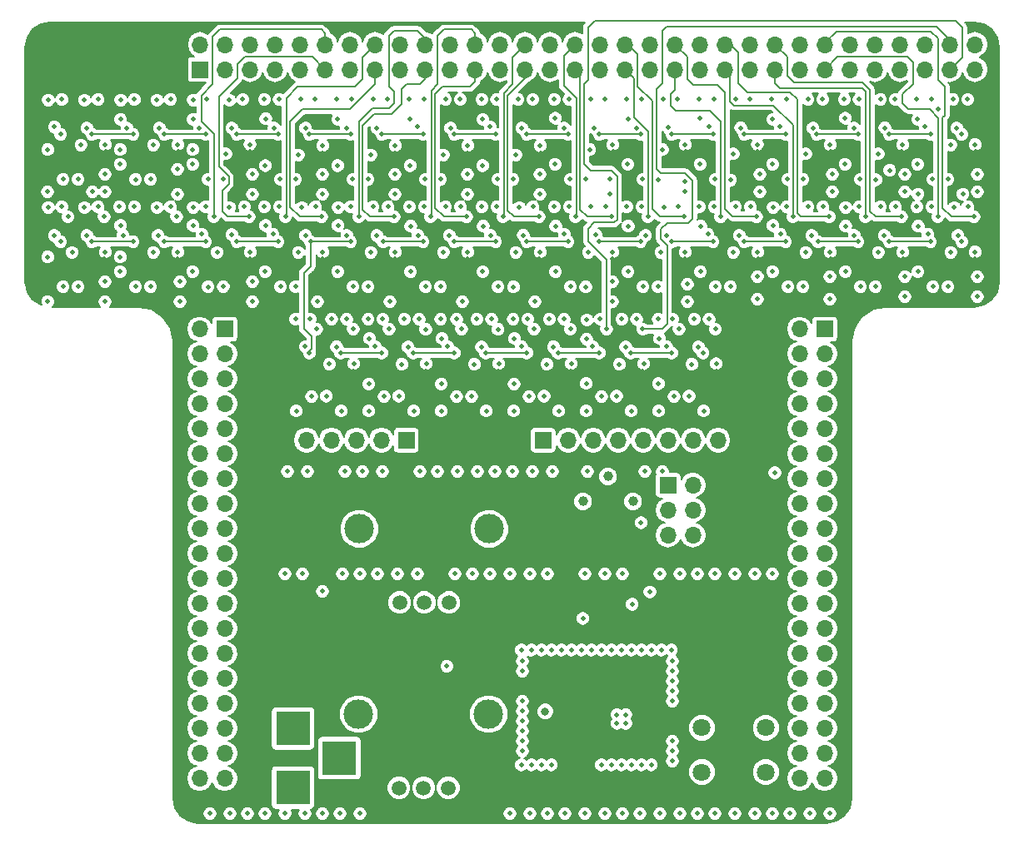
<source format=gbr>
G04 #@! TF.FileFunction,Copper,L3,Inr,Mixed*
%FSLAX46Y46*%
G04 Gerber Fmt 4.6, Leading zero omitted, Abs format (unit mm)*
G04 Created by KiCad (PCBNEW 4.0.7-e2-6376~58~ubuntu17.04.1) date Wed Dec  6 15:02:30 2017*
%MOMM*%
%LPD*%
G01*
G04 APERTURE LIST*
%ADD10C,0.100000*%
%ADD11C,3.000000*%
%ADD12C,1.500000*%
%ADD13C,0.500000*%
%ADD14C,1.800000*%
%ADD15R,1.700000X1.700000*%
%ADD16O,1.700000X1.700000*%
%ADD17R,3.500000X3.500000*%
%ADD18C,1.000000*%
%ADD19C,1.200000*%
%ADD20C,0.800000*%
%ADD21C,0.200000*%
G04 APERTURE END LIST*
D10*
D11*
X34465000Y-52053000D03*
D12*
X43565000Y-59553000D03*
X38565000Y-59553000D03*
X41065000Y-59553000D03*
D11*
X47665000Y-52053000D03*
D13*
X26917200Y-56632000D03*
X21075200Y-56632000D03*
X36315200Y-56632000D03*
X38347200Y-56632000D03*
X40379200Y-56632000D03*
X34537200Y-56632000D03*
X32759200Y-56632000D03*
X28695200Y-56632000D03*
X19297200Y-81016000D03*
X21329200Y-81016000D03*
X23107200Y-81016000D03*
X30727200Y-81016000D03*
X28949200Y-81016000D03*
X26917200Y-81016000D03*
X24885200Y-81016000D03*
X34537200Y-81016000D03*
X32505200Y-81016000D03*
X62985200Y-81016000D03*
X65017200Y-81016000D03*
X67049200Y-81016000D03*
X68827200Y-81016000D03*
X76447200Y-81016000D03*
X74669200Y-81016000D03*
X72637200Y-81016000D03*
X70605200Y-81016000D03*
X55365200Y-81016000D03*
X57397200Y-81016000D03*
X59429200Y-81016000D03*
X61207200Y-81016000D03*
X53587200Y-81016000D03*
X51809200Y-81016000D03*
X49777200Y-81016000D03*
X82289200Y-81016000D03*
X80257200Y-81016000D03*
X78225200Y-81016000D03*
X44189200Y-56632000D03*
X45967200Y-56632000D03*
X65017200Y-56632000D03*
X67049200Y-56632000D03*
X68827200Y-56632000D03*
X76447200Y-56632000D03*
X74669200Y-56632000D03*
X72637200Y-56632000D03*
X70605200Y-56632000D03*
X57397200Y-56632000D03*
X59429200Y-56632000D03*
X61207200Y-56632000D03*
X53587200Y-56632000D03*
X51809200Y-56632000D03*
X49777200Y-56632000D03*
X47745200Y-56632000D03*
X57651200Y-46218000D03*
X63493200Y-46218000D03*
X65271200Y-46218000D03*
X76701200Y-46345000D03*
X42411200Y-46218000D03*
X44443200Y-46218000D03*
X46475200Y-46218000D03*
X48253200Y-46218000D03*
X54095200Y-46218000D03*
X52063200Y-46218000D03*
X50031200Y-46218000D03*
X34791200Y-46218000D03*
X36823200Y-46218000D03*
X40633200Y-46218000D03*
X33013200Y-46218000D03*
X29203200Y-46218000D03*
X27171200Y-46218000D03*
X67811200Y-27168000D03*
X67811200Y-28946000D03*
X60191200Y-26914000D03*
X60191200Y-28946000D03*
X52317200Y-28946000D03*
X37585200Y-28946000D03*
X44951200Y-28946000D03*
X30219200Y-28946000D03*
X23615200Y-28946000D03*
X23615200Y-26914000D03*
X16249200Y-28946000D03*
X16249200Y-26914000D03*
X8629200Y-28946000D03*
X8629200Y-26914000D03*
X50920200Y-64379000D03*
X66287200Y-73650000D03*
X66287200Y-74666000D03*
X66287200Y-75682000D03*
X66287200Y-69586000D03*
X66287200Y-68570000D03*
X66287200Y-65522000D03*
X66287200Y-67554000D03*
X66287200Y-66538000D03*
D14*
X75781000Y-72299000D03*
X75781000Y-76799000D03*
X69281000Y-72299000D03*
X69281000Y-76799000D03*
D13*
X51936200Y-76063000D03*
X52952200Y-76063000D03*
X50920200Y-76063000D03*
X53968200Y-76063000D03*
X61080200Y-76063000D03*
X62096200Y-76063000D03*
X60064200Y-76063000D03*
X59048200Y-76063000D03*
X63112200Y-76063000D03*
X64128200Y-76063000D03*
X64128200Y-64379000D03*
X65144200Y-64379000D03*
X63112200Y-64379000D03*
X66160200Y-64379000D03*
X58032200Y-64379000D03*
X59048200Y-64379000D03*
X57016200Y-64379000D03*
X60064200Y-64379000D03*
X62096200Y-64379000D03*
X61080200Y-64379000D03*
X54984200Y-64379000D03*
X56000200Y-64379000D03*
X53968200Y-64379000D03*
X52952200Y-64379000D03*
X51936200Y-64379000D03*
X51047200Y-65522000D03*
X51047200Y-66538000D03*
X51047200Y-69586000D03*
X51047200Y-74666000D03*
X51047200Y-73650000D03*
X51047200Y-70602000D03*
X51047200Y-72634000D03*
X51047200Y-71618000D03*
X74923200Y-26406000D03*
X74923200Y-28692000D03*
X82289200Y-26406000D03*
X82289200Y-28692000D03*
X89909200Y-28438000D03*
X89909200Y-26406000D03*
X97275200Y-28438000D03*
X97275200Y-26406000D03*
X97275200Y-15992000D03*
X97275200Y-17770000D03*
X65271200Y-13477400D03*
X57879800Y-13477400D03*
X89909200Y-15992000D03*
X89909200Y-17770000D03*
X82543200Y-15992000D03*
X82543200Y-17770000D03*
X75177200Y-15992000D03*
X75177200Y-17770000D03*
X67557200Y-16754000D03*
X67557200Y-17770000D03*
X59937200Y-18024000D03*
X59937200Y-16500000D03*
X52825200Y-15992000D03*
X52825200Y-18024000D03*
X45459200Y-15992000D03*
X45459200Y-18024000D03*
X38093200Y-15992000D03*
X38093200Y-18024000D03*
X30727200Y-15992000D03*
X30727200Y-18024000D03*
X23615200Y-15992000D03*
X23615200Y-18024000D03*
X15995200Y-15484000D03*
X15995200Y-18024000D03*
X8629200Y-15992000D03*
X8629200Y-17770000D03*
X7359200Y-17770000D03*
D15*
X18302000Y-5334000D03*
D16*
X18302000Y-2794000D03*
X20842000Y-5334000D03*
X20842000Y-2794000D03*
X23382000Y-5334000D03*
X23382000Y-2794000D03*
X25922000Y-5334000D03*
X25922000Y-2794000D03*
X28462000Y-5334000D03*
X28462000Y-2794000D03*
X31002000Y-5334000D03*
X31002000Y-2794000D03*
X33542000Y-5334000D03*
X33542000Y-2794000D03*
X36082000Y-5334000D03*
X36082000Y-2794000D03*
X38622000Y-5334000D03*
X38622000Y-2794000D03*
X41162000Y-5334000D03*
X41162000Y-2794000D03*
X43702000Y-5334000D03*
X43702000Y-2794000D03*
X46242000Y-5334000D03*
X46242000Y-2794000D03*
X48782000Y-5334000D03*
X48782000Y-2794000D03*
X51322000Y-5334000D03*
X51322000Y-2794000D03*
X53862000Y-5334000D03*
X53862000Y-2794000D03*
X56402000Y-5334000D03*
X56402000Y-2794000D03*
X58942000Y-5334000D03*
X58942000Y-2794000D03*
X61482000Y-5334000D03*
X61482000Y-2794000D03*
X64022000Y-5334000D03*
X64022000Y-2794000D03*
X66562000Y-5334000D03*
X66562000Y-2794000D03*
X69102000Y-5334000D03*
X69102000Y-2794000D03*
X71642000Y-5334000D03*
X71642000Y-2794000D03*
X74182000Y-5334000D03*
X74182000Y-2794000D03*
X76722000Y-5334000D03*
X76722000Y-2794000D03*
X79262000Y-5334000D03*
X79262000Y-2794000D03*
X81802000Y-5334000D03*
X81802000Y-2794000D03*
X84342000Y-5334000D03*
X84342000Y-2794000D03*
X86882000Y-5334000D03*
X86882000Y-2794000D03*
X89422000Y-5334000D03*
X89422000Y-2794000D03*
X91962000Y-5334000D03*
X91962000Y-2794000D03*
X94502000Y-5334000D03*
X94502000Y-2794000D03*
X97042000Y-5334000D03*
X97042000Y-2794000D03*
D15*
X65830000Y-47615000D03*
D16*
X68370000Y-47615000D03*
X65830000Y-50155000D03*
X68370000Y-50155000D03*
X65830000Y-52695000D03*
X68370000Y-52695000D03*
D15*
X39236200Y-43043000D03*
D16*
X36696200Y-43043000D03*
X34156200Y-43043000D03*
X31616200Y-43043000D03*
X29076200Y-43043000D03*
D15*
X2808000Y-5334000D03*
D16*
X2808000Y-2794000D03*
X5348000Y-5334000D03*
X5348000Y-2794000D03*
X7888000Y-5334000D03*
X7888000Y-2794000D03*
X10428000Y-5334000D03*
X10428000Y-2794000D03*
X12968000Y-5334000D03*
X12968000Y-2794000D03*
D15*
X20790000Y-31740000D03*
D16*
X18250000Y-31740000D03*
X20790000Y-34280000D03*
X18250000Y-34280000D03*
X20790000Y-36820000D03*
X18250000Y-36820000D03*
X20790000Y-39360000D03*
X18250000Y-39360000D03*
X20790000Y-41900000D03*
X18250000Y-41900000D03*
X20790000Y-44440000D03*
X18250000Y-44440000D03*
X20790000Y-46980000D03*
X18250000Y-46980000D03*
X20790000Y-49520000D03*
X18250000Y-49520000D03*
X20790000Y-52060000D03*
X18250000Y-52060000D03*
X20790000Y-54600000D03*
X18250000Y-54600000D03*
X20790000Y-57140000D03*
X18250000Y-57140000D03*
X20790000Y-59680000D03*
X18250000Y-59680000D03*
X20790000Y-62220000D03*
X18250000Y-62220000D03*
X20790000Y-64760000D03*
X18250000Y-64760000D03*
X20790000Y-67300000D03*
X18250000Y-67300000D03*
X20790000Y-69840000D03*
X18250000Y-69840000D03*
X20790000Y-72380000D03*
X18250000Y-72380000D03*
X20790000Y-74920000D03*
X18250000Y-74920000D03*
X20790000Y-77460000D03*
X18250000Y-77460000D03*
D15*
X81750000Y-31740000D03*
D16*
X79210000Y-31740000D03*
X81750000Y-34280000D03*
X79210000Y-34280000D03*
X81750000Y-36820000D03*
X79210000Y-36820000D03*
X81750000Y-39360000D03*
X79210000Y-39360000D03*
X81750000Y-41900000D03*
X79210000Y-41900000D03*
X81750000Y-44440000D03*
X79210000Y-44440000D03*
X81750000Y-46980000D03*
X79210000Y-46980000D03*
X81750000Y-49520000D03*
X79210000Y-49520000D03*
X81750000Y-52060000D03*
X79210000Y-52060000D03*
X81750000Y-54600000D03*
X79210000Y-54600000D03*
X81750000Y-57140000D03*
X79210000Y-57140000D03*
X81750000Y-59680000D03*
X79210000Y-59680000D03*
X81750000Y-62220000D03*
X79210000Y-62220000D03*
X81750000Y-64760000D03*
X79210000Y-64760000D03*
X81750000Y-67300000D03*
X79210000Y-67300000D03*
X81750000Y-69840000D03*
X79210000Y-69840000D03*
X81750000Y-72380000D03*
X79210000Y-72380000D03*
X81750000Y-74920000D03*
X79210000Y-74920000D03*
X81750000Y-77460000D03*
X79210000Y-77460000D03*
D11*
X34400000Y-70900000D03*
D12*
X43500000Y-78400000D03*
X38500000Y-78400000D03*
X41000000Y-78400000D03*
D11*
X47600000Y-70900000D03*
D15*
X53130000Y-43043000D03*
D16*
X55670000Y-43043000D03*
X58210000Y-43043000D03*
X60750000Y-43043000D03*
X63290000Y-43043000D03*
X65830000Y-43043000D03*
X68370000Y-43043000D03*
X70910000Y-43043000D03*
D17*
X27730000Y-72380000D03*
X27730000Y-78380000D03*
X32430000Y-75380000D03*
D18*
X62274000Y-49266000D03*
X57194000Y-49266000D03*
X59734000Y-46726000D03*
D13*
X2787200Y-17770000D03*
X61540000Y-70950000D03*
X61540000Y-71850000D03*
X60212000Y-12966000D03*
X52846000Y-13093000D03*
X35643000Y-23934000D03*
X94571000Y-23934000D03*
X87205000Y-23934000D03*
X79839000Y-23934000D03*
X72473000Y-23934000D03*
X65107000Y-23934000D03*
X57741000Y-23934000D03*
X50375000Y-23934000D03*
X43009000Y-23934000D03*
X28277000Y-23934000D03*
X20011000Y-23934000D03*
X13545000Y-23934000D03*
X68256600Y-35313200D03*
X60890600Y-35313200D03*
X53524600Y-35313200D03*
X31413000Y-35296000D03*
X38792600Y-35313200D03*
X46158600Y-35313200D03*
X5279000Y-23934000D03*
X94571000Y-13012000D03*
X87205000Y-13912000D03*
X79839000Y-13912000D03*
X72473000Y-13912000D03*
X50375000Y-14039000D03*
X43009000Y-14039000D03*
X35643000Y-14039000D03*
X28277000Y-14039000D03*
X20911000Y-13912000D03*
X13545000Y-13012000D03*
X6179000Y-13012000D03*
X88359800Y-15585600D03*
X91230000Y-18012000D03*
X95802000Y-18012000D03*
X60640000Y-71850000D03*
X60640000Y-70950000D03*
X97042000Y-12966000D03*
X89676000Y-12966000D03*
X82310000Y-12966000D03*
X74923200Y-12956000D03*
X67578000Y-12966000D03*
X45480000Y-13093000D03*
X38114000Y-13093000D03*
X30748000Y-13093000D03*
X23361200Y-12956000D03*
X16016000Y-12966000D03*
X8650000Y-12966000D03*
X97042000Y-23888000D03*
X89676000Y-23888000D03*
X82310000Y-23888000D03*
X74944000Y-23888000D03*
X67578000Y-23888000D03*
X60212000Y-23888000D03*
X52846000Y-23888000D03*
X45480000Y-23888000D03*
X38114000Y-23888000D03*
X30748000Y-23888000D03*
X23382000Y-23888000D03*
X16016000Y-23888000D03*
X8650000Y-23888000D03*
X70727600Y-35267200D03*
X63361600Y-35267200D03*
X55995600Y-35267200D03*
X48629600Y-35267200D03*
X41263600Y-35267200D03*
X33897600Y-35267200D03*
X32627600Y-40069200D03*
X28055600Y-40069200D03*
X39993600Y-40069200D03*
X35421600Y-40069200D03*
X47359600Y-40069200D03*
X42787600Y-40069200D03*
X54725600Y-40069200D03*
X50153600Y-40069200D03*
X69457600Y-40069200D03*
X64885600Y-40069200D03*
X57519600Y-40069200D03*
X62091600Y-40069200D03*
X17540000Y-13474000D03*
X2808000Y-28944000D03*
X2808000Y-24396000D03*
X10174000Y-24396000D03*
X10174000Y-13474000D03*
X2808000Y-13474000D03*
D19*
X27711400Y-65074800D03*
X26441400Y-65100200D03*
X29133800Y-65125600D03*
X26416000Y-66471800D03*
X29184600Y-66497200D03*
X27730000Y-66485000D03*
D13*
X60191200Y-24628000D03*
X67557200Y-24628000D03*
X60851600Y-68874800D03*
X15995200Y-24628000D03*
X59693000Y-74206000D03*
X61344000Y-74206000D03*
X62995000Y-74206000D03*
X63264600Y-36007200D03*
X70783000Y-36058000D03*
X55924000Y-36058000D03*
X48558000Y-36058000D03*
X41192000Y-36058000D03*
X33826000Y-36058000D03*
X97046600Y-24628000D03*
X89706000Y-24628000D03*
X82340000Y-24628000D03*
X97072000Y-13706000D03*
X89579000Y-13706000D03*
X82340000Y-13706000D03*
X74923200Y-13706000D03*
X74974000Y-24628000D03*
X67608000Y-13706000D03*
X60242000Y-13706000D03*
X52749000Y-24628000D03*
X52876000Y-13833000D03*
X23361200Y-13694000D03*
X45480000Y-13831000D03*
X38114000Y-13831000D03*
X30748000Y-13831000D03*
X45480000Y-24626000D03*
X38114000Y-24626000D03*
X30748000Y-24626000D03*
X23382000Y-24626000D03*
X16046000Y-13706000D03*
X8553000Y-24628000D03*
X8680000Y-13706000D03*
D20*
X53362000Y-70638000D03*
D13*
X43351000Y-66030000D03*
X8537000Y-20310000D03*
X4854000Y-20310000D03*
X15903000Y-20310000D03*
X23269000Y-20310000D03*
X19678200Y-20310000D03*
X30635000Y-20310000D03*
X26952000Y-20310000D03*
X38001000Y-20310000D03*
X34410200Y-20310000D03*
X45367000Y-20310000D03*
X41684000Y-20310000D03*
X52733000Y-20310000D03*
X49050000Y-20310000D03*
X60099000Y-20310000D03*
X56416000Y-20310000D03*
X63782000Y-20310000D03*
X67455600Y-20310000D03*
X71164000Y-20310000D03*
X74831000Y-20310000D03*
X78514000Y-20310000D03*
X82213000Y-20310000D03*
X85880000Y-20310000D03*
X89563000Y-20310000D03*
X93246000Y-9388000D03*
X93246000Y-20310000D03*
X96929000Y-20310000D03*
X30127000Y-31740000D03*
X33851400Y-31740000D03*
X37493000Y-31740000D03*
X41217400Y-31765400D03*
X44859000Y-31740000D03*
X48558000Y-31765400D03*
X52225000Y-31740000D03*
X55908000Y-31740000D03*
X59591000Y-31740000D03*
X63264600Y-31740000D03*
X66957000Y-31740000D03*
X97042000Y-5334000D03*
X70640000Y-31740000D03*
X69386000Y-34153000D03*
X66211000Y-34153000D03*
X62020000Y-34153000D03*
X58845000Y-34153000D03*
X54654000Y-34153000D03*
X51479000Y-34153000D03*
X47288000Y-34153000D03*
X44113000Y-34153000D03*
X39922000Y-34153000D03*
X36747000Y-34153000D03*
X95675000Y-11928000D03*
X92500000Y-11928000D03*
X88309000Y-11928000D03*
X85134000Y-11928000D03*
X80943000Y-11928000D03*
X77768000Y-11928000D03*
X73577000Y-11928000D03*
X70402000Y-11928000D03*
X66211000Y-11928000D03*
X63036000Y-11928000D03*
X58845000Y-11928000D03*
X55670000Y-11928000D03*
X51479000Y-11928000D03*
X48304000Y-11928000D03*
X44113000Y-11928000D03*
X40938000Y-11928000D03*
X36747000Y-11928000D03*
X33572000Y-11928000D03*
X29381000Y-11928000D03*
X26206000Y-11928000D03*
X22015000Y-11928000D03*
X18840000Y-11928000D03*
X14649000Y-11928000D03*
X11474000Y-11928000D03*
X7283000Y-11928000D03*
X4108000Y-11928000D03*
X95675000Y-22850000D03*
X92500000Y-22850000D03*
X88309000Y-22850000D03*
X85134000Y-22850000D03*
X81070000Y-22850000D03*
X77768000Y-22850000D03*
X73577000Y-22850000D03*
X70402000Y-22850000D03*
X66211000Y-22850000D03*
X63036000Y-22850000D03*
X58845000Y-22850000D03*
X55670000Y-22850000D03*
X51479000Y-22850000D03*
X48304000Y-22850000D03*
X44113000Y-22850000D03*
X40938000Y-22850000D03*
X36874000Y-22850000D03*
X33572000Y-22850000D03*
X29508000Y-22850000D03*
X26206000Y-22850000D03*
X22015000Y-22850000D03*
X18840000Y-22850000D03*
X14649000Y-22850000D03*
X11474000Y-22850000D03*
X4108000Y-22850000D03*
X7283000Y-22850000D03*
X29381000Y-34153000D03*
X32556000Y-34153000D03*
X63988500Y-58473500D03*
X62197800Y-59730800D03*
X63099500Y-51425000D03*
X30714500Y-58410000D03*
X57181300Y-61165900D03*
X6537000Y-8438000D03*
X2854000Y-8438000D03*
X6537000Y-19360000D03*
X2854000Y-19360000D03*
X13903000Y-8438000D03*
X10220000Y-8438000D03*
X10174000Y-14974000D03*
X10204000Y-10404000D03*
X13903000Y-19360000D03*
X10089000Y-19294000D03*
X10174000Y-25896000D03*
X10204000Y-21199000D03*
X21269000Y-8438000D03*
X17586000Y-8438000D03*
X17540000Y-14974000D03*
X17570000Y-10404000D03*
X21269000Y-19360000D03*
X17586000Y-19360000D03*
X17540000Y-25896000D03*
X17570000Y-21199000D03*
X28504000Y-8372000D03*
X24821000Y-8372000D03*
X24952000Y-10338000D03*
X24910600Y-15103000D03*
X28635000Y-19360000D03*
X24821000Y-19294000D03*
X24906000Y-25896000D03*
X24936000Y-21199000D03*
X35844600Y-8372000D03*
X32161600Y-8372000D03*
X32272000Y-15101000D03*
X32276600Y-10404000D03*
X35870000Y-19294000D03*
X32318000Y-19360000D03*
X32272000Y-25896000D03*
X32302000Y-21199000D03*
X43236000Y-8372000D03*
X39553000Y-8372000D03*
X39638000Y-15101000D03*
X39642600Y-10404000D03*
X43236000Y-19294000D03*
X39553000Y-19294000D03*
X39684000Y-21260000D03*
X39668000Y-25898000D03*
X50602000Y-8372000D03*
X46919000Y-8372000D03*
X47004000Y-15101000D03*
X47008600Y-10404000D03*
X5886000Y-16500000D03*
X6775000Y-11293000D03*
X4362000Y-16500000D03*
X3473000Y-11166000D03*
X5886000Y-27422000D03*
X6775000Y-22215000D03*
X4362000Y-27422000D03*
X3473000Y-22215000D03*
X13252000Y-16500000D03*
X14141000Y-11293000D03*
X11728000Y-16512000D03*
X10839000Y-11293000D03*
X13252000Y-27422000D03*
X14014000Y-22215000D03*
X10458000Y-22215000D03*
X11728000Y-27422000D03*
X20618000Y-16500000D03*
X21507000Y-11293000D03*
X18205000Y-11293000D03*
X19094000Y-16500000D03*
X20643400Y-27422000D03*
X21507000Y-22138800D03*
X19094000Y-27434000D03*
X18459000Y-22088000D03*
X27984000Y-16500000D03*
X29000000Y-11293000D03*
X26434600Y-16500000D03*
X25799600Y-11293000D03*
X29000000Y-22215000D03*
X27984000Y-27422000D03*
X25698000Y-22088000D03*
X26460000Y-27422000D03*
X35350000Y-16500000D03*
X36239000Y-11293000D03*
X33800600Y-16500000D03*
X33165600Y-11293000D03*
X35350000Y-27422000D03*
X36239000Y-22215000D03*
X33191000Y-22215000D03*
X33826000Y-27422000D03*
X42716000Y-16500000D03*
X43732000Y-11293000D03*
X41166600Y-16500000D03*
X40404600Y-11166000D03*
X42716000Y-27422000D03*
X43605000Y-22215000D03*
X40430000Y-22215000D03*
X41192000Y-27422000D03*
X50082000Y-16500000D03*
X50971000Y-11293000D03*
X48532600Y-16500000D03*
X47770600Y-11166000D03*
X50132800Y-27447400D03*
X51123400Y-22189600D03*
X48558000Y-27422000D03*
X47796000Y-22215000D03*
X58337000Y-11293000D03*
X57448000Y-16500000D03*
X55898600Y-16500000D03*
X55263600Y-11293000D03*
X58489400Y-22164200D03*
X57473400Y-27447400D03*
X55924000Y-27422000D03*
X55289000Y-22088000D03*
X68928800Y-33568800D03*
X67963600Y-38572600D03*
X66439600Y-38598000D03*
X65677600Y-33518000D03*
X61537400Y-33568800D03*
X60597600Y-38572600D03*
X59073600Y-38598000D03*
X58184600Y-33518000D03*
X54196800Y-33543400D03*
X53231600Y-38572600D03*
X51707600Y-38598000D03*
X50945600Y-33518000D03*
X46881600Y-33568800D03*
X45865600Y-38598000D03*
X44341600Y-38598000D03*
X43452600Y-33518000D03*
X38474200Y-38572600D03*
X39414000Y-33568800D03*
X36086600Y-33518000D03*
X36975600Y-38598000D03*
X32149600Y-33543400D03*
X31108200Y-38572600D03*
X29609600Y-38598000D03*
X28974600Y-33518000D03*
X95294000Y-22215000D03*
X94278000Y-27422000D03*
X92246000Y-22088000D03*
X92754000Y-27422000D03*
X94278000Y-16500000D03*
X95167000Y-11293000D03*
X91966600Y-11166000D03*
X92728600Y-16500000D03*
X86912000Y-27422000D03*
X87801000Y-22215000D03*
X84753000Y-22215000D03*
X85388000Y-27422000D03*
X86962800Y-16550800D03*
X87877200Y-11267600D03*
X85362600Y-16500000D03*
X84727600Y-11293000D03*
X79546000Y-27422000D03*
X80435000Y-22215000D03*
X77260000Y-22088000D03*
X78022000Y-27422000D03*
X80562000Y-11293000D03*
X79546000Y-16500000D03*
X77996600Y-16500000D03*
X77234600Y-11166000D03*
X72180000Y-27422000D03*
X73069000Y-22215000D03*
X70656000Y-27422000D03*
X69894000Y-22088000D03*
X73221400Y-11267600D03*
X72180000Y-16576200D03*
X70630600Y-16500000D03*
X69995600Y-11166000D03*
X64814000Y-27422000D03*
X65703000Y-22215000D03*
X63544000Y-22215000D03*
X63290000Y-27422000D03*
X65880800Y-11242200D03*
X64839400Y-16525400D03*
X62629600Y-11293000D03*
X63264600Y-16500000D03*
X50733000Y-19360000D03*
X46919000Y-19294000D03*
X47050000Y-21260000D03*
X47008600Y-25898000D03*
X57968000Y-8372000D03*
X54285000Y-8372000D03*
X54370000Y-14974000D03*
X54374600Y-10277000D03*
X57968000Y-19294000D03*
X54285000Y-19294000D03*
X54416000Y-21260000D03*
X54400000Y-25898000D03*
X65334000Y-8372000D03*
X61651000Y-8372000D03*
X65465000Y-19360000D03*
X61651000Y-19294000D03*
X72700000Y-8372000D03*
X69017000Y-8372000D03*
X72700000Y-19294000D03*
X69017000Y-19294000D03*
X80066000Y-8372000D03*
X76383000Y-8372000D03*
X80066000Y-19294000D03*
X76514000Y-19360000D03*
X87432000Y-8372000D03*
X83749000Y-8372000D03*
X87432000Y-19294000D03*
X83880000Y-19360000D03*
X94798000Y-8372000D03*
X91115000Y-8372000D03*
X94929000Y-19360000D03*
X91115000Y-19294000D03*
X31653600Y-30724000D03*
X27970600Y-30724000D03*
X39045000Y-30724000D03*
X35362000Y-30724000D03*
X46411000Y-30724000D03*
X42728000Y-30724000D03*
X53777000Y-30724000D03*
X50094000Y-30724000D03*
X61143000Y-30724000D03*
X57591000Y-30790000D03*
X68509000Y-30724000D03*
X64826000Y-30724000D03*
X7918000Y-8372000D03*
X4235000Y-8372000D03*
X7918000Y-19294000D03*
X4235000Y-19294000D03*
X15284000Y-8372000D03*
X11601000Y-8372000D03*
X15284000Y-19294000D03*
X11601000Y-19294000D03*
X22624600Y-8372000D03*
X18967000Y-8372000D03*
X22777000Y-19294000D03*
X18840000Y-19294000D03*
X29990600Y-8372000D03*
X26307600Y-8372000D03*
X30016000Y-19294000D03*
X26333000Y-19294000D03*
X37356600Y-8372000D03*
X33673600Y-8372000D03*
X37382000Y-19294000D03*
X33572000Y-19294000D03*
X44722600Y-8372000D03*
X41039600Y-8372000D03*
X44748000Y-19294000D03*
X41065000Y-19294000D03*
X52088600Y-8372000D03*
X48405600Y-8372000D03*
X52114000Y-19294000D03*
X48431000Y-19294000D03*
X59454600Y-8372000D03*
X55771600Y-8372000D03*
X59480000Y-19294000D03*
X55797000Y-19294000D03*
X69995600Y-30724000D03*
X66312600Y-30724000D03*
X62629600Y-30724000D03*
X58946600Y-30724000D03*
X55263600Y-30724000D03*
X51580600Y-30724000D03*
X47897600Y-30724000D03*
X44341600Y-30724000D03*
X40531600Y-30724000D03*
X36848600Y-30724000D03*
X33165600Y-30724000D03*
X29482600Y-30724000D03*
X96310000Y-19294000D03*
X92627000Y-19294000D03*
X96284600Y-8372000D03*
X92601600Y-8372000D03*
X88944000Y-19294000D03*
X85261000Y-19294000D03*
X88918600Y-8372000D03*
X85235600Y-8372000D03*
X81578000Y-19294000D03*
X77895000Y-19294000D03*
X81552600Y-8372000D03*
X77869600Y-8372000D03*
X74212000Y-19294000D03*
X70529000Y-19294000D03*
X74186600Y-8372000D03*
X70503600Y-8372000D03*
X66846000Y-19294000D03*
X63163000Y-19294000D03*
X66820600Y-8372000D03*
X63137600Y-8372000D03*
X61782000Y-10338000D03*
X61740600Y-14976000D03*
X61782000Y-21260000D03*
X61766000Y-25898000D03*
X69102000Y-14974000D03*
X69106600Y-10277000D03*
X69148000Y-21260000D03*
X69132000Y-25898000D03*
X76468000Y-14974000D03*
X76472600Y-10404000D03*
X76468000Y-25896000D03*
X76498000Y-21199000D03*
X83834000Y-14974000D03*
X83838600Y-10277000D03*
X83880000Y-21260000D03*
X83864000Y-25898000D03*
X91200000Y-14974000D03*
X91204600Y-10404000D03*
X91246000Y-21260000D03*
X91230000Y-25898000D03*
X35493000Y-32690000D03*
X35426200Y-37328000D03*
X42859000Y-32690000D03*
X42792200Y-37328000D03*
X50225000Y-32690000D03*
X50183600Y-37328000D03*
X57519600Y-37275200D03*
X57549600Y-32756000D03*
X64957000Y-32690000D03*
X64864800Y-37302600D03*
D21*
X27730000Y-66485000D02*
X26429200Y-66485000D01*
X26429200Y-66485000D02*
X26416000Y-66471800D01*
X27730000Y-66485000D02*
X29172400Y-66485000D01*
X29172400Y-66485000D02*
X29184600Y-66497200D01*
X27711400Y-66522600D02*
X27711400Y-66503600D01*
X27711400Y-66503600D02*
X27730000Y-66485000D01*
X23373200Y-13706000D02*
X23361200Y-13694000D01*
X23373200Y-13706000D02*
X23412000Y-13706000D01*
X45482000Y-13833000D02*
X45480000Y-13831000D01*
X45482000Y-13833000D02*
X45510000Y-13833000D01*
X38116000Y-13833000D02*
X38114000Y-13831000D01*
X38116000Y-13833000D02*
X38144000Y-13833000D01*
X30750000Y-13833000D02*
X30748000Y-13831000D01*
X30750000Y-13833000D02*
X30778000Y-13833000D01*
X45482000Y-24628000D02*
X45480000Y-24626000D01*
X45482000Y-24628000D02*
X45510000Y-24628000D01*
X30746000Y-24628000D02*
X30748000Y-24626000D01*
X30746000Y-24628000D02*
X30651000Y-24628000D01*
X23380000Y-24628000D02*
X23382000Y-24626000D01*
X23380000Y-24628000D02*
X23412000Y-24628000D01*
X31002000Y-5334000D02*
X29722000Y-4054000D01*
X22853200Y-4054000D02*
X29722000Y-4054000D01*
X22091200Y-4816000D02*
X22853200Y-4054000D01*
X22091200Y-6213000D02*
X22091200Y-4816000D01*
X20186200Y-8118000D02*
X22091200Y-6213000D01*
X20186200Y-15230000D02*
X20186200Y-8118000D01*
X21202200Y-16246000D02*
X20186200Y-15230000D01*
X21202200Y-17008000D02*
X21202200Y-16246000D01*
X20567200Y-17643000D02*
X21202200Y-17008000D01*
X20567200Y-19802000D02*
X20567200Y-17643000D01*
X21075200Y-20310000D02*
X20567200Y-19802000D01*
X21075200Y-20310000D02*
X23269000Y-20310000D01*
X31002000Y-2794000D02*
X31002000Y-1661800D01*
X19678200Y-11928000D02*
X19678200Y-20310000D01*
X18408200Y-10658000D02*
X19678200Y-11928000D01*
X18408200Y-7991000D02*
X18408200Y-10658000D01*
X19551200Y-6848000D02*
X18408200Y-7991000D01*
X19551200Y-2022000D02*
X19551200Y-6848000D01*
X20313200Y-1260000D02*
X19551200Y-2022000D01*
X30600200Y-1260000D02*
X20313200Y-1260000D01*
X31002000Y-1661800D02*
X30600200Y-1260000D01*
X36082000Y-5334000D02*
X36082000Y-6827200D01*
X33521200Y-9388000D02*
X36082000Y-6827200D01*
X28695200Y-9388000D02*
X33521200Y-9388000D01*
X27434202Y-10648998D02*
X28695200Y-9388000D01*
X27434202Y-19303002D02*
X27434202Y-10648998D01*
X28441200Y-20310000D02*
X27434202Y-19303002D01*
X28441200Y-20310000D02*
X30635000Y-20310000D01*
X36082000Y-2794000D02*
X34791200Y-4084800D01*
X34791200Y-6340000D02*
X34791200Y-4084800D01*
X34029200Y-7102000D02*
X34791200Y-6340000D01*
X28187200Y-7102000D02*
X34029200Y-7102000D01*
X27044200Y-8245000D02*
X28187200Y-7102000D01*
X27044200Y-20217800D02*
X27044200Y-8245000D01*
X27044200Y-20217800D02*
X26952000Y-20310000D01*
X41162000Y-5334000D02*
X41162000Y-6319200D01*
X40633200Y-6848000D02*
X41162000Y-6319200D01*
X39236200Y-6848000D02*
X40633200Y-6848000D01*
X38728200Y-7356000D02*
X39236200Y-6848000D01*
X38728200Y-8880000D02*
X38728200Y-7356000D01*
X37712200Y-9896000D02*
X38728200Y-8880000D01*
X35934200Y-9896000D02*
X37712200Y-9896000D01*
X34800202Y-11029998D02*
X35934200Y-9896000D01*
X34800202Y-19557002D02*
X34800202Y-11029998D01*
X35553200Y-20310000D02*
X34800202Y-19557002D01*
X35553200Y-20310000D02*
X38001000Y-20310000D01*
X41162000Y-2794000D02*
X41162000Y-2169800D01*
X41162000Y-2169800D02*
X40379200Y-1387000D01*
X40379200Y-1387000D02*
X37966200Y-1387000D01*
X37966200Y-1387000D02*
X37458200Y-1895000D01*
X37458200Y-1895000D02*
X37458200Y-7102000D01*
X37458200Y-7102000D02*
X37966200Y-7610000D01*
X37966200Y-7610000D02*
X37966200Y-8753000D01*
X37966200Y-8753000D02*
X37458200Y-9261000D01*
X37458200Y-9261000D02*
X35807200Y-9261000D01*
X35807200Y-9261000D02*
X34410200Y-10658000D01*
X34410200Y-10658000D02*
X34410200Y-20310000D01*
X46242000Y-5334000D02*
X46242000Y-6573200D01*
X45713200Y-7102000D02*
X46242000Y-6573200D01*
X42919200Y-7102000D02*
X45713200Y-7102000D01*
X42166202Y-7854998D02*
X42919200Y-7102000D01*
X42166202Y-19430002D02*
X42166202Y-7854998D01*
X43046200Y-20310000D02*
X42166202Y-19430002D01*
X43046200Y-20310000D02*
X45367000Y-20310000D01*
X45627000Y-5334000D02*
X46242000Y-5334000D01*
X46242000Y-2794000D02*
X46242000Y-1661800D01*
X45840200Y-1260000D02*
X46242000Y-1661800D01*
X43046200Y-1260000D02*
X45840200Y-1260000D01*
X42411200Y-1895000D02*
X43046200Y-1260000D01*
X42411200Y-6848000D02*
X42411200Y-1895000D01*
X41776200Y-7483000D02*
X42411200Y-6848000D01*
X41776200Y-20217800D02*
X41776200Y-7483000D01*
X41776200Y-20217800D02*
X41684000Y-20310000D01*
X51322000Y-5334000D02*
X51322000Y-6192200D01*
X49532202Y-7981998D02*
X51322000Y-6192200D01*
X49532202Y-19684002D02*
X49532202Y-7981998D01*
X50158200Y-20310000D02*
X49532202Y-19684002D01*
X50158200Y-20310000D02*
X52733000Y-20310000D01*
X51322000Y-2794000D02*
X50031200Y-4084800D01*
X50031200Y-6848000D02*
X50031200Y-4084800D01*
X49142200Y-7737000D02*
X50031200Y-6848000D01*
X49142200Y-20217800D02*
X49142200Y-7737000D01*
X49142200Y-20217800D02*
X49050000Y-20310000D01*
X56898202Y-5830202D02*
X56898202Y-19557002D01*
X57651200Y-20310000D02*
X56898202Y-19557002D01*
X57651200Y-20310000D02*
X60099000Y-20310000D01*
X56898202Y-5830202D02*
X56402000Y-5334000D01*
X56940000Y-5872000D02*
X56402000Y-5334000D01*
X56402000Y-2794000D02*
X55238200Y-3957800D01*
X55238200Y-6975000D02*
X55238200Y-3957800D01*
X56508200Y-8245000D02*
X55238200Y-6975000D01*
X56508200Y-20217800D02*
X56508200Y-8245000D01*
X56508200Y-20217800D02*
X56416000Y-20310000D01*
X61482000Y-5334000D02*
X62350200Y-6202200D01*
X62350200Y-10175400D02*
X62350200Y-6202200D01*
X63823400Y-11648600D02*
X62350200Y-10175400D01*
X63823400Y-20268600D02*
X63823400Y-11648600D01*
X63823400Y-20268600D02*
X63782000Y-20310000D01*
X61482000Y-2794000D02*
X61801400Y-2794000D01*
X61801400Y-2794000D02*
X62756600Y-3749200D01*
X62756600Y-3749200D02*
X62756600Y-7025800D01*
X62756600Y-7025800D02*
X64229800Y-8499000D01*
X64229800Y-8499000D02*
X64229800Y-19548000D01*
X64229800Y-19548000D02*
X64991800Y-20310000D01*
X64991800Y-20310000D02*
X67455600Y-20310000D01*
X66562000Y-5334000D02*
X66562000Y-7386000D01*
X71214800Y-20259200D02*
X71164000Y-20310000D01*
X71214800Y-10658000D02*
X71214800Y-20259200D01*
X70046400Y-9489600D02*
X71214800Y-10658000D01*
X66617400Y-9489600D02*
X70046400Y-9489600D01*
X66109400Y-8981600D02*
X66617400Y-9489600D01*
X66109400Y-7838600D02*
X66109400Y-8981600D01*
X66562000Y-7386000D02*
X66109400Y-7838600D01*
X66562000Y-2794000D02*
X67811200Y-4043200D01*
X67811200Y-6289200D02*
X67811200Y-4043200D01*
X68420800Y-6898800D02*
X67811200Y-6289200D01*
X70833800Y-6898800D02*
X68420800Y-6898800D01*
X71621200Y-7686200D02*
X70833800Y-6898800D01*
X71621200Y-19497200D02*
X71621200Y-7686200D01*
X72408600Y-20284600D02*
X71621200Y-19497200D01*
X74805600Y-20284600D02*
X72408600Y-20284600D01*
X74805600Y-20284600D02*
X74831000Y-20310000D01*
X78555400Y-20268600D02*
X78514000Y-20310000D01*
X78555400Y-20268600D02*
X78555400Y-10988200D01*
X78555400Y-10988200D02*
X76548800Y-8981600D01*
X76548800Y-8981600D02*
X72510200Y-8981600D01*
X72510200Y-8981600D02*
X72154600Y-8626000D01*
X72154600Y-5846600D02*
X72154600Y-8626000D01*
X72154600Y-5846600D02*
X71642000Y-5334000D01*
X71642000Y-2794000D02*
X72164600Y-2794000D01*
X72164600Y-2794000D02*
X72942000Y-3571400D01*
X72942000Y-3571400D02*
X72942000Y-6721000D01*
X72942000Y-6721000D02*
X73856400Y-7635400D01*
X73856400Y-7635400D02*
X78250600Y-7635400D01*
X78250600Y-7635400D02*
X78961800Y-8346600D01*
X78961800Y-8346600D02*
X78961800Y-19929000D01*
X78961800Y-19929000D02*
X79342800Y-20310000D01*
X79342800Y-20310000D02*
X82213000Y-20310000D01*
X76722000Y-5334000D02*
X76722000Y-6741800D01*
X77183800Y-7203600D02*
X76722000Y-6741800D01*
X85540400Y-7203600D02*
X77183800Y-7203600D01*
X85921400Y-7584600D02*
X85540400Y-7203600D01*
X85921400Y-20268600D02*
X85921400Y-7584600D01*
X85921400Y-20268600D02*
X85880000Y-20310000D01*
X76722000Y-2794000D02*
X77971200Y-4043200D01*
X77971200Y-5984400D02*
X77971200Y-4043200D01*
X78606200Y-6619400D02*
X77971200Y-5984400D01*
X85591200Y-6619400D02*
X78606200Y-6619400D01*
X86353200Y-7381400D02*
X85591200Y-6619400D01*
X86353200Y-19725800D02*
X86353200Y-7381400D01*
X86937400Y-20310000D02*
X86353200Y-19725800D01*
X86937400Y-20310000D02*
X89563000Y-20310000D01*
X81802000Y-5334000D02*
X83082000Y-4054000D01*
X90163200Y-4054000D02*
X83082000Y-4054000D01*
X90722000Y-4612800D02*
X90163200Y-4054000D01*
X90722000Y-6797200D02*
X90722000Y-4612800D01*
X89655200Y-7864000D02*
X90722000Y-6797200D01*
X89655200Y-8753000D02*
X89655200Y-7864000D01*
X90264800Y-9362600D02*
X89655200Y-8753000D01*
X92398400Y-9362600D02*
X90264800Y-9362600D01*
X93287400Y-10251600D02*
X92398400Y-9362600D01*
X93287400Y-20268600D02*
X93287400Y-10251600D01*
X93287400Y-20268600D02*
X93246000Y-20310000D01*
X94633600Y-20310000D02*
X96929000Y-20310000D01*
X94633600Y-20310000D02*
X93719200Y-19395600D01*
X93719200Y-19395600D02*
X93719200Y-10226200D01*
X93719200Y-10226200D02*
X93947800Y-9997600D01*
X93947800Y-9997600D02*
X93947800Y-7102000D01*
X93947800Y-7102000D02*
X93262000Y-6416200D01*
X93262000Y-6416200D02*
X93262000Y-2149000D01*
X93262000Y-2149000D02*
X92550800Y-1437800D01*
X92550800Y-1437800D02*
X82949600Y-1437800D01*
X82949600Y-1437800D02*
X81802000Y-2585400D01*
X81802000Y-2794000D02*
X81802000Y-2585400D01*
X57295600Y-14899800D02*
X57295600Y-6797200D01*
X59591000Y-31740000D02*
X59556200Y-31705200D01*
X59556200Y-31705200D02*
X59556200Y-24653400D01*
X59556200Y-24653400D02*
X57702000Y-22799200D01*
X57702000Y-22799200D02*
X57702000Y-21503800D01*
X57702000Y-21503800D02*
X58311600Y-20894200D01*
X58311600Y-20894200D02*
X60369000Y-20894200D01*
X60369000Y-20894200D02*
X60648400Y-20614800D01*
X60648400Y-20614800D02*
X60648400Y-16195200D01*
X60648400Y-16195200D02*
X60064200Y-15611000D01*
X60064200Y-15611000D02*
X58006800Y-15611000D01*
X57295600Y-14899800D02*
X58006800Y-15611000D01*
X95725800Y-4110200D02*
X94502000Y-5334000D01*
X95725800Y-1082200D02*
X95725800Y-4110200D01*
X95040000Y-396400D02*
X95725800Y-1082200D01*
X58362400Y-396400D02*
X95040000Y-396400D01*
X57702000Y-1056800D02*
X58362400Y-396400D01*
X57702000Y-6390800D02*
X57702000Y-1056800D01*
X57295600Y-6797200D02*
X57702000Y-6390800D01*
X65753800Y-20919600D02*
X67887400Y-20919600D01*
X64661600Y-15458600D02*
X64661600Y-15484000D01*
X93135000Y-929800D02*
X65703000Y-929800D01*
X65703000Y-929800D02*
X65271200Y-1361600D01*
X65271200Y-1361600D02*
X65271200Y-6721000D01*
X65271200Y-6721000D02*
X64661600Y-7330600D01*
X64661600Y-7330600D02*
X64661600Y-15458600D01*
X94502000Y-2296800D02*
X93135000Y-929800D01*
X68293800Y-20513200D02*
X67887400Y-20919600D01*
X68293800Y-16601600D02*
X68293800Y-20513200D01*
X67582600Y-15890400D02*
X68293800Y-16601600D01*
X65068000Y-15890400D02*
X67582600Y-15890400D01*
X64661600Y-15484000D02*
X65068000Y-15890400D01*
X65220400Y-31740000D02*
X63264600Y-31740000D01*
X65728400Y-31232000D02*
X65220400Y-31740000D01*
X65728400Y-23231000D02*
X65728400Y-31232000D01*
X65093400Y-22596000D02*
X65728400Y-23231000D01*
X65093400Y-21580000D02*
X65093400Y-22596000D01*
X65753800Y-20919600D02*
X65093400Y-21580000D01*
X94502000Y-2794000D02*
X94502000Y-2296800D01*
X62020000Y-34153000D02*
X66211000Y-34153000D01*
X54654000Y-34153000D02*
X58845000Y-34153000D01*
X47288000Y-34153000D02*
X51479000Y-34153000D01*
X39922000Y-34153000D02*
X44113000Y-34153000D01*
X32556000Y-34153000D02*
X34715000Y-34153000D01*
X34715000Y-34153000D02*
X36747000Y-34153000D01*
X29381000Y-34153000D02*
X29381000Y-33975200D01*
X29508000Y-25339200D02*
X29508000Y-22850000D01*
X28822200Y-26025000D02*
X29508000Y-25339200D01*
X28822200Y-31740000D02*
X28822200Y-26025000D01*
X29584200Y-32502000D02*
X28822200Y-31740000D01*
X29584200Y-33772000D02*
X29584200Y-32502000D01*
X29381000Y-33975200D02*
X29584200Y-33772000D01*
X88309000Y-11928000D02*
X92500000Y-11928000D01*
X80943000Y-11928000D02*
X85134000Y-11928000D01*
X73577000Y-11928000D02*
X77768000Y-11928000D01*
X66211000Y-11928000D02*
X70402000Y-11928000D01*
X58845000Y-11928000D02*
X63036000Y-11928000D01*
X51479000Y-11928000D02*
X55670000Y-11928000D01*
X44113000Y-11928000D02*
X48304000Y-11928000D01*
X36747000Y-11928000D02*
X39350500Y-11928000D01*
X39350500Y-11928000D02*
X40938000Y-11928000D01*
X29381000Y-11928000D02*
X33572000Y-11928000D01*
X22015000Y-11928000D02*
X26206000Y-11928000D01*
X14649000Y-11928000D02*
X18840000Y-11928000D01*
X7283000Y-11928000D02*
X11474000Y-11928000D01*
X88309000Y-22850000D02*
X92500000Y-22850000D01*
X81070000Y-22850000D02*
X85134000Y-22850000D01*
X73577000Y-22850000D02*
X77768000Y-22850000D01*
X66211000Y-22850000D02*
X70402000Y-22850000D01*
X58845000Y-22850000D02*
X63036000Y-22850000D01*
X51479000Y-22850000D02*
X55670000Y-22850000D01*
X44113000Y-22850000D02*
X48304000Y-22850000D01*
X36874000Y-22850000D02*
X38144000Y-22850000D01*
X38144000Y-22850000D02*
X40938000Y-22850000D01*
X29508000Y-22850000D02*
X33572000Y-22850000D01*
X22015000Y-22850000D02*
X26206000Y-22850000D01*
X14649000Y-22850000D02*
X18840000Y-22850000D01*
X7283000Y-22850000D02*
X11474000Y-22850000D01*
G36*
X57291171Y-645971D02*
X57165226Y-834461D01*
X57121000Y-1056800D01*
X57121000Y-1678323D01*
X56911352Y-1538240D01*
X56402000Y-1436924D01*
X55892648Y-1538240D01*
X55460841Y-1826765D01*
X55172316Y-2258572D01*
X55132000Y-2461255D01*
X55091684Y-2258572D01*
X54803159Y-1826765D01*
X54371352Y-1538240D01*
X53862000Y-1436924D01*
X53352648Y-1538240D01*
X52920841Y-1826765D01*
X52632316Y-2258572D01*
X52592000Y-2461255D01*
X52551684Y-2258572D01*
X52263159Y-1826765D01*
X51831352Y-1538240D01*
X51322000Y-1436924D01*
X50812648Y-1538240D01*
X50380841Y-1826765D01*
X50092316Y-2258572D01*
X50052000Y-2461255D01*
X50011684Y-2258572D01*
X49723159Y-1826765D01*
X49291352Y-1538240D01*
X48782000Y-1436924D01*
X48272648Y-1538240D01*
X47840841Y-1826765D01*
X47552316Y-2258572D01*
X47512000Y-2461255D01*
X47471684Y-2258572D01*
X47183159Y-1826765D01*
X46805637Y-1574512D01*
X46778774Y-1439461D01*
X46652829Y-1250971D01*
X46251029Y-849171D01*
X46062539Y-723226D01*
X45840200Y-679000D01*
X43046200Y-679000D01*
X42823861Y-723226D01*
X42635371Y-849171D01*
X42000371Y-1484171D01*
X41874426Y-1672661D01*
X41874203Y-1673781D01*
X41671352Y-1538240D01*
X41272827Y-1458969D01*
X40790029Y-976171D01*
X40601539Y-850226D01*
X40379200Y-806000D01*
X37966200Y-806000D01*
X37743861Y-850226D01*
X37555371Y-976171D01*
X37047371Y-1484171D01*
X36921426Y-1672661D01*
X36906304Y-1748685D01*
X36591352Y-1538240D01*
X36082000Y-1436924D01*
X35572648Y-1538240D01*
X35140841Y-1826765D01*
X34852316Y-2258572D01*
X34812000Y-2461255D01*
X34771684Y-2258572D01*
X34483159Y-1826765D01*
X34051352Y-1538240D01*
X33542000Y-1436924D01*
X33032648Y-1538240D01*
X32600841Y-1826765D01*
X32312316Y-2258572D01*
X32272000Y-2461255D01*
X32231684Y-2258572D01*
X31943159Y-1826765D01*
X31565637Y-1574512D01*
X31538774Y-1439461D01*
X31412829Y-1250971D01*
X31011029Y-849171D01*
X30822539Y-723226D01*
X30600200Y-679000D01*
X20313200Y-679000D01*
X20090861Y-723226D01*
X19902371Y-849171D01*
X19140371Y-1611171D01*
X19072506Y-1712738D01*
X18811352Y-1538240D01*
X18302000Y-1436924D01*
X17792648Y-1538240D01*
X17360841Y-1826765D01*
X17072316Y-2258572D01*
X16971000Y-2767924D01*
X16971000Y-2820076D01*
X17072316Y-3329428D01*
X17360841Y-3761235D01*
X17708564Y-3993577D01*
X17452000Y-3993577D01*
X17273752Y-4027117D01*
X17110042Y-4132461D01*
X17000215Y-4293198D01*
X16961577Y-4484000D01*
X16961577Y-6184000D01*
X16995117Y-6362248D01*
X17100461Y-6525958D01*
X17261198Y-6635785D01*
X17452000Y-6674423D01*
X18903119Y-6674423D01*
X17997371Y-7580171D01*
X17873339Y-7765798D01*
X17732043Y-7707127D01*
X17441233Y-7706874D01*
X17172463Y-7817927D01*
X16966650Y-8023381D01*
X16855127Y-8291957D01*
X16854874Y-8582767D01*
X16965927Y-8851537D01*
X17171381Y-9057350D01*
X17439957Y-9168873D01*
X17730767Y-9169126D01*
X17827200Y-9129281D01*
X17827200Y-9719284D01*
X17716043Y-9673127D01*
X17425233Y-9672874D01*
X17156463Y-9783927D01*
X16950650Y-9989381D01*
X16839127Y-10257957D01*
X16838874Y-10548767D01*
X16949927Y-10817537D01*
X17155381Y-11023350D01*
X17423957Y-11134873D01*
X17479125Y-11134921D01*
X17474127Y-11146957D01*
X17473953Y-11347000D01*
X15101902Y-11347000D01*
X15063619Y-11308650D01*
X14872056Y-11229106D01*
X14872126Y-11148233D01*
X14761073Y-10879463D01*
X14555619Y-10673650D01*
X14287043Y-10562127D01*
X13996233Y-10561874D01*
X13727463Y-10672927D01*
X13521650Y-10878381D01*
X13410127Y-11146957D01*
X13409874Y-11437767D01*
X13520927Y-11706537D01*
X13726381Y-11912350D01*
X13917944Y-11991894D01*
X13917874Y-12072767D01*
X14028927Y-12341537D01*
X14234381Y-12547350D01*
X14502957Y-12658873D01*
X14793767Y-12659126D01*
X15062537Y-12548073D01*
X15101678Y-12509000D01*
X15439105Y-12509000D01*
X15396650Y-12551381D01*
X15285127Y-12819957D01*
X15284874Y-13110767D01*
X15395927Y-13379537D01*
X15601381Y-13585350D01*
X15869957Y-13696873D01*
X16160767Y-13697126D01*
X16350411Y-13618767D01*
X16808874Y-13618767D01*
X16919927Y-13887537D01*
X17125381Y-14093350D01*
X17393957Y-14204873D01*
X17684767Y-14205126D01*
X17953537Y-14094073D01*
X18159350Y-13888619D01*
X18270873Y-13620043D01*
X18271126Y-13329233D01*
X18160073Y-13060463D01*
X17954619Y-12854650D01*
X17686043Y-12743127D01*
X17395233Y-12742874D01*
X17126463Y-12853927D01*
X16920650Y-13059381D01*
X16809127Y-13327957D01*
X16808874Y-13618767D01*
X16350411Y-13618767D01*
X16429537Y-13586073D01*
X16635350Y-13380619D01*
X16746873Y-13112043D01*
X16747126Y-12821233D01*
X16636073Y-12552463D01*
X16592686Y-12509000D01*
X18387098Y-12509000D01*
X18425381Y-12547350D01*
X18693957Y-12658873D01*
X18984767Y-12659126D01*
X19097200Y-12612670D01*
X19097200Y-15769003D01*
X18949233Y-15768874D01*
X18680463Y-15879927D01*
X18474650Y-16085381D01*
X18363127Y-16353957D01*
X18362874Y-16644767D01*
X18473927Y-16913537D01*
X18679381Y-17119350D01*
X18947957Y-17230873D01*
X19097200Y-17231003D01*
X19097200Y-18609284D01*
X18986043Y-18563127D01*
X18695233Y-18562874D01*
X18426463Y-18673927D01*
X18220650Y-18879381D01*
X18196696Y-18937069D01*
X18000619Y-18740650D01*
X17732043Y-18629127D01*
X17441233Y-18628874D01*
X17172463Y-18739927D01*
X16966650Y-18945381D01*
X16855127Y-19213957D01*
X16854874Y-19504767D01*
X16965927Y-19773537D01*
X17171381Y-19979350D01*
X17439957Y-20090873D01*
X17730767Y-20091126D01*
X17999537Y-19980073D01*
X18205350Y-19774619D01*
X18229304Y-19716931D01*
X18425381Y-19913350D01*
X18693957Y-20024873D01*
X18984767Y-20025126D01*
X19009160Y-20015047D01*
X18947327Y-20163957D01*
X18947074Y-20454767D01*
X19058127Y-20723537D01*
X19263581Y-20929350D01*
X19532157Y-21040873D01*
X19822967Y-21041126D01*
X20091737Y-20930073D01*
X20297550Y-20724619D01*
X20406289Y-20462747D01*
X20664371Y-20720829D01*
X20852861Y-20846774D01*
X21075200Y-20891000D01*
X22816098Y-20891000D01*
X22854381Y-20929350D01*
X23122957Y-21040873D01*
X23413767Y-21041126D01*
X23682537Y-20930073D01*
X23888350Y-20724619D01*
X23999873Y-20456043D01*
X24000126Y-20165233D01*
X23889073Y-19896463D01*
X23683619Y-19690650D01*
X23444961Y-19591550D01*
X23507873Y-19440043D01*
X23507874Y-19438767D01*
X24089874Y-19438767D01*
X24200927Y-19707537D01*
X24406381Y-19913350D01*
X24674957Y-20024873D01*
X24965767Y-20025126D01*
X25234537Y-19914073D01*
X25440350Y-19708619D01*
X25551873Y-19440043D01*
X25552126Y-19149233D01*
X25441073Y-18880463D01*
X25235619Y-18674650D01*
X24967043Y-18563127D01*
X24676233Y-18562874D01*
X24407463Y-18673927D01*
X24201650Y-18879381D01*
X24090127Y-19147957D01*
X24089874Y-19438767D01*
X23507874Y-19438767D01*
X23508126Y-19149233D01*
X23397073Y-18880463D01*
X23191619Y-18674650D01*
X22923043Y-18563127D01*
X22632233Y-18562874D01*
X22363463Y-18673927D01*
X22157650Y-18879381D01*
X22046127Y-19147957D01*
X22045874Y-19438767D01*
X22156927Y-19707537D01*
X22178353Y-19729000D01*
X21907293Y-19729000D01*
X21999873Y-19506043D01*
X22000126Y-19215233D01*
X21889073Y-18946463D01*
X21683619Y-18740650D01*
X21415043Y-18629127D01*
X21148200Y-18628895D01*
X21148200Y-18168767D01*
X22884074Y-18168767D01*
X22995127Y-18437537D01*
X23200581Y-18643350D01*
X23469157Y-18754873D01*
X23759967Y-18755126D01*
X24028737Y-18644073D01*
X24234550Y-18438619D01*
X24346073Y-18170043D01*
X24346326Y-17879233D01*
X24235273Y-17610463D01*
X24029819Y-17404650D01*
X23761243Y-17293127D01*
X23470433Y-17292874D01*
X23201663Y-17403927D01*
X22995850Y-17609381D01*
X22884327Y-17877957D01*
X22884074Y-18168767D01*
X21148200Y-18168767D01*
X21148200Y-17883658D01*
X21613029Y-17418829D01*
X21738974Y-17230339D01*
X21783200Y-17008000D01*
X21783200Y-16246000D01*
X21761473Y-16136767D01*
X22884074Y-16136767D01*
X22995127Y-16405537D01*
X23200581Y-16611350D01*
X23469157Y-16722873D01*
X23759967Y-16723126D01*
X24028737Y-16612073D01*
X24234550Y-16406619D01*
X24346073Y-16138043D01*
X24346326Y-15847233D01*
X24235273Y-15578463D01*
X24029819Y-15372650D01*
X23761243Y-15261127D01*
X23470433Y-15260874D01*
X23201663Y-15371927D01*
X22995850Y-15577381D01*
X22884327Y-15845957D01*
X22884074Y-16136767D01*
X21761473Y-16136767D01*
X21738974Y-16023661D01*
X21613029Y-15835171D01*
X21025625Y-15247767D01*
X24179474Y-15247767D01*
X24290527Y-15516537D01*
X24495981Y-15722350D01*
X24764557Y-15833873D01*
X25055367Y-15834126D01*
X25324137Y-15723073D01*
X25529950Y-15517619D01*
X25641473Y-15249043D01*
X25641726Y-14958233D01*
X25530673Y-14689463D01*
X25325219Y-14483650D01*
X25056643Y-14372127D01*
X24765833Y-14371874D01*
X24497063Y-14482927D01*
X24291250Y-14688381D01*
X24179727Y-14956957D01*
X24179474Y-15247767D01*
X21025625Y-15247767D01*
X20767200Y-14989342D01*
X20767200Y-14642875D01*
X21055767Y-14643126D01*
X21324537Y-14532073D01*
X21530350Y-14326619D01*
X21641873Y-14058043D01*
X21642126Y-13767233D01*
X21531073Y-13498463D01*
X21325619Y-13292650D01*
X21057043Y-13181127D01*
X20767200Y-13180875D01*
X20767200Y-8970017D01*
X20854381Y-9057350D01*
X21122957Y-9168873D01*
X21413767Y-9169126D01*
X21682537Y-9058073D01*
X21888350Y-8852619D01*
X21960475Y-8678923D01*
X22004527Y-8785537D01*
X22209981Y-8991350D01*
X22478557Y-9102873D01*
X22769367Y-9103126D01*
X23038137Y-8992073D01*
X23243950Y-8786619D01*
X23355473Y-8518043D01*
X23355474Y-8516767D01*
X24089874Y-8516767D01*
X24200927Y-8785537D01*
X24406381Y-8991350D01*
X24674957Y-9102873D01*
X24965767Y-9103126D01*
X25234537Y-8992073D01*
X25440350Y-8786619D01*
X25551873Y-8518043D01*
X25552126Y-8227233D01*
X25441073Y-7958463D01*
X25235619Y-7752650D01*
X24967043Y-7641127D01*
X24676233Y-7640874D01*
X24407463Y-7751927D01*
X24201650Y-7957381D01*
X24090127Y-8225957D01*
X24089874Y-8516767D01*
X23355474Y-8516767D01*
X23355726Y-8227233D01*
X23244673Y-7958463D01*
X23039219Y-7752650D01*
X22770643Y-7641127D01*
X22479833Y-7640874D01*
X22211063Y-7751927D01*
X22005250Y-7957381D01*
X21933125Y-8131077D01*
X21889073Y-8024463D01*
X21683619Y-7818650D01*
X21417649Y-7708209D01*
X22502029Y-6623829D01*
X22627974Y-6435339D01*
X22629566Y-6427337D01*
X22872648Y-6589760D01*
X23382000Y-6691076D01*
X23891352Y-6589760D01*
X24323159Y-6301235D01*
X24611684Y-5869428D01*
X24652000Y-5666745D01*
X24692316Y-5869428D01*
X24980841Y-6301235D01*
X25412648Y-6589760D01*
X25922000Y-6691076D01*
X26431352Y-6589760D01*
X26863159Y-6301235D01*
X27151684Y-5869428D01*
X27192000Y-5666745D01*
X27232316Y-5869428D01*
X27520841Y-6301235D01*
X27940396Y-6581573D01*
X27776371Y-6691171D01*
X26717042Y-7750500D01*
X26453643Y-7641127D01*
X26162833Y-7640874D01*
X25894063Y-7751927D01*
X25688250Y-7957381D01*
X25576727Y-8225957D01*
X25576474Y-8516767D01*
X25687527Y-8785537D01*
X25892981Y-8991350D01*
X26161557Y-9102873D01*
X26452367Y-9103126D01*
X26463200Y-9098650D01*
X26463200Y-10984807D01*
X26419673Y-10879463D01*
X26214219Y-10673650D01*
X25945643Y-10562127D01*
X25654833Y-10561874D01*
X25649669Y-10564008D01*
X25682873Y-10484043D01*
X25683126Y-10193233D01*
X25572073Y-9924463D01*
X25366619Y-9718650D01*
X25098043Y-9607127D01*
X24807233Y-9606874D01*
X24538463Y-9717927D01*
X24332650Y-9923381D01*
X24221127Y-10191957D01*
X24220874Y-10482767D01*
X24331927Y-10751537D01*
X24537381Y-10957350D01*
X24805957Y-11068873D01*
X25096767Y-11069126D01*
X25101931Y-11066992D01*
X25068727Y-11146957D01*
X25068553Y-11347000D01*
X22467902Y-11347000D01*
X22429619Y-11308650D01*
X22238056Y-11229106D01*
X22238126Y-11148233D01*
X22127073Y-10879463D01*
X21921619Y-10673650D01*
X21653043Y-10562127D01*
X21362233Y-10561874D01*
X21093463Y-10672927D01*
X20887650Y-10878381D01*
X20776127Y-11146957D01*
X20775874Y-11437767D01*
X20886927Y-11706537D01*
X21092381Y-11912350D01*
X21283944Y-11991894D01*
X21283874Y-12072767D01*
X21394927Y-12341537D01*
X21600381Y-12547350D01*
X21868957Y-12658873D01*
X22159767Y-12659126D01*
X22428537Y-12548073D01*
X22467678Y-12509000D01*
X22774288Y-12509000D01*
X22741850Y-12541381D01*
X22630327Y-12809957D01*
X22630074Y-13100767D01*
X22741127Y-13369537D01*
X22946581Y-13575350D01*
X23215157Y-13686873D01*
X23505967Y-13687126D01*
X23774737Y-13576073D01*
X23980550Y-13370619D01*
X24092073Y-13102043D01*
X24092326Y-12811233D01*
X23981273Y-12542463D01*
X23947868Y-12509000D01*
X25753098Y-12509000D01*
X25791381Y-12547350D01*
X26059957Y-12658873D01*
X26350767Y-12659126D01*
X26463200Y-12612670D01*
X26463200Y-15769025D01*
X26289833Y-15768874D01*
X26021063Y-15879927D01*
X25815250Y-16085381D01*
X25703727Y-16353957D01*
X25703474Y-16644767D01*
X25814527Y-16913537D01*
X26019981Y-17119350D01*
X26288557Y-17230873D01*
X26463200Y-17231025D01*
X26463200Y-18563113D01*
X26188233Y-18562874D01*
X25919463Y-18673927D01*
X25713650Y-18879381D01*
X25602127Y-19147957D01*
X25601874Y-19438767D01*
X25712927Y-19707537D01*
X25918381Y-19913350D01*
X26186957Y-20024873D01*
X26278847Y-20024953D01*
X26221127Y-20163957D01*
X26220874Y-20454767D01*
X26331927Y-20723537D01*
X26537381Y-20929350D01*
X26805957Y-21040873D01*
X27096767Y-21041126D01*
X27365537Y-20930073D01*
X27571350Y-20724619D01*
X27682873Y-20456043D01*
X27682945Y-20373403D01*
X28030371Y-20720829D01*
X28218861Y-20846774D01*
X28441200Y-20891000D01*
X30182098Y-20891000D01*
X30220381Y-20929350D01*
X30488957Y-21040873D01*
X30779767Y-21041126D01*
X31048537Y-20930073D01*
X31254350Y-20724619D01*
X31365873Y-20456043D01*
X31366126Y-20165233D01*
X31255073Y-19896463D01*
X31049619Y-19690650D01*
X30781043Y-19579127D01*
X30689153Y-19579047D01*
X30746873Y-19440043D01*
X30747126Y-19149233D01*
X30636073Y-18880463D01*
X30460821Y-18704905D01*
X30581157Y-18754873D01*
X30871967Y-18755126D01*
X31140737Y-18644073D01*
X31346550Y-18438619D01*
X31458073Y-18170043D01*
X31458326Y-17879233D01*
X31347273Y-17610463D01*
X31141819Y-17404650D01*
X30873243Y-17293127D01*
X30582433Y-17292874D01*
X30313663Y-17403927D01*
X30107850Y-17609381D01*
X29996327Y-17877957D01*
X29996074Y-18168767D01*
X30107127Y-18437537D01*
X30282379Y-18613095D01*
X30162043Y-18563127D01*
X29871233Y-18562874D01*
X29602463Y-18673927D01*
X29396650Y-18879381D01*
X29311793Y-19083737D01*
X29255073Y-18946463D01*
X29049619Y-18740650D01*
X28781043Y-18629127D01*
X28490233Y-18628874D01*
X28221463Y-18739927D01*
X28015650Y-18945381D01*
X28015202Y-18946460D01*
X28015202Y-17231027D01*
X28128767Y-17231126D01*
X28397537Y-17120073D01*
X28603350Y-16914619D01*
X28714873Y-16646043D01*
X28715126Y-16355233D01*
X28624859Y-16136767D01*
X29996074Y-16136767D01*
X30107127Y-16405537D01*
X30312581Y-16611350D01*
X30581157Y-16722873D01*
X30871967Y-16723126D01*
X31140737Y-16612073D01*
X31346550Y-16406619D01*
X31458073Y-16138043D01*
X31458326Y-15847233D01*
X31347273Y-15578463D01*
X31141819Y-15372650D01*
X30873243Y-15261127D01*
X30582433Y-15260874D01*
X30313663Y-15371927D01*
X30107850Y-15577381D01*
X29996327Y-15845957D01*
X29996074Y-16136767D01*
X28624859Y-16136767D01*
X28604073Y-16086463D01*
X28398619Y-15880650D01*
X28130043Y-15769127D01*
X28015202Y-15769027D01*
X28015202Y-15245767D01*
X31540874Y-15245767D01*
X31651927Y-15514537D01*
X31857381Y-15720350D01*
X32125957Y-15831873D01*
X32416767Y-15832126D01*
X32685537Y-15721073D01*
X32891350Y-15515619D01*
X33002873Y-15247043D01*
X33003126Y-14956233D01*
X32892073Y-14687463D01*
X32686619Y-14481650D01*
X32418043Y-14370127D01*
X32127233Y-14369874D01*
X31858463Y-14480927D01*
X31652650Y-14686381D01*
X31541127Y-14954957D01*
X31540874Y-15245767D01*
X28015202Y-15245767D01*
X28015202Y-14721807D01*
X28130957Y-14769873D01*
X28421767Y-14770126D01*
X28690537Y-14659073D01*
X28896350Y-14453619D01*
X29007873Y-14185043D01*
X29008126Y-13894233D01*
X28897073Y-13625463D01*
X28691619Y-13419650D01*
X28423043Y-13308127D01*
X28132233Y-13307874D01*
X28015202Y-13356230D01*
X28015202Y-10889656D01*
X28935858Y-9969000D01*
X31677667Y-9969000D01*
X31657250Y-9989381D01*
X31545727Y-10257957D01*
X31545474Y-10548767D01*
X31656527Y-10817537D01*
X31861981Y-11023350D01*
X32130557Y-11134873D01*
X32421367Y-11135126D01*
X32443424Y-11126012D01*
X32434727Y-11146957D01*
X32434553Y-11347000D01*
X29833902Y-11347000D01*
X29795619Y-11308650D01*
X29731010Y-11281822D01*
X29731126Y-11148233D01*
X29620073Y-10879463D01*
X29414619Y-10673650D01*
X29146043Y-10562127D01*
X28855233Y-10561874D01*
X28586463Y-10672927D01*
X28380650Y-10878381D01*
X28269127Y-11146957D01*
X28268874Y-11437767D01*
X28379927Y-11706537D01*
X28585381Y-11912350D01*
X28649990Y-11939178D01*
X28649874Y-12072767D01*
X28760927Y-12341537D01*
X28966381Y-12547350D01*
X29234957Y-12658873D01*
X29525767Y-12659126D01*
X29794537Y-12548073D01*
X29833678Y-12509000D01*
X30298327Y-12509000D01*
X30128650Y-12678381D01*
X30017127Y-12946957D01*
X30016874Y-13237767D01*
X30127927Y-13506537D01*
X30333381Y-13712350D01*
X30601957Y-13823873D01*
X30892767Y-13824126D01*
X31161537Y-13713073D01*
X31367350Y-13507619D01*
X31478873Y-13239043D01*
X31479126Y-12948233D01*
X31368073Y-12679463D01*
X31197907Y-12509000D01*
X33119098Y-12509000D01*
X33157381Y-12547350D01*
X33425957Y-12658873D01*
X33716767Y-12659126D01*
X33829200Y-12612670D01*
X33829200Y-15769025D01*
X33655833Y-15768874D01*
X33387063Y-15879927D01*
X33181250Y-16085381D01*
X33069727Y-16353957D01*
X33069474Y-16644767D01*
X33180527Y-16913537D01*
X33385981Y-17119350D01*
X33654557Y-17230873D01*
X33829200Y-17231025D01*
X33829200Y-18609284D01*
X33718043Y-18563127D01*
X33427233Y-18562874D01*
X33158463Y-18673927D01*
X32952650Y-18879381D01*
X32928696Y-18937069D01*
X32732619Y-18740650D01*
X32464043Y-18629127D01*
X32173233Y-18628874D01*
X31904463Y-18739927D01*
X31698650Y-18945381D01*
X31587127Y-19213957D01*
X31586874Y-19504767D01*
X31697927Y-19773537D01*
X31903381Y-19979350D01*
X32171957Y-20090873D01*
X32462767Y-20091126D01*
X32731537Y-19980073D01*
X32937350Y-19774619D01*
X32961304Y-19716931D01*
X33157381Y-19913350D01*
X33425957Y-20024873D01*
X33716767Y-20025126D01*
X33741160Y-20015047D01*
X33679327Y-20163957D01*
X33679074Y-20454767D01*
X33790127Y-20723537D01*
X33995581Y-20929350D01*
X34264157Y-21040873D01*
X34554967Y-21041126D01*
X34823737Y-20930073D01*
X35029550Y-20724619D01*
X35063764Y-20642222D01*
X35142371Y-20720829D01*
X35330861Y-20846774D01*
X35553200Y-20891000D01*
X37548098Y-20891000D01*
X37586381Y-20929350D01*
X37854957Y-21040873D01*
X38145767Y-21041126D01*
X38414537Y-20930073D01*
X38620350Y-20724619D01*
X38731873Y-20456043D01*
X38732126Y-20165233D01*
X38621073Y-19896463D01*
X38415619Y-19690650D01*
X38147043Y-19579127D01*
X38055153Y-19579047D01*
X38112873Y-19440043D01*
X38112874Y-19438767D01*
X38821874Y-19438767D01*
X38932927Y-19707537D01*
X39138381Y-19913350D01*
X39406957Y-20024873D01*
X39697767Y-20025126D01*
X39966537Y-19914073D01*
X40172350Y-19708619D01*
X40283873Y-19440043D01*
X40284126Y-19149233D01*
X40173073Y-18880463D01*
X39967619Y-18674650D01*
X39699043Y-18563127D01*
X39408233Y-18562874D01*
X39139463Y-18673927D01*
X38933650Y-18879381D01*
X38822127Y-19147957D01*
X38821874Y-19438767D01*
X38112874Y-19438767D01*
X38113126Y-19149233D01*
X38002073Y-18880463D01*
X37826821Y-18704905D01*
X37947157Y-18754873D01*
X38237967Y-18755126D01*
X38506737Y-18644073D01*
X38712550Y-18438619D01*
X38824073Y-18170043D01*
X38824326Y-17879233D01*
X38713273Y-17610463D01*
X38507819Y-17404650D01*
X38239243Y-17293127D01*
X37948433Y-17292874D01*
X37679663Y-17403927D01*
X37473850Y-17609381D01*
X37362327Y-17877957D01*
X37362074Y-18168767D01*
X37473127Y-18437537D01*
X37648379Y-18613095D01*
X37528043Y-18563127D01*
X37237233Y-18562874D01*
X36968463Y-18673927D01*
X36762650Y-18879381D01*
X36651127Y-19147957D01*
X36650874Y-19438767D01*
X36761927Y-19707537D01*
X36783353Y-19729000D01*
X36468933Y-19729000D01*
X36489350Y-19708619D01*
X36600873Y-19440043D01*
X36601126Y-19149233D01*
X36490073Y-18880463D01*
X36284619Y-18674650D01*
X36016043Y-18563127D01*
X35725233Y-18562874D01*
X35456463Y-18673927D01*
X35381202Y-18749057D01*
X35381202Y-17231027D01*
X35494767Y-17231126D01*
X35763537Y-17120073D01*
X35969350Y-16914619D01*
X36080873Y-16646043D01*
X36081126Y-16355233D01*
X35990859Y-16136767D01*
X37362074Y-16136767D01*
X37473127Y-16405537D01*
X37678581Y-16611350D01*
X37947157Y-16722873D01*
X38237967Y-16723126D01*
X38506737Y-16612073D01*
X38712550Y-16406619D01*
X38824073Y-16138043D01*
X38824326Y-15847233D01*
X38713273Y-15578463D01*
X38507819Y-15372650D01*
X38239243Y-15261127D01*
X37948433Y-15260874D01*
X37679663Y-15371927D01*
X37473850Y-15577381D01*
X37362327Y-15845957D01*
X37362074Y-16136767D01*
X35990859Y-16136767D01*
X35970073Y-16086463D01*
X35764619Y-15880650D01*
X35496043Y-15769127D01*
X35381202Y-15769027D01*
X35381202Y-15245767D01*
X38906874Y-15245767D01*
X39017927Y-15514537D01*
X39223381Y-15720350D01*
X39491957Y-15831873D01*
X39782767Y-15832126D01*
X40051537Y-15721073D01*
X40257350Y-15515619D01*
X40368873Y-15247043D01*
X40369126Y-14956233D01*
X40258073Y-14687463D01*
X40052619Y-14481650D01*
X39784043Y-14370127D01*
X39493233Y-14369874D01*
X39224463Y-14480927D01*
X39018650Y-14686381D01*
X38907127Y-14954957D01*
X38906874Y-15245767D01*
X35381202Y-15245767D01*
X35381202Y-14721807D01*
X35496957Y-14769873D01*
X35787767Y-14770126D01*
X36056537Y-14659073D01*
X36262350Y-14453619D01*
X36373873Y-14185043D01*
X36374126Y-13894233D01*
X36263073Y-13625463D01*
X36057619Y-13419650D01*
X35789043Y-13308127D01*
X35498233Y-13307874D01*
X35381202Y-13356230D01*
X35381202Y-11270656D01*
X35510418Y-11141440D01*
X35508127Y-11146957D01*
X35507874Y-11437767D01*
X35618927Y-11706537D01*
X35824381Y-11912350D01*
X36015944Y-11991894D01*
X36015874Y-12072767D01*
X36126927Y-12341537D01*
X36332381Y-12547350D01*
X36600957Y-12658873D01*
X36891767Y-12659126D01*
X37160537Y-12548073D01*
X37199678Y-12509000D01*
X37664327Y-12509000D01*
X37494650Y-12678381D01*
X37383127Y-12946957D01*
X37382874Y-13237767D01*
X37493927Y-13506537D01*
X37699381Y-13712350D01*
X37967957Y-13823873D01*
X38258767Y-13824126D01*
X38527537Y-13713073D01*
X38733350Y-13507619D01*
X38844873Y-13239043D01*
X38845126Y-12948233D01*
X38734073Y-12679463D01*
X38563907Y-12509000D01*
X40485098Y-12509000D01*
X40523381Y-12547350D01*
X40791957Y-12658873D01*
X41082767Y-12659126D01*
X41195200Y-12612670D01*
X41195200Y-15769025D01*
X41021833Y-15768874D01*
X40753063Y-15879927D01*
X40547250Y-16085381D01*
X40435727Y-16353957D01*
X40435474Y-16644767D01*
X40546527Y-16913537D01*
X40751981Y-17119350D01*
X41020557Y-17230873D01*
X41195200Y-17231025D01*
X41195200Y-18563113D01*
X40920233Y-18562874D01*
X40651463Y-18673927D01*
X40445650Y-18879381D01*
X40334127Y-19147957D01*
X40333874Y-19438767D01*
X40444927Y-19707537D01*
X40650381Y-19913350D01*
X40918957Y-20024873D01*
X41010847Y-20024953D01*
X40953127Y-20163957D01*
X40952874Y-20454767D01*
X41063927Y-20723537D01*
X41269381Y-20929350D01*
X41537957Y-21040873D01*
X41828767Y-21041126D01*
X42097537Y-20930073D01*
X42303350Y-20724619D01*
X42401879Y-20487337D01*
X42635371Y-20720829D01*
X42823861Y-20846774D01*
X43046200Y-20891000D01*
X44914098Y-20891000D01*
X44952381Y-20929350D01*
X45220957Y-21040873D01*
X45511767Y-21041126D01*
X45780537Y-20930073D01*
X45986350Y-20724619D01*
X46097873Y-20456043D01*
X46098126Y-20165233D01*
X45987073Y-19896463D01*
X45781619Y-19690650D01*
X45513043Y-19579127D01*
X45421153Y-19579047D01*
X45478873Y-19440043D01*
X45478874Y-19438767D01*
X46187874Y-19438767D01*
X46298927Y-19707537D01*
X46504381Y-19913350D01*
X46772957Y-20024873D01*
X47063767Y-20025126D01*
X47332537Y-19914073D01*
X47538350Y-19708619D01*
X47649873Y-19440043D01*
X47650126Y-19149233D01*
X47539073Y-18880463D01*
X47333619Y-18674650D01*
X47065043Y-18563127D01*
X46774233Y-18562874D01*
X46505463Y-18673927D01*
X46299650Y-18879381D01*
X46188127Y-19147957D01*
X46187874Y-19438767D01*
X45478874Y-19438767D01*
X45479126Y-19149233D01*
X45368073Y-18880463D01*
X45192821Y-18704905D01*
X45313157Y-18754873D01*
X45603967Y-18755126D01*
X45872737Y-18644073D01*
X46078550Y-18438619D01*
X46190073Y-18170043D01*
X46190326Y-17879233D01*
X46079273Y-17610463D01*
X45873819Y-17404650D01*
X45605243Y-17293127D01*
X45314433Y-17292874D01*
X45045663Y-17403927D01*
X44839850Y-17609381D01*
X44728327Y-17877957D01*
X44728074Y-18168767D01*
X44839127Y-18437537D01*
X45014379Y-18613095D01*
X44894043Y-18563127D01*
X44603233Y-18562874D01*
X44334463Y-18673927D01*
X44128650Y-18879381D01*
X44017127Y-19147957D01*
X44016874Y-19438767D01*
X44127927Y-19707537D01*
X44149353Y-19729000D01*
X43834933Y-19729000D01*
X43855350Y-19708619D01*
X43966873Y-19440043D01*
X43967126Y-19149233D01*
X43856073Y-18880463D01*
X43650619Y-18674650D01*
X43382043Y-18563127D01*
X43091233Y-18562874D01*
X42822463Y-18673927D01*
X42747202Y-18749057D01*
X42747202Y-17231027D01*
X42860767Y-17231126D01*
X43129537Y-17120073D01*
X43335350Y-16914619D01*
X43446873Y-16646043D01*
X43447126Y-16355233D01*
X43356859Y-16136767D01*
X44728074Y-16136767D01*
X44839127Y-16405537D01*
X45044581Y-16611350D01*
X45313157Y-16722873D01*
X45603967Y-16723126D01*
X45872737Y-16612073D01*
X46078550Y-16406619D01*
X46190073Y-16138043D01*
X46190326Y-15847233D01*
X46079273Y-15578463D01*
X45873819Y-15372650D01*
X45605243Y-15261127D01*
X45314433Y-15260874D01*
X45045663Y-15371927D01*
X44839850Y-15577381D01*
X44728327Y-15845957D01*
X44728074Y-16136767D01*
X43356859Y-16136767D01*
X43336073Y-16086463D01*
X43130619Y-15880650D01*
X42862043Y-15769127D01*
X42747202Y-15769027D01*
X42747202Y-15245767D01*
X46272874Y-15245767D01*
X46383927Y-15514537D01*
X46589381Y-15720350D01*
X46857957Y-15831873D01*
X47148767Y-15832126D01*
X47417537Y-15721073D01*
X47623350Y-15515619D01*
X47734873Y-15247043D01*
X47735126Y-14956233D01*
X47624073Y-14687463D01*
X47418619Y-14481650D01*
X47150043Y-14370127D01*
X46859233Y-14369874D01*
X46590463Y-14480927D01*
X46384650Y-14686381D01*
X46273127Y-14954957D01*
X46272874Y-15245767D01*
X42747202Y-15245767D01*
X42747202Y-14721807D01*
X42862957Y-14769873D01*
X43153767Y-14770126D01*
X43422537Y-14659073D01*
X43628350Y-14453619D01*
X43739873Y-14185043D01*
X43740126Y-13894233D01*
X43629073Y-13625463D01*
X43423619Y-13419650D01*
X43155043Y-13308127D01*
X42864233Y-13307874D01*
X42747202Y-13356230D01*
X42747202Y-8917041D01*
X42821381Y-8991350D01*
X43089957Y-9102873D01*
X43380767Y-9103126D01*
X43649537Y-8992073D01*
X43855350Y-8786619D01*
X43966873Y-8518043D01*
X43967126Y-8227233D01*
X43856073Y-7958463D01*
X43650619Y-7752650D01*
X43482884Y-7683000D01*
X44475880Y-7683000D01*
X44309063Y-7751927D01*
X44103250Y-7957381D01*
X43991727Y-8225957D01*
X43991474Y-8516767D01*
X44102527Y-8785537D01*
X44307981Y-8991350D01*
X44576557Y-9102873D01*
X44867367Y-9103126D01*
X45136137Y-8992073D01*
X45341950Y-8786619D01*
X45453473Y-8518043D01*
X45453474Y-8516767D01*
X46187874Y-8516767D01*
X46298927Y-8785537D01*
X46504381Y-8991350D01*
X46772957Y-9102873D01*
X47063767Y-9103126D01*
X47332537Y-8992073D01*
X47538350Y-8786619D01*
X47649873Y-8518043D01*
X47650126Y-8227233D01*
X47539073Y-7958463D01*
X47333619Y-7752650D01*
X47065043Y-7641127D01*
X46774233Y-7640874D01*
X46505463Y-7751927D01*
X46299650Y-7957381D01*
X46188127Y-8225957D01*
X46187874Y-8516767D01*
X45453474Y-8516767D01*
X45453726Y-8227233D01*
X45342673Y-7958463D01*
X45137219Y-7752650D01*
X44969484Y-7683000D01*
X45713200Y-7683000D01*
X45935539Y-7638774D01*
X46124029Y-7512829D01*
X46652829Y-6984029D01*
X46778774Y-6795539D01*
X46823000Y-6573200D01*
X46823000Y-6541886D01*
X47183159Y-6301235D01*
X47471684Y-5869428D01*
X47512000Y-5666745D01*
X47552316Y-5869428D01*
X47840841Y-6301235D01*
X48272648Y-6589760D01*
X48782000Y-6691076D01*
X49291352Y-6589760D01*
X49450200Y-6483621D01*
X49450200Y-6607342D01*
X48731371Y-7326171D01*
X48605426Y-7514661D01*
X48578086Y-7652107D01*
X48551643Y-7641127D01*
X48260833Y-7640874D01*
X47992063Y-7751927D01*
X47786250Y-7957381D01*
X47674727Y-8225957D01*
X47674474Y-8516767D01*
X47785527Y-8785537D01*
X47990981Y-8991350D01*
X48259557Y-9102873D01*
X48550367Y-9103126D01*
X48561200Y-9098650D01*
X48561200Y-11243284D01*
X48501554Y-11218516D01*
X48501726Y-11021233D01*
X48390673Y-10752463D01*
X48185219Y-10546650D01*
X47916643Y-10435127D01*
X47739573Y-10434973D01*
X47739726Y-10259233D01*
X47628673Y-9990463D01*
X47423219Y-9784650D01*
X47154643Y-9673127D01*
X46863833Y-9672874D01*
X46595063Y-9783927D01*
X46389250Y-9989381D01*
X46277727Y-10257957D01*
X46277474Y-10548767D01*
X46388527Y-10817537D01*
X46593981Y-11023350D01*
X46862557Y-11134873D01*
X47039627Y-11135027D01*
X47039474Y-11310767D01*
X47054445Y-11347000D01*
X44565902Y-11347000D01*
X44527619Y-11308650D01*
X44463010Y-11281822D01*
X44463126Y-11148233D01*
X44352073Y-10879463D01*
X44146619Y-10673650D01*
X43878043Y-10562127D01*
X43587233Y-10561874D01*
X43318463Y-10672927D01*
X43112650Y-10878381D01*
X43001127Y-11146957D01*
X43000874Y-11437767D01*
X43111927Y-11706537D01*
X43317381Y-11912350D01*
X43381990Y-11939178D01*
X43381874Y-12072767D01*
X43492927Y-12341537D01*
X43698381Y-12547350D01*
X43966957Y-12658873D01*
X44257767Y-12659126D01*
X44526537Y-12548073D01*
X44565678Y-12509000D01*
X45030327Y-12509000D01*
X44860650Y-12678381D01*
X44749127Y-12946957D01*
X44748874Y-13237767D01*
X44859927Y-13506537D01*
X45065381Y-13712350D01*
X45333957Y-13823873D01*
X45624767Y-13824126D01*
X45893537Y-13713073D01*
X46099350Y-13507619D01*
X46210873Y-13239043D01*
X46211126Y-12948233D01*
X46100073Y-12679463D01*
X45929907Y-12509000D01*
X47851098Y-12509000D01*
X47889381Y-12547350D01*
X48157957Y-12658873D01*
X48448767Y-12659126D01*
X48561200Y-12612670D01*
X48561200Y-15769025D01*
X48387833Y-15768874D01*
X48119063Y-15879927D01*
X47913250Y-16085381D01*
X47801727Y-16353957D01*
X47801474Y-16644767D01*
X47912527Y-16913537D01*
X48117981Y-17119350D01*
X48386557Y-17230873D01*
X48561200Y-17231025D01*
X48561200Y-18563113D01*
X48286233Y-18562874D01*
X48017463Y-18673927D01*
X47811650Y-18879381D01*
X47700127Y-19147957D01*
X47699874Y-19438767D01*
X47810927Y-19707537D01*
X48016381Y-19913350D01*
X48284957Y-20024873D01*
X48376847Y-20024953D01*
X48319127Y-20163957D01*
X48318874Y-20454767D01*
X48429927Y-20723537D01*
X48635381Y-20929350D01*
X48903957Y-21040873D01*
X49194767Y-21041126D01*
X49463537Y-20930073D01*
X49669350Y-20724619D01*
X49693354Y-20666812D01*
X49747371Y-20720829D01*
X49935861Y-20846774D01*
X50158200Y-20891000D01*
X52280098Y-20891000D01*
X52318381Y-20929350D01*
X52586957Y-21040873D01*
X52877767Y-21041126D01*
X53146537Y-20930073D01*
X53352350Y-20724619D01*
X53463873Y-20456043D01*
X53464126Y-20165233D01*
X53353073Y-19896463D01*
X53147619Y-19690650D01*
X52879043Y-19579127D01*
X52787153Y-19579047D01*
X52844873Y-19440043D01*
X52844874Y-19438767D01*
X53553874Y-19438767D01*
X53664927Y-19707537D01*
X53870381Y-19913350D01*
X54138957Y-20024873D01*
X54429767Y-20025126D01*
X54698537Y-19914073D01*
X54904350Y-19708619D01*
X55015873Y-19440043D01*
X55016126Y-19149233D01*
X54905073Y-18880463D01*
X54699619Y-18674650D01*
X54431043Y-18563127D01*
X54140233Y-18562874D01*
X53871463Y-18673927D01*
X53665650Y-18879381D01*
X53554127Y-19147957D01*
X53553874Y-19438767D01*
X52844874Y-19438767D01*
X52845126Y-19149233D01*
X52734073Y-18880463D01*
X52558821Y-18704905D01*
X52679157Y-18754873D01*
X52969967Y-18755126D01*
X53238737Y-18644073D01*
X53444550Y-18438619D01*
X53556073Y-18170043D01*
X53556326Y-17879233D01*
X53445273Y-17610463D01*
X53239819Y-17404650D01*
X52971243Y-17293127D01*
X52680433Y-17292874D01*
X52411663Y-17403927D01*
X52205850Y-17609381D01*
X52094327Y-17877957D01*
X52094074Y-18168767D01*
X52205127Y-18437537D01*
X52380379Y-18613095D01*
X52260043Y-18563127D01*
X51969233Y-18562874D01*
X51700463Y-18673927D01*
X51494650Y-18879381D01*
X51409793Y-19083737D01*
X51353073Y-18946463D01*
X51147619Y-18740650D01*
X50879043Y-18629127D01*
X50588233Y-18628874D01*
X50319463Y-18739927D01*
X50113650Y-18945381D01*
X50113202Y-18946460D01*
X50113202Y-17231027D01*
X50226767Y-17231126D01*
X50495537Y-17120073D01*
X50701350Y-16914619D01*
X50812873Y-16646043D01*
X50813126Y-16355233D01*
X50722859Y-16136767D01*
X52094074Y-16136767D01*
X52205127Y-16405537D01*
X52410581Y-16611350D01*
X52679157Y-16722873D01*
X52969967Y-16723126D01*
X53238737Y-16612073D01*
X53444550Y-16406619D01*
X53556073Y-16138043D01*
X53556326Y-15847233D01*
X53445273Y-15578463D01*
X53239819Y-15372650D01*
X52971243Y-15261127D01*
X52680433Y-15260874D01*
X52411663Y-15371927D01*
X52205850Y-15577381D01*
X52094327Y-15845957D01*
X52094074Y-16136767D01*
X50722859Y-16136767D01*
X50702073Y-16086463D01*
X50496619Y-15880650D01*
X50228043Y-15769127D01*
X50113202Y-15769027D01*
X50113202Y-15118767D01*
X53638874Y-15118767D01*
X53749927Y-15387537D01*
X53955381Y-15593350D01*
X54223957Y-15704873D01*
X54514767Y-15705126D01*
X54783537Y-15594073D01*
X54989350Y-15388619D01*
X55100873Y-15120043D01*
X55101126Y-14829233D01*
X54990073Y-14560463D01*
X54784619Y-14354650D01*
X54516043Y-14243127D01*
X54225233Y-14242874D01*
X53956463Y-14353927D01*
X53750650Y-14559381D01*
X53639127Y-14827957D01*
X53638874Y-15118767D01*
X50113202Y-15118767D01*
X50113202Y-14721807D01*
X50228957Y-14769873D01*
X50519767Y-14770126D01*
X50788537Y-14659073D01*
X50994350Y-14453619D01*
X51105873Y-14185043D01*
X51106126Y-13894233D01*
X50995073Y-13625463D01*
X50789619Y-13419650D01*
X50521043Y-13308127D01*
X50230233Y-13307874D01*
X50113202Y-13356230D01*
X50113202Y-8917041D01*
X50187381Y-8991350D01*
X50455957Y-9102873D01*
X50746767Y-9103126D01*
X51015537Y-8992073D01*
X51221350Y-8786619D01*
X51332873Y-8518043D01*
X51332874Y-8516767D01*
X51357474Y-8516767D01*
X51468527Y-8785537D01*
X51673981Y-8991350D01*
X51942557Y-9102873D01*
X52233367Y-9103126D01*
X52502137Y-8992073D01*
X52707950Y-8786619D01*
X52819473Y-8518043D01*
X52819474Y-8516767D01*
X53553874Y-8516767D01*
X53664927Y-8785537D01*
X53870381Y-8991350D01*
X54138957Y-9102873D01*
X54429767Y-9103126D01*
X54698537Y-8992073D01*
X54904350Y-8786619D01*
X55015873Y-8518043D01*
X55016126Y-8227233D01*
X54905073Y-7958463D01*
X54699619Y-7752650D01*
X54431043Y-7641127D01*
X54140233Y-7640874D01*
X53871463Y-7751927D01*
X53665650Y-7957381D01*
X53554127Y-8225957D01*
X53553874Y-8516767D01*
X52819474Y-8516767D01*
X52819726Y-8227233D01*
X52708673Y-7958463D01*
X52503219Y-7752650D01*
X52234643Y-7641127D01*
X51943833Y-7640874D01*
X51675063Y-7751927D01*
X51469250Y-7957381D01*
X51357727Y-8225957D01*
X51357474Y-8516767D01*
X51332874Y-8516767D01*
X51333126Y-8227233D01*
X51222073Y-7958463D01*
X51016619Y-7752650D01*
X50748043Y-7641127D01*
X50694777Y-7641081D01*
X51724929Y-6610929D01*
X51831352Y-6589760D01*
X52263159Y-6301235D01*
X52551684Y-5869428D01*
X52592000Y-5666745D01*
X52632316Y-5869428D01*
X52920841Y-6301235D01*
X53352648Y-6589760D01*
X53862000Y-6691076D01*
X54371352Y-6589760D01*
X54657200Y-6398762D01*
X54657200Y-6975000D01*
X54701426Y-7197339D01*
X54827371Y-7385829D01*
X55275694Y-7834152D01*
X55152250Y-7957381D01*
X55040727Y-8225957D01*
X55040474Y-8516767D01*
X55151527Y-8785537D01*
X55356981Y-8991350D01*
X55625557Y-9102873D01*
X55916367Y-9103126D01*
X55927200Y-9098650D01*
X55927200Y-10984807D01*
X55883673Y-10879463D01*
X55678219Y-10673650D01*
X55409643Y-10562127D01*
X55118833Y-10561874D01*
X55033119Y-10597290D01*
X55105473Y-10423043D01*
X55105726Y-10132233D01*
X54994673Y-9863463D01*
X54789219Y-9657650D01*
X54520643Y-9546127D01*
X54229833Y-9545874D01*
X53961063Y-9656927D01*
X53755250Y-9862381D01*
X53643727Y-10130957D01*
X53643474Y-10421767D01*
X53754527Y-10690537D01*
X53959981Y-10896350D01*
X54228557Y-11007873D01*
X54519367Y-11008126D01*
X54605081Y-10972710D01*
X54532727Y-11146957D01*
X54532553Y-11347000D01*
X51931902Y-11347000D01*
X51893619Y-11308650D01*
X51702056Y-11229106D01*
X51702126Y-11148233D01*
X51591073Y-10879463D01*
X51385619Y-10673650D01*
X51117043Y-10562127D01*
X50826233Y-10561874D01*
X50557463Y-10672927D01*
X50351650Y-10878381D01*
X50240127Y-11146957D01*
X50239874Y-11437767D01*
X50350927Y-11706537D01*
X50556381Y-11912350D01*
X50747944Y-11991894D01*
X50747874Y-12072767D01*
X50858927Y-12341537D01*
X51064381Y-12547350D01*
X51332957Y-12658873D01*
X51623767Y-12659126D01*
X51892537Y-12548073D01*
X51931678Y-12509000D01*
X52396327Y-12509000D01*
X52226650Y-12678381D01*
X52115127Y-12946957D01*
X52114874Y-13237767D01*
X52225927Y-13506537D01*
X52431381Y-13712350D01*
X52699957Y-13823873D01*
X52990767Y-13824126D01*
X53259537Y-13713073D01*
X53465350Y-13507619D01*
X53576873Y-13239043D01*
X53577126Y-12948233D01*
X53466073Y-12679463D01*
X53295907Y-12509000D01*
X55217098Y-12509000D01*
X55255381Y-12547350D01*
X55523957Y-12658873D01*
X55814767Y-12659126D01*
X55927200Y-12612670D01*
X55927200Y-15769025D01*
X55753833Y-15768874D01*
X55485063Y-15879927D01*
X55279250Y-16085381D01*
X55167727Y-16353957D01*
X55167474Y-16644767D01*
X55278527Y-16913537D01*
X55483981Y-17119350D01*
X55752557Y-17230873D01*
X55927200Y-17231025D01*
X55927200Y-18563113D01*
X55652233Y-18562874D01*
X55383463Y-18673927D01*
X55177650Y-18879381D01*
X55066127Y-19147957D01*
X55065874Y-19438767D01*
X55176927Y-19707537D01*
X55382381Y-19913350D01*
X55650957Y-20024873D01*
X55742847Y-20024953D01*
X55685127Y-20163957D01*
X55684874Y-20454767D01*
X55795927Y-20723537D01*
X56001381Y-20929350D01*
X56269957Y-21040873D01*
X56560767Y-21041126D01*
X56829537Y-20930073D01*
X57035350Y-20724619D01*
X57096616Y-20577074D01*
X57240371Y-20720829D01*
X57428861Y-20846774D01*
X57519366Y-20864776D01*
X57291171Y-21092971D01*
X57165226Y-21281461D01*
X57121000Y-21503800D01*
X57121000Y-22799200D01*
X57165226Y-23021539D01*
X57291171Y-23210029D01*
X57375302Y-23294160D01*
X57327463Y-23313927D01*
X57121650Y-23519381D01*
X57010127Y-23787957D01*
X57009874Y-24078767D01*
X57120927Y-24347537D01*
X57326381Y-24553350D01*
X57594957Y-24664873D01*
X57885767Y-24665126D01*
X58154537Y-24554073D01*
X58360350Y-24348619D01*
X58380716Y-24299574D01*
X58975200Y-24894058D01*
X58975200Y-29993025D01*
X58801833Y-29992874D01*
X58533063Y-30103927D01*
X58327250Y-30309381D01*
X58255125Y-30483077D01*
X58211073Y-30376463D01*
X58005619Y-30170650D01*
X57737043Y-30059127D01*
X57446233Y-30058874D01*
X57177463Y-30169927D01*
X56971650Y-30375381D01*
X56860127Y-30643957D01*
X56859874Y-30934767D01*
X56970927Y-31203537D01*
X57176381Y-31409350D01*
X57444957Y-31520873D01*
X57735767Y-31521126D01*
X58004537Y-31410073D01*
X58210350Y-31204619D01*
X58282475Y-31030923D01*
X58326527Y-31137537D01*
X58531981Y-31343350D01*
X58800557Y-31454873D01*
X58917838Y-31454975D01*
X58860127Y-31593957D01*
X58859874Y-31884767D01*
X58970927Y-32153537D01*
X59176381Y-32359350D01*
X59444957Y-32470873D01*
X59735767Y-32471126D01*
X60004537Y-32360073D01*
X60210350Y-32154619D01*
X60321873Y-31886043D01*
X60322126Y-31595233D01*
X60211073Y-31326463D01*
X60137200Y-31252461D01*
X60137200Y-30868767D01*
X60411874Y-30868767D01*
X60522927Y-31137537D01*
X60728381Y-31343350D01*
X60996957Y-31454873D01*
X61287767Y-31455126D01*
X61556537Y-31344073D01*
X61762350Y-31138619D01*
X61873873Y-30870043D01*
X61874126Y-30579233D01*
X61763073Y-30310463D01*
X61557619Y-30104650D01*
X61289043Y-29993127D01*
X60998233Y-29992874D01*
X60729463Y-30103927D01*
X60523650Y-30309381D01*
X60412127Y-30577957D01*
X60411874Y-30868767D01*
X60137200Y-30868767D01*
X60137200Y-29676953D01*
X60335967Y-29677126D01*
X60604737Y-29566073D01*
X60810550Y-29360619D01*
X60922073Y-29092043D01*
X60922326Y-28801233D01*
X60811273Y-28532463D01*
X60605819Y-28326650D01*
X60337243Y-28215127D01*
X60137200Y-28214953D01*
X60137200Y-27644953D01*
X60335967Y-27645126D01*
X60525611Y-27566767D01*
X62558874Y-27566767D01*
X62669927Y-27835537D01*
X62875381Y-28041350D01*
X63143957Y-28152873D01*
X63434767Y-28153126D01*
X63703537Y-28042073D01*
X63909350Y-27836619D01*
X64020873Y-27568043D01*
X64021126Y-27277233D01*
X63910073Y-27008463D01*
X63704619Y-26802650D01*
X63436043Y-26691127D01*
X63145233Y-26690874D01*
X62876463Y-26801927D01*
X62670650Y-27007381D01*
X62559127Y-27275957D01*
X62558874Y-27566767D01*
X60525611Y-27566767D01*
X60604737Y-27534073D01*
X60810550Y-27328619D01*
X60922073Y-27060043D01*
X60922326Y-26769233D01*
X60811273Y-26500463D01*
X60605819Y-26294650D01*
X60337243Y-26183127D01*
X60137200Y-26182953D01*
X60137200Y-26042767D01*
X61034874Y-26042767D01*
X61145927Y-26311537D01*
X61351381Y-26517350D01*
X61619957Y-26628873D01*
X61910767Y-26629126D01*
X62179537Y-26518073D01*
X62385350Y-26312619D01*
X62496873Y-26044043D01*
X62497126Y-25753233D01*
X62386073Y-25484463D01*
X62180619Y-25278650D01*
X61912043Y-25167127D01*
X61621233Y-25166874D01*
X61352463Y-25277927D01*
X61146650Y-25483381D01*
X61035127Y-25751957D01*
X61034874Y-26042767D01*
X60137200Y-26042767D01*
X60137200Y-24653400D01*
X60130343Y-24618929D01*
X60356767Y-24619126D01*
X60625537Y-24508073D01*
X60831350Y-24302619D01*
X60942873Y-24034043D01*
X60943126Y-23743233D01*
X60832073Y-23474463D01*
X60788686Y-23431000D01*
X62583098Y-23431000D01*
X62621381Y-23469350D01*
X62889957Y-23580873D01*
X63180767Y-23581126D01*
X63449537Y-23470073D01*
X63655350Y-23264619D01*
X63766873Y-22996043D01*
X63766945Y-22913824D01*
X63957537Y-22835073D01*
X64163350Y-22629619D01*
X64274873Y-22361043D01*
X64275126Y-22070233D01*
X64164073Y-21801463D01*
X63958619Y-21595650D01*
X63690043Y-21484127D01*
X63399233Y-21483874D01*
X63130463Y-21594927D01*
X62924650Y-21800381D01*
X62813127Y-22068957D01*
X62813055Y-22151176D01*
X62622463Y-22229927D01*
X62583322Y-22269000D01*
X59297902Y-22269000D01*
X59259619Y-22230650D01*
X59220356Y-22214347D01*
X59220526Y-22019433D01*
X59109473Y-21750663D01*
X58904019Y-21544850D01*
X58736284Y-21475200D01*
X60369000Y-21475200D01*
X60591339Y-21430974D01*
X60779829Y-21305029D01*
X61059229Y-21025629D01*
X61134714Y-20912657D01*
X61051127Y-21113957D01*
X61050874Y-21404767D01*
X61161927Y-21673537D01*
X61367381Y-21879350D01*
X61635957Y-21990873D01*
X61926767Y-21991126D01*
X62195537Y-21880073D01*
X62401350Y-21674619D01*
X62512873Y-21406043D01*
X62513126Y-21115233D01*
X62402073Y-20846463D01*
X62196619Y-20640650D01*
X61928043Y-20529127D01*
X61637233Y-20528874D01*
X61368463Y-20639927D01*
X61188709Y-20819367D01*
X61229400Y-20614800D01*
X61229400Y-19906357D01*
X61236381Y-19913350D01*
X61504957Y-20024873D01*
X61795767Y-20025126D01*
X62064537Y-19914073D01*
X62270350Y-19708619D01*
X62381873Y-19440043D01*
X62382126Y-19149233D01*
X62271073Y-18880463D01*
X62065619Y-18674650D01*
X61797043Y-18563127D01*
X61506233Y-18562874D01*
X61237463Y-18673927D01*
X61229400Y-18681976D01*
X61229400Y-16195200D01*
X61185174Y-15972861D01*
X61059229Y-15784371D01*
X60475029Y-15200171D01*
X60356193Y-15120767D01*
X61009474Y-15120767D01*
X61120527Y-15389537D01*
X61325981Y-15595350D01*
X61594557Y-15706873D01*
X61885367Y-15707126D01*
X62154137Y-15596073D01*
X62359950Y-15390619D01*
X62471473Y-15122043D01*
X62471726Y-14831233D01*
X62360673Y-14562463D01*
X62155219Y-14356650D01*
X61886643Y-14245127D01*
X61595833Y-14244874D01*
X61327063Y-14355927D01*
X61121250Y-14561381D01*
X61009727Y-14829957D01*
X61009474Y-15120767D01*
X60356193Y-15120767D01*
X60286539Y-15074226D01*
X60064200Y-15030000D01*
X58247458Y-15030000D01*
X57876600Y-14659142D01*
X57876600Y-14208397D01*
X58024567Y-14208526D01*
X58293337Y-14097473D01*
X58499150Y-13892019D01*
X58610673Y-13623443D01*
X58610926Y-13332633D01*
X58499873Y-13063863D01*
X58294419Y-12858050D01*
X58025843Y-12746527D01*
X57876600Y-12746397D01*
X57876600Y-11866489D01*
X57922381Y-11912350D01*
X58113944Y-11991894D01*
X58113874Y-12072767D01*
X58224927Y-12341537D01*
X58430381Y-12547350D01*
X58698957Y-12658873D01*
X58989767Y-12659126D01*
X59258537Y-12548073D01*
X59297678Y-12509000D01*
X59635105Y-12509000D01*
X59592650Y-12551381D01*
X59481127Y-12819957D01*
X59480874Y-13110767D01*
X59591927Y-13379537D01*
X59797381Y-13585350D01*
X60065957Y-13696873D01*
X60356767Y-13697126D01*
X60625537Y-13586073D01*
X60831350Y-13380619D01*
X60942873Y-13112043D01*
X60943126Y-12821233D01*
X60832073Y-12552463D01*
X60788686Y-12509000D01*
X62583098Y-12509000D01*
X62621381Y-12547350D01*
X62889957Y-12658873D01*
X63180767Y-12659126D01*
X63242400Y-12633660D01*
X63242400Y-15768981D01*
X63119833Y-15768874D01*
X62851063Y-15879927D01*
X62645250Y-16085381D01*
X62533727Y-16353957D01*
X62533474Y-16644767D01*
X62644527Y-16913537D01*
X62849981Y-17119350D01*
X63118557Y-17230873D01*
X63242400Y-17230981D01*
X63242400Y-18563069D01*
X63018233Y-18562874D01*
X62749463Y-18673927D01*
X62543650Y-18879381D01*
X62432127Y-19147957D01*
X62431874Y-19438767D01*
X62542927Y-19707537D01*
X62748381Y-19913350D01*
X63016957Y-20024873D01*
X63108847Y-20024953D01*
X63051127Y-20163957D01*
X63050874Y-20454767D01*
X63161927Y-20723537D01*
X63367381Y-20929350D01*
X63635957Y-21040873D01*
X63926767Y-21041126D01*
X64195537Y-20930073D01*
X64401350Y-20724619D01*
X64455164Y-20595022D01*
X64580971Y-20720829D01*
X64769461Y-20846774D01*
X64965895Y-20885847D01*
X64682571Y-21169171D01*
X64556626Y-21357661D01*
X64512400Y-21580000D01*
X64512400Y-22596000D01*
X64556626Y-22818339D01*
X64682571Y-23006829D01*
X64903064Y-23227322D01*
X64693463Y-23313927D01*
X64487650Y-23519381D01*
X64376127Y-23787957D01*
X64375874Y-24078767D01*
X64486927Y-24347537D01*
X64692381Y-24553350D01*
X64960957Y-24664873D01*
X65147400Y-24665035D01*
X65147400Y-26768925D01*
X64960043Y-26691127D01*
X64669233Y-26690874D01*
X64400463Y-26801927D01*
X64194650Y-27007381D01*
X64083127Y-27275957D01*
X64082874Y-27566767D01*
X64193927Y-27835537D01*
X64399381Y-28041350D01*
X64667957Y-28152873D01*
X64958767Y-28153126D01*
X65147400Y-28075185D01*
X65147400Y-30065942D01*
X64972043Y-29993127D01*
X64681233Y-29992874D01*
X64412463Y-30103927D01*
X64206650Y-30309381D01*
X64095127Y-30577957D01*
X64094874Y-30868767D01*
X64205927Y-31137537D01*
X64227353Y-31159000D01*
X63717502Y-31159000D01*
X63679219Y-31120650D01*
X63410643Y-31009127D01*
X63302759Y-31009033D01*
X63360473Y-30870043D01*
X63360726Y-30579233D01*
X63249673Y-30310463D01*
X63044219Y-30104650D01*
X62775643Y-29993127D01*
X62484833Y-29992874D01*
X62216063Y-30103927D01*
X62010250Y-30309381D01*
X61898727Y-30577957D01*
X61898474Y-30868767D01*
X62009527Y-31137537D01*
X62214981Y-31343350D01*
X62483557Y-31454873D01*
X62591441Y-31454967D01*
X62533727Y-31593957D01*
X62533474Y-31884767D01*
X62644527Y-32153537D01*
X62849981Y-32359350D01*
X63118557Y-32470873D01*
X63409367Y-32471126D01*
X63678137Y-32360073D01*
X63717278Y-32321000D01*
X64318707Y-32321000D01*
X64226127Y-32543957D01*
X64225874Y-32834767D01*
X64336927Y-33103537D01*
X64542381Y-33309350D01*
X64810957Y-33420873D01*
X64946684Y-33420991D01*
X64946553Y-33572000D01*
X62472902Y-33572000D01*
X62434619Y-33533650D01*
X62268491Y-33464667D01*
X62268526Y-33424033D01*
X62157473Y-33155263D01*
X61952019Y-32949450D01*
X61683443Y-32837927D01*
X61392633Y-32837674D01*
X61123863Y-32948727D01*
X60918050Y-33154181D01*
X60806527Y-33422757D01*
X60806274Y-33713567D01*
X60917327Y-33982337D01*
X61122781Y-34188150D01*
X61288909Y-34257133D01*
X61288874Y-34297767D01*
X61399927Y-34566537D01*
X61605381Y-34772350D01*
X61873957Y-34883873D01*
X62164767Y-34884126D01*
X62433537Y-34773073D01*
X62472678Y-34734000D01*
X62861038Y-34734000D01*
X62742250Y-34852581D01*
X62630727Y-35121157D01*
X62630474Y-35411967D01*
X62741527Y-35680737D01*
X62946981Y-35886550D01*
X63215557Y-35998073D01*
X63506367Y-35998326D01*
X63775137Y-35887273D01*
X63980950Y-35681819D01*
X64073901Y-35457967D01*
X67525474Y-35457967D01*
X67636527Y-35726737D01*
X67841981Y-35932550D01*
X68110557Y-36044073D01*
X68401367Y-36044326D01*
X68670137Y-35933273D01*
X68875950Y-35727819D01*
X68987473Y-35459243D01*
X68987514Y-35411967D01*
X69996474Y-35411967D01*
X70107527Y-35680737D01*
X70312981Y-35886550D01*
X70581557Y-35998073D01*
X70872367Y-35998326D01*
X71141137Y-35887273D01*
X71346950Y-35681819D01*
X71458473Y-35413243D01*
X71458726Y-35122433D01*
X71347673Y-34853663D01*
X71142219Y-34647850D01*
X70873643Y-34536327D01*
X70582833Y-34536074D01*
X70314063Y-34647127D01*
X70108250Y-34852581D01*
X69996727Y-35121157D01*
X69996474Y-35411967D01*
X68987514Y-35411967D01*
X68987726Y-35168433D01*
X68876673Y-34899663D01*
X68671219Y-34693850D01*
X68402643Y-34582327D01*
X68111833Y-34582074D01*
X67843063Y-34693127D01*
X67637250Y-34898581D01*
X67525727Y-35167157D01*
X67525474Y-35457967D01*
X64073901Y-35457967D01*
X64092473Y-35413243D01*
X64092726Y-35122433D01*
X63981673Y-34853663D01*
X63862219Y-34734000D01*
X65758098Y-34734000D01*
X65796381Y-34772350D01*
X66064957Y-34883873D01*
X66355767Y-34884126D01*
X66624537Y-34773073D01*
X66830350Y-34567619D01*
X66941873Y-34299043D01*
X66942126Y-34008233D01*
X66831073Y-33739463D01*
X66805223Y-33713567D01*
X68197674Y-33713567D01*
X68308727Y-33982337D01*
X68514181Y-34188150D01*
X68654919Y-34246590D01*
X68654874Y-34297767D01*
X68765927Y-34566537D01*
X68971381Y-34772350D01*
X69239957Y-34883873D01*
X69530767Y-34884126D01*
X69799537Y-34773073D01*
X70005350Y-34567619D01*
X70116873Y-34299043D01*
X70117126Y-34008233D01*
X70006073Y-33739463D01*
X69800619Y-33533650D01*
X69659881Y-33475210D01*
X69659926Y-33424033D01*
X69548873Y-33155263D01*
X69343419Y-32949450D01*
X69074843Y-32837927D01*
X68784033Y-32837674D01*
X68515263Y-32948727D01*
X68309450Y-33154181D01*
X68197927Y-33422757D01*
X68197674Y-33713567D01*
X66805223Y-33713567D01*
X66625619Y-33533650D01*
X66408665Y-33443562D01*
X66408726Y-33373233D01*
X66297673Y-33104463D01*
X66092219Y-32898650D01*
X65823643Y-32787127D01*
X65687916Y-32787009D01*
X65688126Y-32545233D01*
X65577073Y-32276463D01*
X65523509Y-32222805D01*
X65631229Y-32150829D01*
X66139229Y-31642829D01*
X66264760Y-31454958D01*
X66283838Y-31454975D01*
X66226127Y-31593957D01*
X66225874Y-31884767D01*
X66336927Y-32153537D01*
X66542381Y-32359350D01*
X66810957Y-32470873D01*
X67101767Y-32471126D01*
X67370537Y-32360073D01*
X67576350Y-32154619D01*
X67687873Y-31886043D01*
X67688126Y-31595233D01*
X67577073Y-31326463D01*
X67371619Y-31120650D01*
X67103043Y-31009127D01*
X66985762Y-31009025D01*
X67043473Y-30870043D01*
X67043474Y-30868767D01*
X67777874Y-30868767D01*
X67888927Y-31137537D01*
X68094381Y-31343350D01*
X68362957Y-31454873D01*
X68653767Y-31455126D01*
X68922537Y-31344073D01*
X69128350Y-31138619D01*
X69239873Y-30870043D01*
X69239874Y-30868767D01*
X69264474Y-30868767D01*
X69375527Y-31137537D01*
X69580981Y-31343350D01*
X69849557Y-31454873D01*
X69966838Y-31454975D01*
X69909127Y-31593957D01*
X69908874Y-31884767D01*
X70019927Y-32153537D01*
X70225381Y-32359350D01*
X70493957Y-32470873D01*
X70784767Y-32471126D01*
X71053537Y-32360073D01*
X71259350Y-32154619D01*
X71370873Y-31886043D01*
X71371000Y-31740000D01*
X77852924Y-31740000D01*
X77954240Y-32249352D01*
X78242765Y-32681159D01*
X78674572Y-32969684D01*
X78877255Y-33010000D01*
X78674572Y-33050316D01*
X78242765Y-33338841D01*
X77954240Y-33770648D01*
X77852924Y-34280000D01*
X77954240Y-34789352D01*
X78242765Y-35221159D01*
X78674572Y-35509684D01*
X78877255Y-35550000D01*
X78674572Y-35590316D01*
X78242765Y-35878841D01*
X77954240Y-36310648D01*
X77852924Y-36820000D01*
X77954240Y-37329352D01*
X78242765Y-37761159D01*
X78674572Y-38049684D01*
X78877255Y-38090000D01*
X78674572Y-38130316D01*
X78242765Y-38418841D01*
X77954240Y-38850648D01*
X77852924Y-39360000D01*
X77954240Y-39869352D01*
X78242765Y-40301159D01*
X78674572Y-40589684D01*
X78877255Y-40630000D01*
X78674572Y-40670316D01*
X78242765Y-40958841D01*
X77954240Y-41390648D01*
X77852924Y-41900000D01*
X77954240Y-42409352D01*
X78242765Y-42841159D01*
X78674572Y-43129684D01*
X78877255Y-43170000D01*
X78674572Y-43210316D01*
X78242765Y-43498841D01*
X77954240Y-43930648D01*
X77852924Y-44440000D01*
X77954240Y-44949352D01*
X78242765Y-45381159D01*
X78674572Y-45669684D01*
X78877255Y-45710000D01*
X78674572Y-45750316D01*
X78242765Y-46038841D01*
X77954240Y-46470648D01*
X77852924Y-46980000D01*
X77954240Y-47489352D01*
X78242765Y-47921159D01*
X78674572Y-48209684D01*
X78877255Y-48250000D01*
X78674572Y-48290316D01*
X78242765Y-48578841D01*
X77954240Y-49010648D01*
X77852924Y-49520000D01*
X77954240Y-50029352D01*
X78242765Y-50461159D01*
X78674572Y-50749684D01*
X78877255Y-50790000D01*
X78674572Y-50830316D01*
X78242765Y-51118841D01*
X77954240Y-51550648D01*
X77852924Y-52060000D01*
X77954240Y-52569352D01*
X78242765Y-53001159D01*
X78674572Y-53289684D01*
X78877255Y-53330000D01*
X78674572Y-53370316D01*
X78242765Y-53658841D01*
X77954240Y-54090648D01*
X77852924Y-54600000D01*
X77954240Y-55109352D01*
X78242765Y-55541159D01*
X78674572Y-55829684D01*
X78877255Y-55870000D01*
X78674572Y-55910316D01*
X78242765Y-56198841D01*
X77954240Y-56630648D01*
X77852924Y-57140000D01*
X77954240Y-57649352D01*
X78242765Y-58081159D01*
X78674572Y-58369684D01*
X78877255Y-58410000D01*
X78674572Y-58450316D01*
X78242765Y-58738841D01*
X77954240Y-59170648D01*
X77852924Y-59680000D01*
X77954240Y-60189352D01*
X78242765Y-60621159D01*
X78674572Y-60909684D01*
X78877255Y-60950000D01*
X78674572Y-60990316D01*
X78242765Y-61278841D01*
X77954240Y-61710648D01*
X77852924Y-62220000D01*
X77954240Y-62729352D01*
X78242765Y-63161159D01*
X78674572Y-63449684D01*
X78877255Y-63490000D01*
X78674572Y-63530316D01*
X78242765Y-63818841D01*
X77954240Y-64250648D01*
X77852924Y-64760000D01*
X77954240Y-65269352D01*
X78242765Y-65701159D01*
X78674572Y-65989684D01*
X78877255Y-66030000D01*
X78674572Y-66070316D01*
X78242765Y-66358841D01*
X77954240Y-66790648D01*
X77852924Y-67300000D01*
X77954240Y-67809352D01*
X78242765Y-68241159D01*
X78674572Y-68529684D01*
X78877255Y-68570000D01*
X78674572Y-68610316D01*
X78242765Y-68898841D01*
X77954240Y-69330648D01*
X77852924Y-69840000D01*
X77954240Y-70349352D01*
X78242765Y-70781159D01*
X78674572Y-71069684D01*
X78877255Y-71110000D01*
X78674572Y-71150316D01*
X78242765Y-71438841D01*
X77954240Y-71870648D01*
X77852924Y-72380000D01*
X77954240Y-72889352D01*
X78242765Y-73321159D01*
X78674572Y-73609684D01*
X78877255Y-73650000D01*
X78674572Y-73690316D01*
X78242765Y-73978841D01*
X77954240Y-74410648D01*
X77852924Y-74920000D01*
X77954240Y-75429352D01*
X78242765Y-75861159D01*
X78674572Y-76149684D01*
X78877255Y-76190000D01*
X78674572Y-76230316D01*
X78242765Y-76518841D01*
X77954240Y-76950648D01*
X77852924Y-77460000D01*
X77954240Y-77969352D01*
X78242765Y-78401159D01*
X78674572Y-78689684D01*
X79183924Y-78791000D01*
X79236076Y-78791000D01*
X79745428Y-78689684D01*
X80177235Y-78401159D01*
X80465760Y-77969352D01*
X80480000Y-77897762D01*
X80494240Y-77969352D01*
X80782765Y-78401159D01*
X81214572Y-78689684D01*
X81723924Y-78791000D01*
X81776076Y-78791000D01*
X82285428Y-78689684D01*
X82717235Y-78401159D01*
X83005760Y-77969352D01*
X83107076Y-77460000D01*
X83005760Y-76950648D01*
X82717235Y-76518841D01*
X82285428Y-76230316D01*
X82082745Y-76190000D01*
X82285428Y-76149684D01*
X82717235Y-75861159D01*
X83005760Y-75429352D01*
X83107076Y-74920000D01*
X83005760Y-74410648D01*
X82717235Y-73978841D01*
X82285428Y-73690316D01*
X82082745Y-73650000D01*
X82285428Y-73609684D01*
X82717235Y-73321159D01*
X83005760Y-72889352D01*
X83107076Y-72380000D01*
X83005760Y-71870648D01*
X82717235Y-71438841D01*
X82285428Y-71150316D01*
X82082745Y-71110000D01*
X82285428Y-71069684D01*
X82717235Y-70781159D01*
X83005760Y-70349352D01*
X83107076Y-69840000D01*
X83005760Y-69330648D01*
X82717235Y-68898841D01*
X82285428Y-68610316D01*
X82082745Y-68570000D01*
X82285428Y-68529684D01*
X82717235Y-68241159D01*
X83005760Y-67809352D01*
X83107076Y-67300000D01*
X83005760Y-66790648D01*
X82717235Y-66358841D01*
X82285428Y-66070316D01*
X82082745Y-66030000D01*
X82285428Y-65989684D01*
X82717235Y-65701159D01*
X83005760Y-65269352D01*
X83107076Y-64760000D01*
X83005760Y-64250648D01*
X82717235Y-63818841D01*
X82285428Y-63530316D01*
X82082745Y-63490000D01*
X82285428Y-63449684D01*
X82717235Y-63161159D01*
X83005760Y-62729352D01*
X83107076Y-62220000D01*
X83005760Y-61710648D01*
X82717235Y-61278841D01*
X82285428Y-60990316D01*
X82082745Y-60950000D01*
X82285428Y-60909684D01*
X82717235Y-60621159D01*
X83005760Y-60189352D01*
X83107076Y-59680000D01*
X83005760Y-59170648D01*
X82717235Y-58738841D01*
X82285428Y-58450316D01*
X82082745Y-58410000D01*
X82285428Y-58369684D01*
X82717235Y-58081159D01*
X83005760Y-57649352D01*
X83107076Y-57140000D01*
X83005760Y-56630648D01*
X82717235Y-56198841D01*
X82285428Y-55910316D01*
X82082745Y-55870000D01*
X82285428Y-55829684D01*
X82717235Y-55541159D01*
X83005760Y-55109352D01*
X83107076Y-54600000D01*
X83005760Y-54090648D01*
X82717235Y-53658841D01*
X82285428Y-53370316D01*
X82082745Y-53330000D01*
X82285428Y-53289684D01*
X82717235Y-53001159D01*
X83005760Y-52569352D01*
X83107076Y-52060000D01*
X83005760Y-51550648D01*
X82717235Y-51118841D01*
X82285428Y-50830316D01*
X82082745Y-50790000D01*
X82285428Y-50749684D01*
X82717235Y-50461159D01*
X83005760Y-50029352D01*
X83107076Y-49520000D01*
X83005760Y-49010648D01*
X82717235Y-48578841D01*
X82285428Y-48290316D01*
X82082745Y-48250000D01*
X82285428Y-48209684D01*
X82717235Y-47921159D01*
X83005760Y-47489352D01*
X83107076Y-46980000D01*
X83005760Y-46470648D01*
X82717235Y-46038841D01*
X82285428Y-45750316D01*
X82082745Y-45710000D01*
X82285428Y-45669684D01*
X82717235Y-45381159D01*
X83005760Y-44949352D01*
X83107076Y-44440000D01*
X83005760Y-43930648D01*
X82717235Y-43498841D01*
X82285428Y-43210316D01*
X82082745Y-43170000D01*
X82285428Y-43129684D01*
X82717235Y-42841159D01*
X83005760Y-42409352D01*
X83107076Y-41900000D01*
X83005760Y-41390648D01*
X82717235Y-40958841D01*
X82285428Y-40670316D01*
X82082745Y-40630000D01*
X82285428Y-40589684D01*
X82717235Y-40301159D01*
X83005760Y-39869352D01*
X83107076Y-39360000D01*
X83005760Y-38850648D01*
X82717235Y-38418841D01*
X82285428Y-38130316D01*
X82082745Y-38090000D01*
X82285428Y-38049684D01*
X82717235Y-37761159D01*
X83005760Y-37329352D01*
X83107076Y-36820000D01*
X83005760Y-36310648D01*
X82717235Y-35878841D01*
X82285428Y-35590316D01*
X82082745Y-35550000D01*
X82285428Y-35509684D01*
X82717235Y-35221159D01*
X83005760Y-34789352D01*
X83107076Y-34280000D01*
X83005760Y-33770648D01*
X82717235Y-33338841D01*
X82330486Y-33080423D01*
X82600000Y-33080423D01*
X82778248Y-33046883D01*
X82941958Y-32941539D01*
X83051785Y-32780802D01*
X83090423Y-32590000D01*
X83090423Y-30890000D01*
X83056883Y-30711752D01*
X82951539Y-30548042D01*
X82790802Y-30438215D01*
X82600000Y-30399577D01*
X80900000Y-30399577D01*
X80721752Y-30433117D01*
X80558042Y-30538461D01*
X80448215Y-30699198D01*
X80409577Y-30890000D01*
X80409577Y-31146564D01*
X80177235Y-30798841D01*
X79745428Y-30510316D01*
X79236076Y-30409000D01*
X79183924Y-30409000D01*
X78674572Y-30510316D01*
X78242765Y-30798841D01*
X77954240Y-31230648D01*
X77852924Y-31740000D01*
X71371000Y-31740000D01*
X71371126Y-31595233D01*
X71260073Y-31326463D01*
X71054619Y-31120650D01*
X70786043Y-31009127D01*
X70668762Y-31009025D01*
X70726473Y-30870043D01*
X70726726Y-30579233D01*
X70615673Y-30310463D01*
X70410219Y-30104650D01*
X70141643Y-29993127D01*
X69850833Y-29992874D01*
X69582063Y-30103927D01*
X69376250Y-30309381D01*
X69264727Y-30577957D01*
X69264474Y-30868767D01*
X69239874Y-30868767D01*
X69240126Y-30579233D01*
X69129073Y-30310463D01*
X68923619Y-30104650D01*
X68655043Y-29993127D01*
X68364233Y-29992874D01*
X68095463Y-30103927D01*
X67889650Y-30309381D01*
X67778127Y-30577957D01*
X67777874Y-30868767D01*
X67043474Y-30868767D01*
X67043726Y-30579233D01*
X66932673Y-30310463D01*
X66727219Y-30104650D01*
X66458643Y-29993127D01*
X66309400Y-29992997D01*
X66309400Y-29090767D01*
X67080074Y-29090767D01*
X67191127Y-29359537D01*
X67396581Y-29565350D01*
X67665157Y-29676873D01*
X67955967Y-29677126D01*
X68224737Y-29566073D01*
X68430550Y-29360619D01*
X68542073Y-29092043D01*
X68542295Y-28836767D01*
X74192074Y-28836767D01*
X74303127Y-29105537D01*
X74508581Y-29311350D01*
X74777157Y-29422873D01*
X75067967Y-29423126D01*
X75336737Y-29312073D01*
X75542550Y-29106619D01*
X75654073Y-28838043D01*
X75654074Y-28836767D01*
X81558074Y-28836767D01*
X81669127Y-29105537D01*
X81874581Y-29311350D01*
X82143157Y-29422873D01*
X82433967Y-29423126D01*
X82702737Y-29312073D01*
X82908550Y-29106619D01*
X83020073Y-28838043D01*
X83020295Y-28582767D01*
X89178074Y-28582767D01*
X89289127Y-28851537D01*
X89494581Y-29057350D01*
X89763157Y-29168873D01*
X90053967Y-29169126D01*
X90322737Y-29058073D01*
X90528550Y-28852619D01*
X90640073Y-28584043D01*
X90640074Y-28582767D01*
X96544074Y-28582767D01*
X96655127Y-28851537D01*
X96860581Y-29057350D01*
X97129157Y-29168873D01*
X97419967Y-29169126D01*
X97688737Y-29058073D01*
X97894550Y-28852619D01*
X98006073Y-28584043D01*
X98006326Y-28293233D01*
X97895273Y-28024463D01*
X97689819Y-27818650D01*
X97421243Y-27707127D01*
X97130433Y-27706874D01*
X96861663Y-27817927D01*
X96655850Y-28023381D01*
X96544327Y-28291957D01*
X96544074Y-28582767D01*
X90640074Y-28582767D01*
X90640326Y-28293233D01*
X90529273Y-28024463D01*
X90323819Y-27818650D01*
X90055243Y-27707127D01*
X89764433Y-27706874D01*
X89495663Y-27817927D01*
X89289850Y-28023381D01*
X89178327Y-28291957D01*
X89178074Y-28582767D01*
X83020295Y-28582767D01*
X83020326Y-28547233D01*
X82909273Y-28278463D01*
X82703819Y-28072650D01*
X82435243Y-27961127D01*
X82144433Y-27960874D01*
X81875663Y-28071927D01*
X81669850Y-28277381D01*
X81558327Y-28545957D01*
X81558074Y-28836767D01*
X75654074Y-28836767D01*
X75654326Y-28547233D01*
X75543273Y-28278463D01*
X75337819Y-28072650D01*
X75069243Y-27961127D01*
X74778433Y-27960874D01*
X74509663Y-28071927D01*
X74303850Y-28277381D01*
X74192327Y-28545957D01*
X74192074Y-28836767D01*
X68542295Y-28836767D01*
X68542326Y-28801233D01*
X68431273Y-28532463D01*
X68225819Y-28326650D01*
X67957243Y-28215127D01*
X67666433Y-28214874D01*
X67397663Y-28325927D01*
X67191850Y-28531381D01*
X67080327Y-28799957D01*
X67080074Y-29090767D01*
X66309400Y-29090767D01*
X66309400Y-27312767D01*
X67080074Y-27312767D01*
X67191127Y-27581537D01*
X67396581Y-27787350D01*
X67665157Y-27898873D01*
X67955967Y-27899126D01*
X68224737Y-27788073D01*
X68430550Y-27582619D01*
X68437132Y-27566767D01*
X69924874Y-27566767D01*
X70035927Y-27835537D01*
X70241381Y-28041350D01*
X70509957Y-28152873D01*
X70800767Y-28153126D01*
X71069537Y-28042073D01*
X71275350Y-27836619D01*
X71386873Y-27568043D01*
X71386874Y-27566767D01*
X71448874Y-27566767D01*
X71559927Y-27835537D01*
X71765381Y-28041350D01*
X72033957Y-28152873D01*
X72324767Y-28153126D01*
X72593537Y-28042073D01*
X72799350Y-27836619D01*
X72910873Y-27568043D01*
X72910874Y-27566767D01*
X77290874Y-27566767D01*
X77401927Y-27835537D01*
X77607381Y-28041350D01*
X77875957Y-28152873D01*
X78166767Y-28153126D01*
X78435537Y-28042073D01*
X78641350Y-27836619D01*
X78752873Y-27568043D01*
X78752874Y-27566767D01*
X78814874Y-27566767D01*
X78925927Y-27835537D01*
X79131381Y-28041350D01*
X79399957Y-28152873D01*
X79690767Y-28153126D01*
X79959537Y-28042073D01*
X80165350Y-27836619D01*
X80276873Y-27568043D01*
X80276874Y-27566767D01*
X84656874Y-27566767D01*
X84767927Y-27835537D01*
X84973381Y-28041350D01*
X85241957Y-28152873D01*
X85532767Y-28153126D01*
X85801537Y-28042073D01*
X86007350Y-27836619D01*
X86118873Y-27568043D01*
X86118874Y-27566767D01*
X86180874Y-27566767D01*
X86291927Y-27835537D01*
X86497381Y-28041350D01*
X86765957Y-28152873D01*
X87056767Y-28153126D01*
X87325537Y-28042073D01*
X87531350Y-27836619D01*
X87642873Y-27568043D01*
X87642874Y-27566767D01*
X92022874Y-27566767D01*
X92133927Y-27835537D01*
X92339381Y-28041350D01*
X92607957Y-28152873D01*
X92898767Y-28153126D01*
X93167537Y-28042073D01*
X93373350Y-27836619D01*
X93484873Y-27568043D01*
X93484874Y-27566767D01*
X93546874Y-27566767D01*
X93657927Y-27835537D01*
X93863381Y-28041350D01*
X94131957Y-28152873D01*
X94422767Y-28153126D01*
X94691537Y-28042073D01*
X94897350Y-27836619D01*
X95008873Y-27568043D01*
X95009126Y-27277233D01*
X94898073Y-27008463D01*
X94692619Y-26802650D01*
X94424043Y-26691127D01*
X94133233Y-26690874D01*
X93864463Y-26801927D01*
X93658650Y-27007381D01*
X93547127Y-27275957D01*
X93546874Y-27566767D01*
X93484874Y-27566767D01*
X93485126Y-27277233D01*
X93374073Y-27008463D01*
X93168619Y-26802650D01*
X92900043Y-26691127D01*
X92609233Y-26690874D01*
X92340463Y-26801927D01*
X92134650Y-27007381D01*
X92023127Y-27275957D01*
X92022874Y-27566767D01*
X87642874Y-27566767D01*
X87643126Y-27277233D01*
X87532073Y-27008463D01*
X87326619Y-26802650D01*
X87058043Y-26691127D01*
X86767233Y-26690874D01*
X86498463Y-26801927D01*
X86292650Y-27007381D01*
X86181127Y-27275957D01*
X86180874Y-27566767D01*
X86118874Y-27566767D01*
X86119126Y-27277233D01*
X86008073Y-27008463D01*
X85802619Y-26802650D01*
X85534043Y-26691127D01*
X85243233Y-26690874D01*
X84974463Y-26801927D01*
X84768650Y-27007381D01*
X84657127Y-27275957D01*
X84656874Y-27566767D01*
X80276874Y-27566767D01*
X80277126Y-27277233D01*
X80166073Y-27008463D01*
X79960619Y-26802650D01*
X79692043Y-26691127D01*
X79401233Y-26690874D01*
X79132463Y-26801927D01*
X78926650Y-27007381D01*
X78815127Y-27275957D01*
X78814874Y-27566767D01*
X78752874Y-27566767D01*
X78753126Y-27277233D01*
X78642073Y-27008463D01*
X78436619Y-26802650D01*
X78168043Y-26691127D01*
X77877233Y-26690874D01*
X77608463Y-26801927D01*
X77402650Y-27007381D01*
X77291127Y-27275957D01*
X77290874Y-27566767D01*
X72910874Y-27566767D01*
X72911126Y-27277233D01*
X72800073Y-27008463D01*
X72594619Y-26802650D01*
X72326043Y-26691127D01*
X72035233Y-26690874D01*
X71766463Y-26801927D01*
X71560650Y-27007381D01*
X71449127Y-27275957D01*
X71448874Y-27566767D01*
X71386874Y-27566767D01*
X71387126Y-27277233D01*
X71276073Y-27008463D01*
X71070619Y-26802650D01*
X70802043Y-26691127D01*
X70511233Y-26690874D01*
X70242463Y-26801927D01*
X70036650Y-27007381D01*
X69925127Y-27275957D01*
X69924874Y-27566767D01*
X68437132Y-27566767D01*
X68542073Y-27314043D01*
X68542326Y-27023233D01*
X68431273Y-26754463D01*
X68225819Y-26548650D01*
X67957243Y-26437127D01*
X67666433Y-26436874D01*
X67397663Y-26547927D01*
X67191850Y-26753381D01*
X67080327Y-27021957D01*
X67080074Y-27312767D01*
X66309400Y-27312767D01*
X66309400Y-26042767D01*
X68400874Y-26042767D01*
X68511927Y-26311537D01*
X68717381Y-26517350D01*
X68985957Y-26628873D01*
X69276767Y-26629126D01*
X69466411Y-26550767D01*
X74192074Y-26550767D01*
X74303127Y-26819537D01*
X74508581Y-27025350D01*
X74777157Y-27136873D01*
X75067967Y-27137126D01*
X75336737Y-27026073D01*
X75542550Y-26820619D01*
X75654073Y-26552043D01*
X75654326Y-26261233D01*
X75563232Y-26040767D01*
X75736874Y-26040767D01*
X75847927Y-26309537D01*
X76053381Y-26515350D01*
X76321957Y-26626873D01*
X76612767Y-26627126D01*
X76797570Y-26550767D01*
X81558074Y-26550767D01*
X81669127Y-26819537D01*
X81874581Y-27025350D01*
X82143157Y-27136873D01*
X82433967Y-27137126D01*
X82702737Y-27026073D01*
X82908550Y-26820619D01*
X83020073Y-26552043D01*
X83020326Y-26261233D01*
X82930059Y-26042767D01*
X83132874Y-26042767D01*
X83243927Y-26311537D01*
X83449381Y-26517350D01*
X83717957Y-26628873D01*
X84008767Y-26629126D01*
X84198411Y-26550767D01*
X89178074Y-26550767D01*
X89289127Y-26819537D01*
X89494581Y-27025350D01*
X89763157Y-27136873D01*
X90053967Y-27137126D01*
X90322737Y-27026073D01*
X90528550Y-26820619D01*
X90640073Y-26552043D01*
X90640256Y-26341919D01*
X90815381Y-26517350D01*
X91083957Y-26628873D01*
X91374767Y-26629126D01*
X91564411Y-26550767D01*
X96544074Y-26550767D01*
X96655127Y-26819537D01*
X96860581Y-27025350D01*
X97129157Y-27136873D01*
X97419967Y-27137126D01*
X97688737Y-27026073D01*
X97894550Y-26820619D01*
X98006073Y-26552043D01*
X98006326Y-26261233D01*
X97895273Y-25992463D01*
X97689819Y-25786650D01*
X97421243Y-25675127D01*
X97130433Y-25674874D01*
X96861663Y-25785927D01*
X96655850Y-25991381D01*
X96544327Y-26259957D01*
X96544074Y-26550767D01*
X91564411Y-26550767D01*
X91643537Y-26518073D01*
X91849350Y-26312619D01*
X91960873Y-26044043D01*
X91961126Y-25753233D01*
X91850073Y-25484463D01*
X91644619Y-25278650D01*
X91376043Y-25167127D01*
X91085233Y-25166874D01*
X90816463Y-25277927D01*
X90610650Y-25483381D01*
X90499127Y-25751957D01*
X90498944Y-25962081D01*
X90323819Y-25786650D01*
X90055243Y-25675127D01*
X89764433Y-25674874D01*
X89495663Y-25785927D01*
X89289850Y-25991381D01*
X89178327Y-26259957D01*
X89178074Y-26550767D01*
X84198411Y-26550767D01*
X84277537Y-26518073D01*
X84483350Y-26312619D01*
X84594873Y-26044043D01*
X84595126Y-25753233D01*
X84484073Y-25484463D01*
X84278619Y-25278650D01*
X84010043Y-25167127D01*
X83719233Y-25166874D01*
X83450463Y-25277927D01*
X83244650Y-25483381D01*
X83133127Y-25751957D01*
X83132874Y-26042767D01*
X82930059Y-26042767D01*
X82909273Y-25992463D01*
X82703819Y-25786650D01*
X82435243Y-25675127D01*
X82144433Y-25674874D01*
X81875663Y-25785927D01*
X81669850Y-25991381D01*
X81558327Y-26259957D01*
X81558074Y-26550767D01*
X76797570Y-26550767D01*
X76881537Y-26516073D01*
X77087350Y-26310619D01*
X77198873Y-26042043D01*
X77199126Y-25751233D01*
X77088073Y-25482463D01*
X76882619Y-25276650D01*
X76614043Y-25165127D01*
X76323233Y-25164874D01*
X76054463Y-25275927D01*
X75848650Y-25481381D01*
X75737127Y-25749957D01*
X75736874Y-26040767D01*
X75563232Y-26040767D01*
X75543273Y-25992463D01*
X75337819Y-25786650D01*
X75069243Y-25675127D01*
X74778433Y-25674874D01*
X74509663Y-25785927D01*
X74303850Y-25991381D01*
X74192327Y-26259957D01*
X74192074Y-26550767D01*
X69466411Y-26550767D01*
X69545537Y-26518073D01*
X69751350Y-26312619D01*
X69862873Y-26044043D01*
X69863126Y-25753233D01*
X69752073Y-25484463D01*
X69546619Y-25278650D01*
X69278043Y-25167127D01*
X68987233Y-25166874D01*
X68718463Y-25277927D01*
X68512650Y-25483381D01*
X68401127Y-25751957D01*
X68400874Y-26042767D01*
X66309400Y-26042767D01*
X66309400Y-23581086D01*
X66355767Y-23581126D01*
X66624537Y-23470073D01*
X66663678Y-23431000D01*
X67001105Y-23431000D01*
X66958650Y-23473381D01*
X66847127Y-23741957D01*
X66846874Y-24032767D01*
X66957927Y-24301537D01*
X67163381Y-24507350D01*
X67431957Y-24618873D01*
X67722767Y-24619126D01*
X67991537Y-24508073D01*
X68197350Y-24302619D01*
X68290301Y-24078767D01*
X71741874Y-24078767D01*
X71852927Y-24347537D01*
X72058381Y-24553350D01*
X72326957Y-24664873D01*
X72617767Y-24665126D01*
X72886537Y-24554073D01*
X73092350Y-24348619D01*
X73203873Y-24080043D01*
X73204126Y-23789233D01*
X73093073Y-23520463D01*
X72887619Y-23314650D01*
X72619043Y-23203127D01*
X72328233Y-23202874D01*
X72059463Y-23313927D01*
X71853650Y-23519381D01*
X71742127Y-23787957D01*
X71741874Y-24078767D01*
X68290301Y-24078767D01*
X68308873Y-24034043D01*
X68309126Y-23743233D01*
X68198073Y-23474463D01*
X68154686Y-23431000D01*
X69949098Y-23431000D01*
X69987381Y-23469350D01*
X70255957Y-23580873D01*
X70546767Y-23581126D01*
X70815537Y-23470073D01*
X71021350Y-23264619D01*
X71132873Y-22996043D01*
X71133126Y-22705233D01*
X71022073Y-22436463D01*
X70945511Y-22359767D01*
X72337874Y-22359767D01*
X72448927Y-22628537D01*
X72654381Y-22834350D01*
X72845944Y-22913894D01*
X72845874Y-22994767D01*
X72956927Y-23263537D01*
X73162381Y-23469350D01*
X73430957Y-23580873D01*
X73721767Y-23581126D01*
X73990537Y-23470073D01*
X74029678Y-23431000D01*
X74367105Y-23431000D01*
X74324650Y-23473381D01*
X74213127Y-23741957D01*
X74212874Y-24032767D01*
X74323927Y-24301537D01*
X74529381Y-24507350D01*
X74797957Y-24618873D01*
X75088767Y-24619126D01*
X75357537Y-24508073D01*
X75563350Y-24302619D01*
X75656301Y-24078767D01*
X79107874Y-24078767D01*
X79218927Y-24347537D01*
X79424381Y-24553350D01*
X79692957Y-24664873D01*
X79983767Y-24665126D01*
X80252537Y-24554073D01*
X80458350Y-24348619D01*
X80569873Y-24080043D01*
X80570126Y-23789233D01*
X80459073Y-23520463D01*
X80253619Y-23314650D01*
X79985043Y-23203127D01*
X79694233Y-23202874D01*
X79425463Y-23313927D01*
X79219650Y-23519381D01*
X79108127Y-23787957D01*
X79107874Y-24078767D01*
X75656301Y-24078767D01*
X75674873Y-24034043D01*
X75675126Y-23743233D01*
X75564073Y-23474463D01*
X75520686Y-23431000D01*
X77315098Y-23431000D01*
X77353381Y-23469350D01*
X77621957Y-23580873D01*
X77912767Y-23581126D01*
X78181537Y-23470073D01*
X78387350Y-23264619D01*
X78498873Y-22996043D01*
X78499126Y-22705233D01*
X78388073Y-22436463D01*
X78311511Y-22359767D01*
X79703874Y-22359767D01*
X79814927Y-22628537D01*
X80020381Y-22834350D01*
X80288957Y-22945873D01*
X80338916Y-22945916D01*
X80338874Y-22994767D01*
X80449927Y-23263537D01*
X80655381Y-23469350D01*
X80923957Y-23580873D01*
X81214767Y-23581126D01*
X81483537Y-23470073D01*
X81522678Y-23431000D01*
X81733105Y-23431000D01*
X81690650Y-23473381D01*
X81579127Y-23741957D01*
X81578874Y-24032767D01*
X81689927Y-24301537D01*
X81895381Y-24507350D01*
X82163957Y-24618873D01*
X82454767Y-24619126D01*
X82723537Y-24508073D01*
X82929350Y-24302619D01*
X83022301Y-24078767D01*
X86473874Y-24078767D01*
X86584927Y-24347537D01*
X86790381Y-24553350D01*
X87058957Y-24664873D01*
X87349767Y-24665126D01*
X87618537Y-24554073D01*
X87824350Y-24348619D01*
X87935873Y-24080043D01*
X87936126Y-23789233D01*
X87825073Y-23520463D01*
X87619619Y-23314650D01*
X87351043Y-23203127D01*
X87060233Y-23202874D01*
X86791463Y-23313927D01*
X86585650Y-23519381D01*
X86474127Y-23787957D01*
X86473874Y-24078767D01*
X83022301Y-24078767D01*
X83040873Y-24034043D01*
X83041126Y-23743233D01*
X82930073Y-23474463D01*
X82886686Y-23431000D01*
X84681098Y-23431000D01*
X84719381Y-23469350D01*
X84987957Y-23580873D01*
X85278767Y-23581126D01*
X85547537Y-23470073D01*
X85753350Y-23264619D01*
X85864873Y-22996043D01*
X85865126Y-22705233D01*
X85754073Y-22436463D01*
X85677511Y-22359767D01*
X87069874Y-22359767D01*
X87180927Y-22628537D01*
X87386381Y-22834350D01*
X87577944Y-22913894D01*
X87577874Y-22994767D01*
X87688927Y-23263537D01*
X87894381Y-23469350D01*
X88162957Y-23580873D01*
X88453767Y-23581126D01*
X88722537Y-23470073D01*
X88761678Y-23431000D01*
X89099105Y-23431000D01*
X89056650Y-23473381D01*
X88945127Y-23741957D01*
X88944874Y-24032767D01*
X89055927Y-24301537D01*
X89261381Y-24507350D01*
X89529957Y-24618873D01*
X89820767Y-24619126D01*
X90089537Y-24508073D01*
X90295350Y-24302619D01*
X90388301Y-24078767D01*
X93839874Y-24078767D01*
X93950927Y-24347537D01*
X94156381Y-24553350D01*
X94424957Y-24664873D01*
X94715767Y-24665126D01*
X94984537Y-24554073D01*
X95190350Y-24348619D01*
X95301873Y-24080043D01*
X95301914Y-24032767D01*
X96310874Y-24032767D01*
X96421927Y-24301537D01*
X96627381Y-24507350D01*
X96895957Y-24618873D01*
X97186767Y-24619126D01*
X97455537Y-24508073D01*
X97661350Y-24302619D01*
X97772873Y-24034043D01*
X97773126Y-23743233D01*
X97662073Y-23474463D01*
X97456619Y-23268650D01*
X97188043Y-23157127D01*
X96897233Y-23156874D01*
X96628463Y-23267927D01*
X96422650Y-23473381D01*
X96311127Y-23741957D01*
X96310874Y-24032767D01*
X95301914Y-24032767D01*
X95302126Y-23789233D01*
X95191073Y-23520463D01*
X94985619Y-23314650D01*
X94717043Y-23203127D01*
X94426233Y-23202874D01*
X94157463Y-23313927D01*
X93951650Y-23519381D01*
X93840127Y-23787957D01*
X93839874Y-24078767D01*
X90388301Y-24078767D01*
X90406873Y-24034043D01*
X90407126Y-23743233D01*
X90296073Y-23474463D01*
X90252686Y-23431000D01*
X92047098Y-23431000D01*
X92085381Y-23469350D01*
X92353957Y-23580873D01*
X92644767Y-23581126D01*
X92913537Y-23470073D01*
X93119350Y-23264619D01*
X93230873Y-22996043D01*
X93231126Y-22705233D01*
X93120073Y-22436463D01*
X93043512Y-22359767D01*
X94562874Y-22359767D01*
X94673927Y-22628537D01*
X94879381Y-22834350D01*
X94943990Y-22861178D01*
X94943874Y-22994767D01*
X95054927Y-23263537D01*
X95260381Y-23469350D01*
X95528957Y-23580873D01*
X95819767Y-23581126D01*
X96088537Y-23470073D01*
X96294350Y-23264619D01*
X96405873Y-22996043D01*
X96406126Y-22705233D01*
X96295073Y-22436463D01*
X96089619Y-22230650D01*
X96025010Y-22203822D01*
X96025126Y-22070233D01*
X95914073Y-21801463D01*
X95708619Y-21595650D01*
X95440043Y-21484127D01*
X95149233Y-21483874D01*
X94880463Y-21594927D01*
X94674650Y-21800381D01*
X94563127Y-22068957D01*
X94562874Y-22359767D01*
X93043512Y-22359767D01*
X92959580Y-22275689D01*
X92976873Y-22234043D01*
X92977126Y-21943233D01*
X92866073Y-21674463D01*
X92660619Y-21468650D01*
X92392043Y-21357127D01*
X92101233Y-21356874D01*
X91975763Y-21408717D01*
X91976873Y-21406043D01*
X91977126Y-21115233D01*
X91866073Y-20846463D01*
X91660619Y-20640650D01*
X91392043Y-20529127D01*
X91101233Y-20528874D01*
X90832463Y-20639927D01*
X90626650Y-20845381D01*
X90515127Y-21113957D01*
X90514874Y-21404767D01*
X90625927Y-21673537D01*
X90831381Y-21879350D01*
X91099957Y-21990873D01*
X91390767Y-21991126D01*
X91516237Y-21939283D01*
X91515127Y-21941957D01*
X91514874Y-22232767D01*
X91529845Y-22269000D01*
X88761902Y-22269000D01*
X88723619Y-22230650D01*
X88532056Y-22151106D01*
X88532126Y-22070233D01*
X88421073Y-21801463D01*
X88215619Y-21595650D01*
X87947043Y-21484127D01*
X87656233Y-21483874D01*
X87387463Y-21594927D01*
X87181650Y-21800381D01*
X87070127Y-22068957D01*
X87069874Y-22359767D01*
X85677511Y-22359767D01*
X85548619Y-22230650D01*
X85484010Y-22203822D01*
X85484126Y-22070233D01*
X85373073Y-21801463D01*
X85167619Y-21595650D01*
X84899043Y-21484127D01*
X84608233Y-21483874D01*
X84572408Y-21498677D01*
X84610873Y-21406043D01*
X84611126Y-21115233D01*
X84500073Y-20846463D01*
X84294619Y-20640650D01*
X84026043Y-20529127D01*
X83735233Y-20528874D01*
X83466463Y-20639927D01*
X83260650Y-20845381D01*
X83149127Y-21113957D01*
X83148874Y-21404767D01*
X83259927Y-21673537D01*
X83465381Y-21879350D01*
X83733957Y-21990873D01*
X84024767Y-21991126D01*
X84060592Y-21976323D01*
X84022127Y-22068957D01*
X84021953Y-22269000D01*
X81522902Y-22269000D01*
X81484619Y-22230650D01*
X81216043Y-22119127D01*
X81166084Y-22119084D01*
X81166126Y-22070233D01*
X81055073Y-21801463D01*
X80849619Y-21595650D01*
X80581043Y-21484127D01*
X80290233Y-21483874D01*
X80021463Y-21594927D01*
X79815650Y-21800381D01*
X79704127Y-22068957D01*
X79703874Y-22359767D01*
X78311511Y-22359767D01*
X78182619Y-22230650D01*
X77990945Y-22151060D01*
X77991126Y-21943233D01*
X77880073Y-21674463D01*
X77674619Y-21468650D01*
X77406043Y-21357127D01*
X77223921Y-21356969D01*
X77228873Y-21345043D01*
X77229126Y-21054233D01*
X77118073Y-20785463D01*
X76912619Y-20579650D01*
X76644043Y-20468127D01*
X76353233Y-20467874D01*
X76084463Y-20578927D01*
X75878650Y-20784381D01*
X75767127Y-21052957D01*
X75766874Y-21343767D01*
X75877927Y-21612537D01*
X76083381Y-21818350D01*
X76351957Y-21929873D01*
X76534079Y-21930031D01*
X76529127Y-21941957D01*
X76528874Y-22232767D01*
X76543845Y-22269000D01*
X74029902Y-22269000D01*
X73991619Y-22230650D01*
X73800056Y-22151106D01*
X73800126Y-22070233D01*
X73689073Y-21801463D01*
X73483619Y-21595650D01*
X73215043Y-21484127D01*
X72924233Y-21483874D01*
X72655463Y-21594927D01*
X72449650Y-21800381D01*
X72338127Y-22068957D01*
X72337874Y-22359767D01*
X70945511Y-22359767D01*
X70816619Y-22230650D01*
X70624945Y-22151060D01*
X70625126Y-21943233D01*
X70514073Y-21674463D01*
X70308619Y-21468650D01*
X70040043Y-21357127D01*
X69878916Y-21356987D01*
X69879126Y-21115233D01*
X69768073Y-20846463D01*
X69562619Y-20640650D01*
X69294043Y-20529127D01*
X69003233Y-20528874D01*
X68859902Y-20588097D01*
X68874800Y-20513200D01*
X68874800Y-20024876D01*
X69161767Y-20025126D01*
X69430537Y-19914073D01*
X69636350Y-19708619D01*
X69747873Y-19440043D01*
X69748126Y-19149233D01*
X69637073Y-18880463D01*
X69431619Y-18674650D01*
X69163043Y-18563127D01*
X68874800Y-18562876D01*
X68874800Y-16601600D01*
X68830574Y-16379261D01*
X68704629Y-16190771D01*
X67993429Y-15479571D01*
X67804939Y-15353626D01*
X67582600Y-15309400D01*
X65308658Y-15309400D01*
X65242600Y-15243342D01*
X65242600Y-15118767D01*
X68370874Y-15118767D01*
X68481927Y-15387537D01*
X68687381Y-15593350D01*
X68955957Y-15704873D01*
X69246767Y-15705126D01*
X69515537Y-15594073D01*
X69721350Y-15388619D01*
X69832873Y-15120043D01*
X69833126Y-14829233D01*
X69722073Y-14560463D01*
X69516619Y-14354650D01*
X69248043Y-14243127D01*
X68957233Y-14242874D01*
X68688463Y-14353927D01*
X68482650Y-14559381D01*
X68371127Y-14827957D01*
X68370874Y-15118767D01*
X65242600Y-15118767D01*
X65242600Y-14208375D01*
X65415967Y-14208526D01*
X65684737Y-14097473D01*
X65890550Y-13892019D01*
X66002073Y-13623443D01*
X66002326Y-13332633D01*
X65891273Y-13063863D01*
X65685819Y-12858050D01*
X65417243Y-12746527D01*
X65242600Y-12746375D01*
X65242600Y-11611866D01*
X65260727Y-11655737D01*
X65466181Y-11861550D01*
X65480053Y-11867310D01*
X65479874Y-12072767D01*
X65590927Y-12341537D01*
X65796381Y-12547350D01*
X66064957Y-12658873D01*
X66355767Y-12659126D01*
X66624537Y-12548073D01*
X66663678Y-12509000D01*
X67001105Y-12509000D01*
X66958650Y-12551381D01*
X66847127Y-12819957D01*
X66846874Y-13110767D01*
X66957927Y-13379537D01*
X67163381Y-13585350D01*
X67431957Y-13696873D01*
X67722767Y-13697126D01*
X67991537Y-13586073D01*
X68197350Y-13380619D01*
X68308873Y-13112043D01*
X68309126Y-12821233D01*
X68198073Y-12552463D01*
X68154686Y-12509000D01*
X69949098Y-12509000D01*
X69987381Y-12547350D01*
X70255957Y-12658873D01*
X70546767Y-12659126D01*
X70633800Y-12623165D01*
X70633800Y-15769003D01*
X70485833Y-15768874D01*
X70217063Y-15879927D01*
X70011250Y-16085381D01*
X69899727Y-16353957D01*
X69899474Y-16644767D01*
X70010527Y-16913537D01*
X70215981Y-17119350D01*
X70484557Y-17230873D01*
X70633800Y-17231003D01*
X70633800Y-18563091D01*
X70384233Y-18562874D01*
X70115463Y-18673927D01*
X69909650Y-18879381D01*
X69798127Y-19147957D01*
X69797874Y-19438767D01*
X69908927Y-19707537D01*
X70114381Y-19913350D01*
X70382957Y-20024873D01*
X70490841Y-20024967D01*
X70433127Y-20163957D01*
X70432874Y-20454767D01*
X70543927Y-20723537D01*
X70749381Y-20929350D01*
X71017957Y-21040873D01*
X71308767Y-21041126D01*
X71577537Y-20930073D01*
X71783350Y-20724619D01*
X71854827Y-20552485D01*
X71997771Y-20695429D01*
X72186261Y-20821374D01*
X72408600Y-20865600D01*
X74352742Y-20865600D01*
X74416381Y-20929350D01*
X74684957Y-21040873D01*
X74975767Y-21041126D01*
X75244537Y-20930073D01*
X75450350Y-20724619D01*
X75561873Y-20456043D01*
X75562126Y-20165233D01*
X75451073Y-19896463D01*
X75245619Y-19690650D01*
X74977043Y-19579127D01*
X74885153Y-19579047D01*
X74942873Y-19440043D01*
X74943126Y-19149233D01*
X74832073Y-18880463D01*
X74626619Y-18674650D01*
X74358043Y-18563127D01*
X74067233Y-18562874D01*
X73798463Y-18673927D01*
X73592650Y-18879381D01*
X73481127Y-19147957D01*
X73480874Y-19438767D01*
X73590300Y-19703600D01*
X73321434Y-19703600D01*
X73430873Y-19440043D01*
X73431126Y-19149233D01*
X73320073Y-18880463D01*
X73114619Y-18674650D01*
X72846043Y-18563127D01*
X72555233Y-18562874D01*
X72286463Y-18673927D01*
X72202200Y-18758043D01*
X72202200Y-17914767D01*
X74446074Y-17914767D01*
X74557127Y-18183537D01*
X74762581Y-18389350D01*
X75031157Y-18500873D01*
X75321967Y-18501126D01*
X75590737Y-18390073D01*
X75796550Y-18184619D01*
X75908073Y-17916043D01*
X75908326Y-17625233D01*
X75797273Y-17356463D01*
X75591819Y-17150650D01*
X75323243Y-17039127D01*
X75032433Y-17038874D01*
X74763663Y-17149927D01*
X74557850Y-17355381D01*
X74446327Y-17623957D01*
X74446074Y-17914767D01*
X72202200Y-17914767D01*
X72202200Y-17307219D01*
X72324767Y-17307326D01*
X72593537Y-17196273D01*
X72799350Y-16990819D01*
X72910873Y-16722243D01*
X72911126Y-16431433D01*
X72800073Y-16162663D01*
X72774223Y-16136767D01*
X74446074Y-16136767D01*
X74557127Y-16405537D01*
X74762581Y-16611350D01*
X75031157Y-16722873D01*
X75321967Y-16723126D01*
X75590737Y-16612073D01*
X75796550Y-16406619D01*
X75908073Y-16138043D01*
X75908326Y-15847233D01*
X75797273Y-15578463D01*
X75591819Y-15372650D01*
X75323243Y-15261127D01*
X75032433Y-15260874D01*
X74763663Y-15371927D01*
X74557850Y-15577381D01*
X74446327Y-15845957D01*
X74446074Y-16136767D01*
X72774223Y-16136767D01*
X72594619Y-15956850D01*
X72326043Y-15845327D01*
X72202200Y-15845219D01*
X72202200Y-15118767D01*
X75736874Y-15118767D01*
X75847927Y-15387537D01*
X76053381Y-15593350D01*
X76321957Y-15704873D01*
X76612767Y-15705126D01*
X76881537Y-15594073D01*
X77087350Y-15388619D01*
X77198873Y-15120043D01*
X77199126Y-14829233D01*
X77088073Y-14560463D01*
X76882619Y-14354650D01*
X76614043Y-14243127D01*
X76323233Y-14242874D01*
X76054463Y-14353927D01*
X75848650Y-14559381D01*
X75737127Y-14827957D01*
X75736874Y-15118767D01*
X72202200Y-15118767D01*
X72202200Y-14591069D01*
X72326957Y-14642873D01*
X72617767Y-14643126D01*
X72886537Y-14532073D01*
X73092350Y-14326619D01*
X73203873Y-14058043D01*
X73204126Y-13767233D01*
X73093073Y-13498463D01*
X72887619Y-13292650D01*
X72619043Y-13181127D01*
X72328233Y-13180874D01*
X72202200Y-13232950D01*
X72202200Y-9461137D01*
X72287861Y-9518374D01*
X72510200Y-9562600D01*
X76308142Y-9562600D01*
X76418495Y-9672953D01*
X76327833Y-9672874D01*
X76059063Y-9783927D01*
X75853250Y-9989381D01*
X75741727Y-10257957D01*
X75741474Y-10548767D01*
X75852527Y-10817537D01*
X76057981Y-11023350D01*
X76326557Y-11134873D01*
X76503627Y-11135027D01*
X76503474Y-11310767D01*
X76518445Y-11347000D01*
X74029902Y-11347000D01*
X73991619Y-11308650D01*
X73952379Y-11292356D01*
X73952526Y-11122833D01*
X73841473Y-10854063D01*
X73636019Y-10648250D01*
X73367443Y-10536727D01*
X73076633Y-10536474D01*
X72807863Y-10647527D01*
X72602050Y-10852981D01*
X72490527Y-11121557D01*
X72490274Y-11412367D01*
X72601327Y-11681137D01*
X72806781Y-11886950D01*
X72846021Y-11903244D01*
X72845874Y-12072767D01*
X72956927Y-12341537D01*
X73162381Y-12547350D01*
X73430957Y-12658873D01*
X73721767Y-12659126D01*
X73990537Y-12548073D01*
X74029678Y-12509000D01*
X74336288Y-12509000D01*
X74303850Y-12541381D01*
X74192327Y-12809957D01*
X74192074Y-13100767D01*
X74303127Y-13369537D01*
X74508581Y-13575350D01*
X74777157Y-13686873D01*
X75067967Y-13687126D01*
X75336737Y-13576073D01*
X75542550Y-13370619D01*
X75654073Y-13102043D01*
X75654326Y-12811233D01*
X75543273Y-12542463D01*
X75509868Y-12509000D01*
X77315098Y-12509000D01*
X77353381Y-12547350D01*
X77621957Y-12658873D01*
X77912767Y-12659126D01*
X77974400Y-12633660D01*
X77974400Y-15768981D01*
X77851833Y-15768874D01*
X77583063Y-15879927D01*
X77377250Y-16085381D01*
X77265727Y-16353957D01*
X77265474Y-16644767D01*
X77376527Y-16913537D01*
X77581981Y-17119350D01*
X77850557Y-17230873D01*
X77974400Y-17230981D01*
X77974400Y-18563069D01*
X77750233Y-18562874D01*
X77481463Y-18673927D01*
X77275650Y-18879381D01*
X77190793Y-19083737D01*
X77134073Y-18946463D01*
X76928619Y-18740650D01*
X76660043Y-18629127D01*
X76369233Y-18628874D01*
X76100463Y-18739927D01*
X75894650Y-18945381D01*
X75783127Y-19213957D01*
X75782874Y-19504767D01*
X75893927Y-19773537D01*
X76099381Y-19979350D01*
X76367957Y-20090873D01*
X76658767Y-20091126D01*
X76927537Y-19980073D01*
X77133350Y-19774619D01*
X77218207Y-19570263D01*
X77274927Y-19707537D01*
X77480381Y-19913350D01*
X77748957Y-20024873D01*
X77840847Y-20024953D01*
X77783127Y-20163957D01*
X77782874Y-20454767D01*
X77893927Y-20723537D01*
X78099381Y-20929350D01*
X78367957Y-21040873D01*
X78658767Y-21041126D01*
X78927537Y-20930073D01*
X79054879Y-20802953D01*
X79120461Y-20846774D01*
X79342800Y-20891000D01*
X81760098Y-20891000D01*
X81798381Y-20929350D01*
X82066957Y-21040873D01*
X82357767Y-21041126D01*
X82626537Y-20930073D01*
X82832350Y-20724619D01*
X82943873Y-20456043D01*
X82944126Y-20165233D01*
X82833073Y-19896463D01*
X82627619Y-19690650D01*
X82359043Y-19579127D01*
X82251159Y-19579033D01*
X82308873Y-19440043D01*
X82309126Y-19149233D01*
X82198073Y-18880463D01*
X81992619Y-18674650D01*
X81724043Y-18563127D01*
X81433233Y-18562874D01*
X81164463Y-18673927D01*
X80958650Y-18879381D01*
X80847127Y-19147957D01*
X80846874Y-19438767D01*
X80957927Y-19707537D01*
X80979353Y-19729000D01*
X80664933Y-19729000D01*
X80685350Y-19708619D01*
X80796873Y-19440043D01*
X80797126Y-19149233D01*
X80686073Y-18880463D01*
X80480619Y-18674650D01*
X80212043Y-18563127D01*
X79921233Y-18562874D01*
X79652463Y-18673927D01*
X79542800Y-18783399D01*
X79542800Y-17914767D01*
X81812074Y-17914767D01*
X81923127Y-18183537D01*
X82128581Y-18389350D01*
X82397157Y-18500873D01*
X82687967Y-18501126D01*
X82956737Y-18390073D01*
X83162550Y-18184619D01*
X83274073Y-17916043D01*
X83274326Y-17625233D01*
X83163273Y-17356463D01*
X82957819Y-17150650D01*
X82689243Y-17039127D01*
X82398433Y-17038874D01*
X82129663Y-17149927D01*
X81923850Y-17355381D01*
X81812327Y-17623957D01*
X81812074Y-17914767D01*
X79542800Y-17914767D01*
X79542800Y-17230997D01*
X79690767Y-17231126D01*
X79959537Y-17120073D01*
X80165350Y-16914619D01*
X80276873Y-16646043D01*
X80277126Y-16355233D01*
X80186859Y-16136767D01*
X81812074Y-16136767D01*
X81923127Y-16405537D01*
X82128581Y-16611350D01*
X82397157Y-16722873D01*
X82687967Y-16723126D01*
X82956737Y-16612073D01*
X83162550Y-16406619D01*
X83274073Y-16138043D01*
X83274326Y-15847233D01*
X83163273Y-15578463D01*
X82957819Y-15372650D01*
X82689243Y-15261127D01*
X82398433Y-15260874D01*
X82129663Y-15371927D01*
X81923850Y-15577381D01*
X81812327Y-15845957D01*
X81812074Y-16136767D01*
X80186859Y-16136767D01*
X80166073Y-16086463D01*
X79960619Y-15880650D01*
X79692043Y-15769127D01*
X79542800Y-15768997D01*
X79542800Y-15118767D01*
X83102874Y-15118767D01*
X83213927Y-15387537D01*
X83419381Y-15593350D01*
X83687957Y-15704873D01*
X83978767Y-15705126D01*
X84247537Y-15594073D01*
X84453350Y-15388619D01*
X84564873Y-15120043D01*
X84565126Y-14829233D01*
X84454073Y-14560463D01*
X84248619Y-14354650D01*
X83980043Y-14243127D01*
X83689233Y-14242874D01*
X83420463Y-14353927D01*
X83214650Y-14559381D01*
X83103127Y-14827957D01*
X83102874Y-15118767D01*
X79542800Y-15118767D01*
X79542800Y-14580522D01*
X79692957Y-14642873D01*
X79983767Y-14643126D01*
X80252537Y-14532073D01*
X80458350Y-14326619D01*
X80569873Y-14058043D01*
X80570126Y-13767233D01*
X80459073Y-13498463D01*
X80253619Y-13292650D01*
X79985043Y-13181127D01*
X79694233Y-13180874D01*
X79542800Y-13243445D01*
X79542800Y-8882579D01*
X79651381Y-8991350D01*
X79919957Y-9102873D01*
X80210767Y-9103126D01*
X80479537Y-8992073D01*
X80685350Y-8786619D01*
X80796873Y-8518043D01*
X80797126Y-8227233D01*
X80686073Y-7958463D01*
X80512513Y-7784600D01*
X81106333Y-7784600D01*
X80933250Y-7957381D01*
X80821727Y-8225957D01*
X80821474Y-8516767D01*
X80932527Y-8785537D01*
X81137981Y-8991350D01*
X81406557Y-9102873D01*
X81697367Y-9103126D01*
X81966137Y-8992073D01*
X82171950Y-8786619D01*
X82283473Y-8518043D01*
X82283726Y-8227233D01*
X82172673Y-7958463D01*
X81999113Y-7784600D01*
X83302733Y-7784600D01*
X83129650Y-7957381D01*
X83018127Y-8225957D01*
X83017874Y-8516767D01*
X83128927Y-8785537D01*
X83334381Y-8991350D01*
X83602957Y-9102873D01*
X83893767Y-9103126D01*
X84162537Y-8992073D01*
X84368350Y-8786619D01*
X84479873Y-8518043D01*
X84480126Y-8227233D01*
X84369073Y-7958463D01*
X84195513Y-7784600D01*
X84789333Y-7784600D01*
X84616250Y-7957381D01*
X84504727Y-8225957D01*
X84504474Y-8516767D01*
X84615527Y-8785537D01*
X84820981Y-8991350D01*
X85089557Y-9102873D01*
X85340400Y-9103091D01*
X85340400Y-10872177D01*
X85142219Y-10673650D01*
X84873643Y-10562127D01*
X84582833Y-10561874D01*
X84497119Y-10597290D01*
X84569473Y-10423043D01*
X84569726Y-10132233D01*
X84458673Y-9863463D01*
X84253219Y-9657650D01*
X83984643Y-9546127D01*
X83693833Y-9545874D01*
X83425063Y-9656927D01*
X83219250Y-9862381D01*
X83107727Y-10130957D01*
X83107474Y-10421767D01*
X83218527Y-10690537D01*
X83423981Y-10896350D01*
X83692557Y-11007873D01*
X83983367Y-11008126D01*
X84069081Y-10972710D01*
X83996727Y-11146957D01*
X83996553Y-11347000D01*
X81395902Y-11347000D01*
X81357619Y-11308650D01*
X81293010Y-11281822D01*
X81293126Y-11148233D01*
X81182073Y-10879463D01*
X80976619Y-10673650D01*
X80708043Y-10562127D01*
X80417233Y-10561874D01*
X80148463Y-10672927D01*
X79942650Y-10878381D01*
X79831127Y-11146957D01*
X79830874Y-11437767D01*
X79941927Y-11706537D01*
X80147381Y-11912350D01*
X80211990Y-11939178D01*
X80211874Y-12072767D01*
X80322927Y-12341537D01*
X80528381Y-12547350D01*
X80796957Y-12658873D01*
X81087767Y-12659126D01*
X81356537Y-12548073D01*
X81395678Y-12509000D01*
X81733105Y-12509000D01*
X81690650Y-12551381D01*
X81579127Y-12819957D01*
X81578874Y-13110767D01*
X81689927Y-13379537D01*
X81895381Y-13585350D01*
X82163957Y-13696873D01*
X82454767Y-13697126D01*
X82723537Y-13586073D01*
X82929350Y-13380619D01*
X83040873Y-13112043D01*
X83041126Y-12821233D01*
X82930073Y-12552463D01*
X82886686Y-12509000D01*
X84681098Y-12509000D01*
X84719381Y-12547350D01*
X84987957Y-12658873D01*
X85278767Y-12659126D01*
X85340400Y-12633660D01*
X85340400Y-15768981D01*
X85217833Y-15768874D01*
X84949063Y-15879927D01*
X84743250Y-16085381D01*
X84631727Y-16353957D01*
X84631474Y-16644767D01*
X84742527Y-16913537D01*
X84947981Y-17119350D01*
X85216557Y-17230873D01*
X85340400Y-17230981D01*
X85340400Y-18563069D01*
X85116233Y-18562874D01*
X84847463Y-18673927D01*
X84641650Y-18879381D01*
X84556793Y-19083737D01*
X84500073Y-18946463D01*
X84294619Y-18740650D01*
X84026043Y-18629127D01*
X83735233Y-18628874D01*
X83466463Y-18739927D01*
X83260650Y-18945381D01*
X83149127Y-19213957D01*
X83148874Y-19504767D01*
X83259927Y-19773537D01*
X83465381Y-19979350D01*
X83733957Y-20090873D01*
X84024767Y-20091126D01*
X84293537Y-19980073D01*
X84499350Y-19774619D01*
X84584207Y-19570263D01*
X84640927Y-19707537D01*
X84846381Y-19913350D01*
X85114957Y-20024873D01*
X85206847Y-20024953D01*
X85149127Y-20163957D01*
X85148874Y-20454767D01*
X85259927Y-20723537D01*
X85465381Y-20929350D01*
X85733957Y-21040873D01*
X86024767Y-21041126D01*
X86293537Y-20930073D01*
X86499350Y-20724619D01*
X86508449Y-20702707D01*
X86526571Y-20720829D01*
X86715061Y-20846774D01*
X86937400Y-20891000D01*
X89110098Y-20891000D01*
X89148381Y-20929350D01*
X89416957Y-21040873D01*
X89707767Y-21041126D01*
X89976537Y-20930073D01*
X90182350Y-20724619D01*
X90293873Y-20456043D01*
X90294126Y-20165233D01*
X90183073Y-19896463D01*
X89977619Y-19690650D01*
X89709043Y-19579127D01*
X89617153Y-19579047D01*
X89674873Y-19440043D01*
X89675126Y-19149233D01*
X89564073Y-18880463D01*
X89358619Y-18674650D01*
X89090043Y-18563127D01*
X88799233Y-18562874D01*
X88530463Y-18673927D01*
X88324650Y-18879381D01*
X88213127Y-19147957D01*
X88212874Y-19438767D01*
X88323927Y-19707537D01*
X88345353Y-19729000D01*
X88030933Y-19729000D01*
X88051350Y-19708619D01*
X88162873Y-19440043D01*
X88163126Y-19149233D01*
X88052073Y-18880463D01*
X87846619Y-18674650D01*
X87578043Y-18563127D01*
X87287233Y-18562874D01*
X87018463Y-18673927D01*
X86934200Y-18758043D01*
X86934200Y-17914767D01*
X89178074Y-17914767D01*
X89289127Y-18183537D01*
X89494581Y-18389350D01*
X89763157Y-18500873D01*
X90053967Y-18501126D01*
X90322737Y-18390073D01*
X90515688Y-18197459D01*
X90609927Y-18425537D01*
X90812206Y-18628169D01*
X90701463Y-18673927D01*
X90495650Y-18879381D01*
X90384127Y-19147957D01*
X90383874Y-19438767D01*
X90494927Y-19707537D01*
X90700381Y-19913350D01*
X90968957Y-20024873D01*
X91259767Y-20025126D01*
X91528537Y-19914073D01*
X91734350Y-19708619D01*
X91845873Y-19440043D01*
X91846126Y-19149233D01*
X91735073Y-18880463D01*
X91532794Y-18677831D01*
X91643537Y-18632073D01*
X91849350Y-18426619D01*
X91960873Y-18158043D01*
X91961126Y-17867233D01*
X91850073Y-17598463D01*
X91644619Y-17392650D01*
X91376043Y-17281127D01*
X91085233Y-17280874D01*
X90816463Y-17391927D01*
X90623512Y-17584541D01*
X90529273Y-17356463D01*
X90323819Y-17150650D01*
X90055243Y-17039127D01*
X89764433Y-17038874D01*
X89495663Y-17149927D01*
X89289850Y-17355381D01*
X89178327Y-17623957D01*
X89178074Y-17914767D01*
X86934200Y-17914767D01*
X86934200Y-17281775D01*
X87107567Y-17281926D01*
X87376337Y-17170873D01*
X87582150Y-16965419D01*
X87693673Y-16696843D01*
X87693926Y-16406033D01*
X87582873Y-16137263D01*
X87377419Y-15931450D01*
X87108843Y-15819927D01*
X86934200Y-15819775D01*
X86934200Y-15730367D01*
X87628674Y-15730367D01*
X87739727Y-15999137D01*
X87945181Y-16204950D01*
X88213757Y-16316473D01*
X88504567Y-16316726D01*
X88773337Y-16205673D01*
X88842363Y-16136767D01*
X89178074Y-16136767D01*
X89289127Y-16405537D01*
X89494581Y-16611350D01*
X89763157Y-16722873D01*
X90053967Y-16723126D01*
X90322737Y-16612073D01*
X90528550Y-16406619D01*
X90640073Y-16138043D01*
X90640326Y-15847233D01*
X90529273Y-15578463D01*
X90323819Y-15372650D01*
X90055243Y-15261127D01*
X89764433Y-15260874D01*
X89495663Y-15371927D01*
X89289850Y-15577381D01*
X89178327Y-15845957D01*
X89178074Y-16136767D01*
X88842363Y-16136767D01*
X88979150Y-16000219D01*
X89090673Y-15731643D01*
X89090926Y-15440833D01*
X88979873Y-15172063D01*
X88926670Y-15118767D01*
X90468874Y-15118767D01*
X90579927Y-15387537D01*
X90785381Y-15593350D01*
X91053957Y-15704873D01*
X91344767Y-15705126D01*
X91613537Y-15594073D01*
X91819350Y-15388619D01*
X91930873Y-15120043D01*
X91931126Y-14829233D01*
X91820073Y-14560463D01*
X91614619Y-14354650D01*
X91346043Y-14243127D01*
X91055233Y-14242874D01*
X90786463Y-14353927D01*
X90580650Y-14559381D01*
X90469127Y-14827957D01*
X90468874Y-15118767D01*
X88926670Y-15118767D01*
X88774419Y-14966250D01*
X88505843Y-14854727D01*
X88215033Y-14854474D01*
X87946263Y-14965527D01*
X87740450Y-15170981D01*
X87628927Y-15439557D01*
X87628674Y-15730367D01*
X86934200Y-15730367D01*
X86934200Y-14591069D01*
X87058957Y-14642873D01*
X87349767Y-14643126D01*
X87618537Y-14532073D01*
X87824350Y-14326619D01*
X87935873Y-14058043D01*
X87936126Y-13767233D01*
X87825073Y-13498463D01*
X87619619Y-13292650D01*
X87351043Y-13181127D01*
X87060233Y-13180874D01*
X86934200Y-13232950D01*
X86934200Y-8908024D01*
X87017381Y-8991350D01*
X87285957Y-9102873D01*
X87576767Y-9103126D01*
X87845537Y-8992073D01*
X88051350Y-8786619D01*
X88162873Y-8518043D01*
X88163126Y-8227233D01*
X88052073Y-7958463D01*
X87846619Y-7752650D01*
X87578043Y-7641127D01*
X87287233Y-7640874D01*
X87018463Y-7751927D01*
X86934200Y-7836043D01*
X86934200Y-7381400D01*
X86889974Y-7159061D01*
X86764029Y-6970571D01*
X86385843Y-6592385D01*
X86882000Y-6691076D01*
X87391352Y-6589760D01*
X87823159Y-6301235D01*
X88111684Y-5869428D01*
X88152000Y-5666745D01*
X88192316Y-5869428D01*
X88480841Y-6301235D01*
X88912648Y-6589760D01*
X89422000Y-6691076D01*
X89931352Y-6589760D01*
X90141000Y-6449677D01*
X90141000Y-6556542D01*
X89244371Y-7453171D01*
X89118426Y-7641661D01*
X89114421Y-7661797D01*
X89064643Y-7641127D01*
X88773833Y-7640874D01*
X88505063Y-7751927D01*
X88299250Y-7957381D01*
X88187727Y-8225957D01*
X88187474Y-8516767D01*
X88298527Y-8785537D01*
X88503981Y-8991350D01*
X88772557Y-9102873D01*
X89063367Y-9103126D01*
X89173425Y-9057651D01*
X89244371Y-9163829D01*
X89853971Y-9773429D01*
X90042461Y-9899374D01*
X90264800Y-9943600D01*
X90631111Y-9943600D01*
X90585250Y-9989381D01*
X90473727Y-10257957D01*
X90473474Y-10548767D01*
X90584527Y-10817537D01*
X90789981Y-11023350D01*
X91058557Y-11134873D01*
X91235627Y-11135027D01*
X91235474Y-11310767D01*
X91250445Y-11347000D01*
X88761902Y-11347000D01*
X88723619Y-11308650D01*
X88608206Y-11260726D01*
X88608326Y-11122833D01*
X88497273Y-10854063D01*
X88291819Y-10648250D01*
X88023243Y-10536727D01*
X87732433Y-10536474D01*
X87463663Y-10647527D01*
X87257850Y-10852981D01*
X87146327Y-11121557D01*
X87146074Y-11412367D01*
X87257127Y-11681137D01*
X87462581Y-11886950D01*
X87577994Y-11934874D01*
X87577874Y-12072767D01*
X87688927Y-12341537D01*
X87894381Y-12547350D01*
X88162957Y-12658873D01*
X88453767Y-12659126D01*
X88722537Y-12548073D01*
X88761678Y-12509000D01*
X89099105Y-12509000D01*
X89056650Y-12551381D01*
X88945127Y-12819957D01*
X88944874Y-13110767D01*
X89055927Y-13379537D01*
X89261381Y-13585350D01*
X89529957Y-13696873D01*
X89820767Y-13697126D01*
X90089537Y-13586073D01*
X90295350Y-13380619D01*
X90406873Y-13112043D01*
X90407126Y-12821233D01*
X90296073Y-12552463D01*
X90252686Y-12509000D01*
X92047098Y-12509000D01*
X92085381Y-12547350D01*
X92353957Y-12658873D01*
X92644767Y-12659126D01*
X92706400Y-12633660D01*
X92706400Y-15768981D01*
X92583833Y-15768874D01*
X92315063Y-15879927D01*
X92109250Y-16085381D01*
X91997727Y-16353957D01*
X91997474Y-16644767D01*
X92108527Y-16913537D01*
X92313981Y-17119350D01*
X92582557Y-17230873D01*
X92706400Y-17230981D01*
X92706400Y-18563069D01*
X92482233Y-18562874D01*
X92213463Y-18673927D01*
X92007650Y-18879381D01*
X91896127Y-19147957D01*
X91895874Y-19438767D01*
X92006927Y-19707537D01*
X92212381Y-19913350D01*
X92480957Y-20024873D01*
X92572847Y-20024953D01*
X92515127Y-20163957D01*
X92514874Y-20454767D01*
X92625927Y-20723537D01*
X92831381Y-20929350D01*
X93099957Y-21040873D01*
X93390767Y-21041126D01*
X93659537Y-20930073D01*
X93865350Y-20724619D01*
X93971331Y-20469389D01*
X94222771Y-20720829D01*
X94411261Y-20846774D01*
X94633600Y-20891000D01*
X96476098Y-20891000D01*
X96514381Y-20929350D01*
X96782957Y-21040873D01*
X97073767Y-21041126D01*
X97342537Y-20930073D01*
X97548350Y-20724619D01*
X97659873Y-20456043D01*
X97660126Y-20165233D01*
X97549073Y-19896463D01*
X97343619Y-19690650D01*
X97075043Y-19579127D01*
X96983153Y-19579047D01*
X97040873Y-19440043D01*
X97041126Y-19149233D01*
X96930073Y-18880463D01*
X96724619Y-18674650D01*
X96456043Y-18563127D01*
X96284753Y-18562978D01*
X96421350Y-18426619D01*
X96532873Y-18158043D01*
X96533084Y-17914767D01*
X96544074Y-17914767D01*
X96655127Y-18183537D01*
X96860581Y-18389350D01*
X97129157Y-18500873D01*
X97419967Y-18501126D01*
X97688737Y-18390073D01*
X97894550Y-18184619D01*
X98006073Y-17916043D01*
X98006326Y-17625233D01*
X97895273Y-17356463D01*
X97689819Y-17150650D01*
X97421243Y-17039127D01*
X97130433Y-17038874D01*
X96861663Y-17149927D01*
X96655850Y-17355381D01*
X96544327Y-17623957D01*
X96544074Y-17914767D01*
X96533084Y-17914767D01*
X96533126Y-17867233D01*
X96422073Y-17598463D01*
X96216619Y-17392650D01*
X95948043Y-17281127D01*
X95657233Y-17280874D01*
X95388463Y-17391927D01*
X95182650Y-17597381D01*
X95071127Y-17865957D01*
X95070874Y-18156767D01*
X95181927Y-18425537D01*
X95387381Y-18631350D01*
X95655957Y-18742873D01*
X95827247Y-18743022D01*
X95690650Y-18879381D01*
X95605793Y-19083737D01*
X95549073Y-18946463D01*
X95343619Y-18740650D01*
X95075043Y-18629127D01*
X94784233Y-18628874D01*
X94515463Y-18739927D01*
X94309650Y-18945381D01*
X94300200Y-18968139D01*
X94300200Y-17231019D01*
X94422767Y-17231126D01*
X94691537Y-17120073D01*
X94897350Y-16914619D01*
X95008873Y-16646043D01*
X95009126Y-16355233D01*
X94918859Y-16136767D01*
X96544074Y-16136767D01*
X96655127Y-16405537D01*
X96860581Y-16611350D01*
X97129157Y-16722873D01*
X97419967Y-16723126D01*
X97688737Y-16612073D01*
X97894550Y-16406619D01*
X98006073Y-16138043D01*
X98006326Y-15847233D01*
X97895273Y-15578463D01*
X97689819Y-15372650D01*
X97421243Y-15261127D01*
X97130433Y-15260874D01*
X96861663Y-15371927D01*
X96655850Y-15577381D01*
X96544327Y-15845957D01*
X96544074Y-16136767D01*
X94918859Y-16136767D01*
X94898073Y-16086463D01*
X94692619Y-15880650D01*
X94424043Y-15769127D01*
X94300200Y-15769019D01*
X94300200Y-13691069D01*
X94424957Y-13742873D01*
X94715767Y-13743126D01*
X94984537Y-13632073D01*
X95190350Y-13426619D01*
X95301873Y-13158043D01*
X95301914Y-13110767D01*
X96310874Y-13110767D01*
X96421927Y-13379537D01*
X96627381Y-13585350D01*
X96895957Y-13696873D01*
X97186767Y-13697126D01*
X97455537Y-13586073D01*
X97661350Y-13380619D01*
X97772873Y-13112043D01*
X97773126Y-12821233D01*
X97662073Y-12552463D01*
X97456619Y-12346650D01*
X97188043Y-12235127D01*
X96897233Y-12234874D01*
X96628463Y-12345927D01*
X96422650Y-12551381D01*
X96311127Y-12819957D01*
X96310874Y-13110767D01*
X95301914Y-13110767D01*
X95302126Y-12867233D01*
X95191073Y-12598463D01*
X94985619Y-12392650D01*
X94717043Y-12281127D01*
X94426233Y-12280874D01*
X94300200Y-12332950D01*
X94300200Y-11437767D01*
X94435874Y-11437767D01*
X94546927Y-11706537D01*
X94752381Y-11912350D01*
X94943944Y-11991894D01*
X94943874Y-12072767D01*
X95054927Y-12341537D01*
X95260381Y-12547350D01*
X95528957Y-12658873D01*
X95819767Y-12659126D01*
X96088537Y-12548073D01*
X96294350Y-12342619D01*
X96405873Y-12074043D01*
X96406126Y-11783233D01*
X96295073Y-11514463D01*
X96089619Y-11308650D01*
X95898056Y-11229106D01*
X95898126Y-11148233D01*
X95787073Y-10879463D01*
X95581619Y-10673650D01*
X95313043Y-10562127D01*
X95022233Y-10561874D01*
X94753463Y-10672927D01*
X94547650Y-10878381D01*
X94436127Y-11146957D01*
X94435874Y-11437767D01*
X94300200Y-11437767D01*
X94300200Y-10466858D01*
X94358629Y-10408429D01*
X94484574Y-10219939D01*
X94528800Y-9997600D01*
X94528800Y-9051734D01*
X94651957Y-9102873D01*
X94942767Y-9103126D01*
X95211537Y-8992073D01*
X95417350Y-8786619D01*
X95528873Y-8518043D01*
X95528874Y-8516767D01*
X95553474Y-8516767D01*
X95664527Y-8785537D01*
X95869981Y-8991350D01*
X96138557Y-9102873D01*
X96429367Y-9103126D01*
X96698137Y-8992073D01*
X96903950Y-8786619D01*
X97015473Y-8518043D01*
X97015726Y-8227233D01*
X96904673Y-7958463D01*
X96699219Y-7752650D01*
X96430643Y-7641127D01*
X96139833Y-7640874D01*
X95871063Y-7751927D01*
X95665250Y-7957381D01*
X95553727Y-8225957D01*
X95553474Y-8516767D01*
X95528874Y-8516767D01*
X95529126Y-8227233D01*
X95418073Y-7958463D01*
X95212619Y-7752650D01*
X94944043Y-7641127D01*
X94653233Y-7640874D01*
X94528800Y-7692288D01*
X94528800Y-7102000D01*
X94484574Y-6879661D01*
X94358629Y-6691171D01*
X94322911Y-6655453D01*
X94502000Y-6691076D01*
X95011352Y-6589760D01*
X95443159Y-6301235D01*
X95731684Y-5869428D01*
X95772000Y-5666745D01*
X95812316Y-5869428D01*
X96100841Y-6301235D01*
X96532648Y-6589760D01*
X97042000Y-6691076D01*
X97551352Y-6589760D01*
X97983159Y-6301235D01*
X98271684Y-5869428D01*
X98373000Y-5360076D01*
X98373000Y-5307924D01*
X98271684Y-4798572D01*
X97983159Y-4366765D01*
X97551352Y-4078240D01*
X97479762Y-4064000D01*
X97551352Y-4049760D01*
X97983159Y-3761235D01*
X98271684Y-3329428D01*
X98373000Y-2820076D01*
X98373000Y-2767924D01*
X98271684Y-2258572D01*
X97983159Y-1826765D01*
X97551352Y-1538240D01*
X97042000Y-1436924D01*
X96532648Y-1538240D01*
X96306800Y-1689147D01*
X96306800Y-1082200D01*
X96262574Y-859861D01*
X96136629Y-671371D01*
X95996258Y-531000D01*
X96947701Y-531000D01*
X97940864Y-728552D01*
X98738491Y-1261509D01*
X99271448Y-2059135D01*
X99469000Y-3052299D01*
X99469000Y-26947701D01*
X99271448Y-27940865D01*
X98738491Y-28738491D01*
X97940864Y-29271448D01*
X96947701Y-29469000D01*
X88000000Y-29469000D01*
X87948706Y-29479203D01*
X87896408Y-29479203D01*
X86748357Y-29707564D01*
X86556942Y-29786851D01*
X85583672Y-30437170D01*
X85437170Y-30583672D01*
X84786852Y-31556941D01*
X84786851Y-31556942D01*
X84707564Y-31748357D01*
X84479203Y-32896407D01*
X84479203Y-32948706D01*
X84469000Y-33000000D01*
X84469000Y-79447701D01*
X84271448Y-80440865D01*
X83738491Y-81238491D01*
X82940864Y-81771448D01*
X81947701Y-81969000D01*
X18052299Y-81969000D01*
X17059135Y-81771448D01*
X16261509Y-81238491D01*
X16209576Y-81160767D01*
X18566074Y-81160767D01*
X18677127Y-81429537D01*
X18882581Y-81635350D01*
X19151157Y-81746873D01*
X19441967Y-81747126D01*
X19710737Y-81636073D01*
X19916550Y-81430619D01*
X20028073Y-81162043D01*
X20028074Y-81160767D01*
X20598074Y-81160767D01*
X20709127Y-81429537D01*
X20914581Y-81635350D01*
X21183157Y-81746873D01*
X21473967Y-81747126D01*
X21742737Y-81636073D01*
X21948550Y-81430619D01*
X22060073Y-81162043D01*
X22060074Y-81160767D01*
X22376074Y-81160767D01*
X22487127Y-81429537D01*
X22692581Y-81635350D01*
X22961157Y-81746873D01*
X23251967Y-81747126D01*
X23520737Y-81636073D01*
X23726550Y-81430619D01*
X23838073Y-81162043D01*
X23838074Y-81160767D01*
X24154074Y-81160767D01*
X24265127Y-81429537D01*
X24470581Y-81635350D01*
X24739157Y-81746873D01*
X25029967Y-81747126D01*
X25298737Y-81636073D01*
X25504550Y-81430619D01*
X25616073Y-81162043D01*
X25616326Y-80871233D01*
X25505273Y-80602463D01*
X25299819Y-80396650D01*
X25031243Y-80285127D01*
X24740433Y-80284874D01*
X24471663Y-80395927D01*
X24265850Y-80601381D01*
X24154327Y-80869957D01*
X24154074Y-81160767D01*
X23838074Y-81160767D01*
X23838326Y-80871233D01*
X23727273Y-80602463D01*
X23521819Y-80396650D01*
X23253243Y-80285127D01*
X22962433Y-80284874D01*
X22693663Y-80395927D01*
X22487850Y-80601381D01*
X22376327Y-80869957D01*
X22376074Y-81160767D01*
X22060074Y-81160767D01*
X22060326Y-80871233D01*
X21949273Y-80602463D01*
X21743819Y-80396650D01*
X21475243Y-80285127D01*
X21184433Y-80284874D01*
X20915663Y-80395927D01*
X20709850Y-80601381D01*
X20598327Y-80869957D01*
X20598074Y-81160767D01*
X20028074Y-81160767D01*
X20028326Y-80871233D01*
X19917273Y-80602463D01*
X19711819Y-80396650D01*
X19443243Y-80285127D01*
X19152433Y-80284874D01*
X18883663Y-80395927D01*
X18677850Y-80601381D01*
X18566327Y-80869957D01*
X18566074Y-81160767D01*
X16209576Y-81160767D01*
X15728552Y-80440864D01*
X15531000Y-79447701D01*
X15531000Y-33000000D01*
X15520797Y-32948706D01*
X15520797Y-32896408D01*
X15292436Y-31748357D01*
X15288975Y-31740000D01*
X16892924Y-31740000D01*
X16994240Y-32249352D01*
X17282765Y-32681159D01*
X17714572Y-32969684D01*
X17917255Y-33010000D01*
X17714572Y-33050316D01*
X17282765Y-33338841D01*
X16994240Y-33770648D01*
X16892924Y-34280000D01*
X16994240Y-34789352D01*
X17282765Y-35221159D01*
X17714572Y-35509684D01*
X17917255Y-35550000D01*
X17714572Y-35590316D01*
X17282765Y-35878841D01*
X16994240Y-36310648D01*
X16892924Y-36820000D01*
X16994240Y-37329352D01*
X17282765Y-37761159D01*
X17714572Y-38049684D01*
X17917255Y-38090000D01*
X17714572Y-38130316D01*
X17282765Y-38418841D01*
X16994240Y-38850648D01*
X16892924Y-39360000D01*
X16994240Y-39869352D01*
X17282765Y-40301159D01*
X17714572Y-40589684D01*
X17917255Y-40630000D01*
X17714572Y-40670316D01*
X17282765Y-40958841D01*
X16994240Y-41390648D01*
X16892924Y-41900000D01*
X16994240Y-42409352D01*
X17282765Y-42841159D01*
X17714572Y-43129684D01*
X17917255Y-43170000D01*
X17714572Y-43210316D01*
X17282765Y-43498841D01*
X16994240Y-43930648D01*
X16892924Y-44440000D01*
X16994240Y-44949352D01*
X17282765Y-45381159D01*
X17714572Y-45669684D01*
X17917255Y-45710000D01*
X17714572Y-45750316D01*
X17282765Y-46038841D01*
X16994240Y-46470648D01*
X16892924Y-46980000D01*
X16994240Y-47489352D01*
X17282765Y-47921159D01*
X17714572Y-48209684D01*
X17917255Y-48250000D01*
X17714572Y-48290316D01*
X17282765Y-48578841D01*
X16994240Y-49010648D01*
X16892924Y-49520000D01*
X16994240Y-50029352D01*
X17282765Y-50461159D01*
X17714572Y-50749684D01*
X17917255Y-50790000D01*
X17714572Y-50830316D01*
X17282765Y-51118841D01*
X16994240Y-51550648D01*
X16892924Y-52060000D01*
X16994240Y-52569352D01*
X17282765Y-53001159D01*
X17714572Y-53289684D01*
X17917255Y-53330000D01*
X17714572Y-53370316D01*
X17282765Y-53658841D01*
X16994240Y-54090648D01*
X16892924Y-54600000D01*
X16994240Y-55109352D01*
X17282765Y-55541159D01*
X17714572Y-55829684D01*
X17917255Y-55870000D01*
X17714572Y-55910316D01*
X17282765Y-56198841D01*
X16994240Y-56630648D01*
X16892924Y-57140000D01*
X16994240Y-57649352D01*
X17282765Y-58081159D01*
X17714572Y-58369684D01*
X17917255Y-58410000D01*
X17714572Y-58450316D01*
X17282765Y-58738841D01*
X16994240Y-59170648D01*
X16892924Y-59680000D01*
X16994240Y-60189352D01*
X17282765Y-60621159D01*
X17714572Y-60909684D01*
X17917255Y-60950000D01*
X17714572Y-60990316D01*
X17282765Y-61278841D01*
X16994240Y-61710648D01*
X16892924Y-62220000D01*
X16994240Y-62729352D01*
X17282765Y-63161159D01*
X17714572Y-63449684D01*
X17917255Y-63490000D01*
X17714572Y-63530316D01*
X17282765Y-63818841D01*
X16994240Y-64250648D01*
X16892924Y-64760000D01*
X16994240Y-65269352D01*
X17282765Y-65701159D01*
X17714572Y-65989684D01*
X17917255Y-66030000D01*
X17714572Y-66070316D01*
X17282765Y-66358841D01*
X16994240Y-66790648D01*
X16892924Y-67300000D01*
X16994240Y-67809352D01*
X17282765Y-68241159D01*
X17714572Y-68529684D01*
X17917255Y-68570000D01*
X17714572Y-68610316D01*
X17282765Y-68898841D01*
X16994240Y-69330648D01*
X16892924Y-69840000D01*
X16994240Y-70349352D01*
X17282765Y-70781159D01*
X17714572Y-71069684D01*
X17917255Y-71110000D01*
X17714572Y-71150316D01*
X17282765Y-71438841D01*
X16994240Y-71870648D01*
X16892924Y-72380000D01*
X16994240Y-72889352D01*
X17282765Y-73321159D01*
X17714572Y-73609684D01*
X17917255Y-73650000D01*
X17714572Y-73690316D01*
X17282765Y-73978841D01*
X16994240Y-74410648D01*
X16892924Y-74920000D01*
X16994240Y-75429352D01*
X17282765Y-75861159D01*
X17714572Y-76149684D01*
X17917255Y-76190000D01*
X17714572Y-76230316D01*
X17282765Y-76518841D01*
X16994240Y-76950648D01*
X16892924Y-77460000D01*
X16994240Y-77969352D01*
X17282765Y-78401159D01*
X17714572Y-78689684D01*
X18223924Y-78791000D01*
X18276076Y-78791000D01*
X18785428Y-78689684D01*
X19217235Y-78401159D01*
X19505760Y-77969352D01*
X19520000Y-77897762D01*
X19534240Y-77969352D01*
X19822765Y-78401159D01*
X20254572Y-78689684D01*
X20763924Y-78791000D01*
X20816076Y-78791000D01*
X21325428Y-78689684D01*
X21757235Y-78401159D01*
X22045760Y-77969352D01*
X22147076Y-77460000D01*
X22045760Y-76950648D01*
X21831510Y-76630000D01*
X25489577Y-76630000D01*
X25489577Y-80130000D01*
X25523117Y-80308248D01*
X25628461Y-80471958D01*
X25789198Y-80581785D01*
X25980000Y-80620423D01*
X26289943Y-80620423D01*
X26186327Y-80869957D01*
X26186074Y-81160767D01*
X26297127Y-81429537D01*
X26502581Y-81635350D01*
X26771157Y-81746873D01*
X27061967Y-81747126D01*
X27330737Y-81636073D01*
X27536550Y-81430619D01*
X27648073Y-81162043D01*
X27648326Y-80871233D01*
X27544694Y-80620423D01*
X28321943Y-80620423D01*
X28218327Y-80869957D01*
X28218074Y-81160767D01*
X28329127Y-81429537D01*
X28534581Y-81635350D01*
X28803157Y-81746873D01*
X29093967Y-81747126D01*
X29362737Y-81636073D01*
X29568550Y-81430619D01*
X29680073Y-81162043D01*
X29680074Y-81160767D01*
X29996074Y-81160767D01*
X30107127Y-81429537D01*
X30312581Y-81635350D01*
X30581157Y-81746873D01*
X30871967Y-81747126D01*
X31140737Y-81636073D01*
X31346550Y-81430619D01*
X31458073Y-81162043D01*
X31458074Y-81160767D01*
X31774074Y-81160767D01*
X31885127Y-81429537D01*
X32090581Y-81635350D01*
X32359157Y-81746873D01*
X32649967Y-81747126D01*
X32918737Y-81636073D01*
X33124550Y-81430619D01*
X33236073Y-81162043D01*
X33236074Y-81160767D01*
X33806074Y-81160767D01*
X33917127Y-81429537D01*
X34122581Y-81635350D01*
X34391157Y-81746873D01*
X34681967Y-81747126D01*
X34950737Y-81636073D01*
X35156550Y-81430619D01*
X35268073Y-81162043D01*
X35268074Y-81160767D01*
X49046074Y-81160767D01*
X49157127Y-81429537D01*
X49362581Y-81635350D01*
X49631157Y-81746873D01*
X49921967Y-81747126D01*
X50190737Y-81636073D01*
X50396550Y-81430619D01*
X50508073Y-81162043D01*
X50508074Y-81160767D01*
X51078074Y-81160767D01*
X51189127Y-81429537D01*
X51394581Y-81635350D01*
X51663157Y-81746873D01*
X51953967Y-81747126D01*
X52222737Y-81636073D01*
X52428550Y-81430619D01*
X52540073Y-81162043D01*
X52540074Y-81160767D01*
X52856074Y-81160767D01*
X52967127Y-81429537D01*
X53172581Y-81635350D01*
X53441157Y-81746873D01*
X53731967Y-81747126D01*
X54000737Y-81636073D01*
X54206550Y-81430619D01*
X54318073Y-81162043D01*
X54318074Y-81160767D01*
X54634074Y-81160767D01*
X54745127Y-81429537D01*
X54950581Y-81635350D01*
X55219157Y-81746873D01*
X55509967Y-81747126D01*
X55778737Y-81636073D01*
X55984550Y-81430619D01*
X56096073Y-81162043D01*
X56096074Y-81160767D01*
X56666074Y-81160767D01*
X56777127Y-81429537D01*
X56982581Y-81635350D01*
X57251157Y-81746873D01*
X57541967Y-81747126D01*
X57810737Y-81636073D01*
X58016550Y-81430619D01*
X58128073Y-81162043D01*
X58128074Y-81160767D01*
X58698074Y-81160767D01*
X58809127Y-81429537D01*
X59014581Y-81635350D01*
X59283157Y-81746873D01*
X59573967Y-81747126D01*
X59842737Y-81636073D01*
X60048550Y-81430619D01*
X60160073Y-81162043D01*
X60160074Y-81160767D01*
X60476074Y-81160767D01*
X60587127Y-81429537D01*
X60792581Y-81635350D01*
X61061157Y-81746873D01*
X61351967Y-81747126D01*
X61620737Y-81636073D01*
X61826550Y-81430619D01*
X61938073Y-81162043D01*
X61938074Y-81160767D01*
X62254074Y-81160767D01*
X62365127Y-81429537D01*
X62570581Y-81635350D01*
X62839157Y-81746873D01*
X63129967Y-81747126D01*
X63398737Y-81636073D01*
X63604550Y-81430619D01*
X63716073Y-81162043D01*
X63716074Y-81160767D01*
X64286074Y-81160767D01*
X64397127Y-81429537D01*
X64602581Y-81635350D01*
X64871157Y-81746873D01*
X65161967Y-81747126D01*
X65430737Y-81636073D01*
X65636550Y-81430619D01*
X65748073Y-81162043D01*
X65748074Y-81160767D01*
X66318074Y-81160767D01*
X66429127Y-81429537D01*
X66634581Y-81635350D01*
X66903157Y-81746873D01*
X67193967Y-81747126D01*
X67462737Y-81636073D01*
X67668550Y-81430619D01*
X67780073Y-81162043D01*
X67780074Y-81160767D01*
X68096074Y-81160767D01*
X68207127Y-81429537D01*
X68412581Y-81635350D01*
X68681157Y-81746873D01*
X68971967Y-81747126D01*
X69240737Y-81636073D01*
X69446550Y-81430619D01*
X69558073Y-81162043D01*
X69558074Y-81160767D01*
X69874074Y-81160767D01*
X69985127Y-81429537D01*
X70190581Y-81635350D01*
X70459157Y-81746873D01*
X70749967Y-81747126D01*
X71018737Y-81636073D01*
X71224550Y-81430619D01*
X71336073Y-81162043D01*
X71336074Y-81160767D01*
X71906074Y-81160767D01*
X72017127Y-81429537D01*
X72222581Y-81635350D01*
X72491157Y-81746873D01*
X72781967Y-81747126D01*
X73050737Y-81636073D01*
X73256550Y-81430619D01*
X73368073Y-81162043D01*
X73368074Y-81160767D01*
X73938074Y-81160767D01*
X74049127Y-81429537D01*
X74254581Y-81635350D01*
X74523157Y-81746873D01*
X74813967Y-81747126D01*
X75082737Y-81636073D01*
X75288550Y-81430619D01*
X75400073Y-81162043D01*
X75400074Y-81160767D01*
X75716074Y-81160767D01*
X75827127Y-81429537D01*
X76032581Y-81635350D01*
X76301157Y-81746873D01*
X76591967Y-81747126D01*
X76860737Y-81636073D01*
X77066550Y-81430619D01*
X77178073Y-81162043D01*
X77178074Y-81160767D01*
X77494074Y-81160767D01*
X77605127Y-81429537D01*
X77810581Y-81635350D01*
X78079157Y-81746873D01*
X78369967Y-81747126D01*
X78638737Y-81636073D01*
X78844550Y-81430619D01*
X78956073Y-81162043D01*
X78956074Y-81160767D01*
X79526074Y-81160767D01*
X79637127Y-81429537D01*
X79842581Y-81635350D01*
X80111157Y-81746873D01*
X80401967Y-81747126D01*
X80670737Y-81636073D01*
X80876550Y-81430619D01*
X80988073Y-81162043D01*
X80988074Y-81160767D01*
X81558074Y-81160767D01*
X81669127Y-81429537D01*
X81874581Y-81635350D01*
X82143157Y-81746873D01*
X82433967Y-81747126D01*
X82702737Y-81636073D01*
X82908550Y-81430619D01*
X83020073Y-81162043D01*
X83020326Y-80871233D01*
X82909273Y-80602463D01*
X82703819Y-80396650D01*
X82435243Y-80285127D01*
X82144433Y-80284874D01*
X81875663Y-80395927D01*
X81669850Y-80601381D01*
X81558327Y-80869957D01*
X81558074Y-81160767D01*
X80988074Y-81160767D01*
X80988326Y-80871233D01*
X80877273Y-80602463D01*
X80671819Y-80396650D01*
X80403243Y-80285127D01*
X80112433Y-80284874D01*
X79843663Y-80395927D01*
X79637850Y-80601381D01*
X79526327Y-80869957D01*
X79526074Y-81160767D01*
X78956074Y-81160767D01*
X78956326Y-80871233D01*
X78845273Y-80602463D01*
X78639819Y-80396650D01*
X78371243Y-80285127D01*
X78080433Y-80284874D01*
X77811663Y-80395927D01*
X77605850Y-80601381D01*
X77494327Y-80869957D01*
X77494074Y-81160767D01*
X77178074Y-81160767D01*
X77178326Y-80871233D01*
X77067273Y-80602463D01*
X76861819Y-80396650D01*
X76593243Y-80285127D01*
X76302433Y-80284874D01*
X76033663Y-80395927D01*
X75827850Y-80601381D01*
X75716327Y-80869957D01*
X75716074Y-81160767D01*
X75400074Y-81160767D01*
X75400326Y-80871233D01*
X75289273Y-80602463D01*
X75083819Y-80396650D01*
X74815243Y-80285127D01*
X74524433Y-80284874D01*
X74255663Y-80395927D01*
X74049850Y-80601381D01*
X73938327Y-80869957D01*
X73938074Y-81160767D01*
X73368074Y-81160767D01*
X73368326Y-80871233D01*
X73257273Y-80602463D01*
X73051819Y-80396650D01*
X72783243Y-80285127D01*
X72492433Y-80284874D01*
X72223663Y-80395927D01*
X72017850Y-80601381D01*
X71906327Y-80869957D01*
X71906074Y-81160767D01*
X71336074Y-81160767D01*
X71336326Y-80871233D01*
X71225273Y-80602463D01*
X71019819Y-80396650D01*
X70751243Y-80285127D01*
X70460433Y-80284874D01*
X70191663Y-80395927D01*
X69985850Y-80601381D01*
X69874327Y-80869957D01*
X69874074Y-81160767D01*
X69558074Y-81160767D01*
X69558326Y-80871233D01*
X69447273Y-80602463D01*
X69241819Y-80396650D01*
X68973243Y-80285127D01*
X68682433Y-80284874D01*
X68413663Y-80395927D01*
X68207850Y-80601381D01*
X68096327Y-80869957D01*
X68096074Y-81160767D01*
X67780074Y-81160767D01*
X67780326Y-80871233D01*
X67669273Y-80602463D01*
X67463819Y-80396650D01*
X67195243Y-80285127D01*
X66904433Y-80284874D01*
X66635663Y-80395927D01*
X66429850Y-80601381D01*
X66318327Y-80869957D01*
X66318074Y-81160767D01*
X65748074Y-81160767D01*
X65748326Y-80871233D01*
X65637273Y-80602463D01*
X65431819Y-80396650D01*
X65163243Y-80285127D01*
X64872433Y-80284874D01*
X64603663Y-80395927D01*
X64397850Y-80601381D01*
X64286327Y-80869957D01*
X64286074Y-81160767D01*
X63716074Y-81160767D01*
X63716326Y-80871233D01*
X63605273Y-80602463D01*
X63399819Y-80396650D01*
X63131243Y-80285127D01*
X62840433Y-80284874D01*
X62571663Y-80395927D01*
X62365850Y-80601381D01*
X62254327Y-80869957D01*
X62254074Y-81160767D01*
X61938074Y-81160767D01*
X61938326Y-80871233D01*
X61827273Y-80602463D01*
X61621819Y-80396650D01*
X61353243Y-80285127D01*
X61062433Y-80284874D01*
X60793663Y-80395927D01*
X60587850Y-80601381D01*
X60476327Y-80869957D01*
X60476074Y-81160767D01*
X60160074Y-81160767D01*
X60160326Y-80871233D01*
X60049273Y-80602463D01*
X59843819Y-80396650D01*
X59575243Y-80285127D01*
X59284433Y-80284874D01*
X59015663Y-80395927D01*
X58809850Y-80601381D01*
X58698327Y-80869957D01*
X58698074Y-81160767D01*
X58128074Y-81160767D01*
X58128326Y-80871233D01*
X58017273Y-80602463D01*
X57811819Y-80396650D01*
X57543243Y-80285127D01*
X57252433Y-80284874D01*
X56983663Y-80395927D01*
X56777850Y-80601381D01*
X56666327Y-80869957D01*
X56666074Y-81160767D01*
X56096074Y-81160767D01*
X56096326Y-80871233D01*
X55985273Y-80602463D01*
X55779819Y-80396650D01*
X55511243Y-80285127D01*
X55220433Y-80284874D01*
X54951663Y-80395927D01*
X54745850Y-80601381D01*
X54634327Y-80869957D01*
X54634074Y-81160767D01*
X54318074Y-81160767D01*
X54318326Y-80871233D01*
X54207273Y-80602463D01*
X54001819Y-80396650D01*
X53733243Y-80285127D01*
X53442433Y-80284874D01*
X53173663Y-80395927D01*
X52967850Y-80601381D01*
X52856327Y-80869957D01*
X52856074Y-81160767D01*
X52540074Y-81160767D01*
X52540326Y-80871233D01*
X52429273Y-80602463D01*
X52223819Y-80396650D01*
X51955243Y-80285127D01*
X51664433Y-80284874D01*
X51395663Y-80395927D01*
X51189850Y-80601381D01*
X51078327Y-80869957D01*
X51078074Y-81160767D01*
X50508074Y-81160767D01*
X50508326Y-80871233D01*
X50397273Y-80602463D01*
X50191819Y-80396650D01*
X49923243Y-80285127D01*
X49632433Y-80284874D01*
X49363663Y-80395927D01*
X49157850Y-80601381D01*
X49046327Y-80869957D01*
X49046074Y-81160767D01*
X35268074Y-81160767D01*
X35268326Y-80871233D01*
X35157273Y-80602463D01*
X34951819Y-80396650D01*
X34683243Y-80285127D01*
X34392433Y-80284874D01*
X34123663Y-80395927D01*
X33917850Y-80601381D01*
X33806327Y-80869957D01*
X33806074Y-81160767D01*
X33236074Y-81160767D01*
X33236326Y-80871233D01*
X33125273Y-80602463D01*
X32919819Y-80396650D01*
X32651243Y-80285127D01*
X32360433Y-80284874D01*
X32091663Y-80395927D01*
X31885850Y-80601381D01*
X31774327Y-80869957D01*
X31774074Y-81160767D01*
X31458074Y-81160767D01*
X31458326Y-80871233D01*
X31347273Y-80602463D01*
X31141819Y-80396650D01*
X30873243Y-80285127D01*
X30582433Y-80284874D01*
X30313663Y-80395927D01*
X30107850Y-80601381D01*
X29996327Y-80869957D01*
X29996074Y-81160767D01*
X29680074Y-81160767D01*
X29680326Y-80871233D01*
X29569718Y-80603541D01*
X29658248Y-80586883D01*
X29821958Y-80481539D01*
X29931785Y-80320802D01*
X29970423Y-80130000D01*
X29970423Y-78643787D01*
X37268787Y-78643787D01*
X37455800Y-79096395D01*
X37801784Y-79442983D01*
X38254065Y-79630786D01*
X38743787Y-79631213D01*
X39196395Y-79444200D01*
X39542983Y-79098216D01*
X39730786Y-78645935D01*
X39730787Y-78643787D01*
X39768787Y-78643787D01*
X39955800Y-79096395D01*
X40301784Y-79442983D01*
X40754065Y-79630786D01*
X41243787Y-79631213D01*
X41696395Y-79444200D01*
X42042983Y-79098216D01*
X42230786Y-78645935D01*
X42230787Y-78643787D01*
X42268787Y-78643787D01*
X42455800Y-79096395D01*
X42801784Y-79442983D01*
X43254065Y-79630786D01*
X43743787Y-79631213D01*
X44196395Y-79444200D01*
X44542983Y-79098216D01*
X44730786Y-78645935D01*
X44731213Y-78156213D01*
X44544200Y-77703605D01*
X44198216Y-77357017D01*
X43745935Y-77169214D01*
X43256213Y-77168787D01*
X42803605Y-77355800D01*
X42457017Y-77701784D01*
X42269214Y-78154065D01*
X42268787Y-78643787D01*
X42230787Y-78643787D01*
X42231213Y-78156213D01*
X42044200Y-77703605D01*
X41698216Y-77357017D01*
X41245935Y-77169214D01*
X40756213Y-77168787D01*
X40303605Y-77355800D01*
X39957017Y-77701784D01*
X39769214Y-78154065D01*
X39768787Y-78643787D01*
X39730787Y-78643787D01*
X39731213Y-78156213D01*
X39544200Y-77703605D01*
X39198216Y-77357017D01*
X38745935Y-77169214D01*
X38256213Y-77168787D01*
X37803605Y-77355800D01*
X37457017Y-77701784D01*
X37269214Y-78154065D01*
X37268787Y-78643787D01*
X29970423Y-78643787D01*
X29970423Y-76630000D01*
X29936883Y-76451752D01*
X29831539Y-76288042D01*
X29670802Y-76178215D01*
X29480000Y-76139577D01*
X25980000Y-76139577D01*
X25801752Y-76173117D01*
X25638042Y-76278461D01*
X25528215Y-76439198D01*
X25489577Y-76630000D01*
X21831510Y-76630000D01*
X21757235Y-76518841D01*
X21325428Y-76230316D01*
X21122745Y-76190000D01*
X21325428Y-76149684D01*
X21757235Y-75861159D01*
X22045760Y-75429352D01*
X22147076Y-74920000D01*
X22045760Y-74410648D01*
X21757235Y-73978841D01*
X21325428Y-73690316D01*
X21122745Y-73650000D01*
X21325428Y-73609684D01*
X21757235Y-73321159D01*
X22045760Y-72889352D01*
X22147076Y-72380000D01*
X22045760Y-71870648D01*
X21757235Y-71438841D01*
X21325428Y-71150316D01*
X21122745Y-71110000D01*
X21325428Y-71069684D01*
X21757235Y-70781159D01*
X21858236Y-70630000D01*
X25489577Y-70630000D01*
X25489577Y-74130000D01*
X25523117Y-74308248D01*
X25628461Y-74471958D01*
X25789198Y-74581785D01*
X25980000Y-74620423D01*
X29480000Y-74620423D01*
X29658248Y-74586883D01*
X29821958Y-74481539D01*
X29931785Y-74320802D01*
X29970423Y-74130000D01*
X29970423Y-73630000D01*
X30189577Y-73630000D01*
X30189577Y-77130000D01*
X30223117Y-77308248D01*
X30328461Y-77471958D01*
X30489198Y-77581785D01*
X30680000Y-77620423D01*
X34180000Y-77620423D01*
X34358248Y-77586883D01*
X34521958Y-77481539D01*
X34631785Y-77320802D01*
X34670423Y-77130000D01*
X34670423Y-77072493D01*
X67899761Y-77072493D01*
X68109563Y-77580251D01*
X68497705Y-77969072D01*
X69005097Y-78179759D01*
X69554493Y-78180239D01*
X70062251Y-77970437D01*
X70451072Y-77582295D01*
X70661759Y-77074903D01*
X70661761Y-77072493D01*
X74399761Y-77072493D01*
X74609563Y-77580251D01*
X74997705Y-77969072D01*
X75505097Y-78179759D01*
X76054493Y-78180239D01*
X76562251Y-77970437D01*
X76951072Y-77582295D01*
X77161759Y-77074903D01*
X77162239Y-76525507D01*
X76952437Y-76017749D01*
X76564295Y-75628928D01*
X76056903Y-75418241D01*
X75507507Y-75417761D01*
X74999749Y-75627563D01*
X74610928Y-76015705D01*
X74400241Y-76523097D01*
X74399761Y-77072493D01*
X70661761Y-77072493D01*
X70662239Y-76525507D01*
X70452437Y-76017749D01*
X70064295Y-75628928D01*
X69556903Y-75418241D01*
X69007507Y-75417761D01*
X68499749Y-75627563D01*
X68110928Y-76015705D01*
X67900241Y-76523097D01*
X67899761Y-77072493D01*
X34670423Y-77072493D01*
X34670423Y-76207767D01*
X50189074Y-76207767D01*
X50300127Y-76476537D01*
X50505581Y-76682350D01*
X50774157Y-76793873D01*
X51064967Y-76794126D01*
X51333737Y-76683073D01*
X51428184Y-76588790D01*
X51521581Y-76682350D01*
X51790157Y-76793873D01*
X52080967Y-76794126D01*
X52349737Y-76683073D01*
X52444184Y-76588790D01*
X52537581Y-76682350D01*
X52806157Y-76793873D01*
X53096967Y-76794126D01*
X53365737Y-76683073D01*
X53460184Y-76588790D01*
X53553581Y-76682350D01*
X53822157Y-76793873D01*
X54112967Y-76794126D01*
X54381737Y-76683073D01*
X54587550Y-76477619D01*
X54699073Y-76209043D01*
X54699074Y-76207767D01*
X58317074Y-76207767D01*
X58428127Y-76476537D01*
X58633581Y-76682350D01*
X58902157Y-76793873D01*
X59192967Y-76794126D01*
X59461737Y-76683073D01*
X59556184Y-76588790D01*
X59649581Y-76682350D01*
X59918157Y-76793873D01*
X60208967Y-76794126D01*
X60477737Y-76683073D01*
X60572184Y-76588790D01*
X60665581Y-76682350D01*
X60934157Y-76793873D01*
X61224967Y-76794126D01*
X61493737Y-76683073D01*
X61588184Y-76588790D01*
X61681581Y-76682350D01*
X61950157Y-76793873D01*
X62240967Y-76794126D01*
X62509737Y-76683073D01*
X62604184Y-76588790D01*
X62697581Y-76682350D01*
X62966157Y-76793873D01*
X63256967Y-76794126D01*
X63525737Y-76683073D01*
X63620184Y-76588790D01*
X63713581Y-76682350D01*
X63982157Y-76793873D01*
X64272967Y-76794126D01*
X64541737Y-76683073D01*
X64747550Y-76477619D01*
X64859073Y-76209043D01*
X64859326Y-75918233D01*
X64748273Y-75649463D01*
X64542819Y-75443650D01*
X64274243Y-75332127D01*
X63983433Y-75331874D01*
X63714663Y-75442927D01*
X63620216Y-75537210D01*
X63526819Y-75443650D01*
X63258243Y-75332127D01*
X62967433Y-75331874D01*
X62698663Y-75442927D01*
X62604216Y-75537210D01*
X62510819Y-75443650D01*
X62242243Y-75332127D01*
X61951433Y-75331874D01*
X61682663Y-75442927D01*
X61588216Y-75537210D01*
X61494819Y-75443650D01*
X61226243Y-75332127D01*
X60935433Y-75331874D01*
X60666663Y-75442927D01*
X60572216Y-75537210D01*
X60478819Y-75443650D01*
X60210243Y-75332127D01*
X59919433Y-75331874D01*
X59650663Y-75442927D01*
X59556216Y-75537210D01*
X59462819Y-75443650D01*
X59194243Y-75332127D01*
X58903433Y-75331874D01*
X58634663Y-75442927D01*
X58428850Y-75648381D01*
X58317327Y-75916957D01*
X58317074Y-76207767D01*
X54699074Y-76207767D01*
X54699326Y-75918233D01*
X54588273Y-75649463D01*
X54382819Y-75443650D01*
X54114243Y-75332127D01*
X53823433Y-75331874D01*
X53554663Y-75442927D01*
X53460216Y-75537210D01*
X53366819Y-75443650D01*
X53098243Y-75332127D01*
X52807433Y-75331874D01*
X52538663Y-75442927D01*
X52444216Y-75537210D01*
X52350819Y-75443650D01*
X52082243Y-75332127D01*
X51791433Y-75331874D01*
X51522663Y-75442927D01*
X51428216Y-75537210D01*
X51334819Y-75443650D01*
X51207410Y-75390745D01*
X51460737Y-75286073D01*
X51666550Y-75080619D01*
X51778073Y-74812043D01*
X51778326Y-74521233D01*
X51667273Y-74252463D01*
X51572990Y-74158016D01*
X51666550Y-74064619D01*
X51778073Y-73796043D01*
X51778074Y-73794767D01*
X65556074Y-73794767D01*
X65667127Y-74063537D01*
X65761410Y-74157984D01*
X65667850Y-74251381D01*
X65556327Y-74519957D01*
X65556074Y-74810767D01*
X65667127Y-75079537D01*
X65761410Y-75173984D01*
X65667850Y-75267381D01*
X65556327Y-75535957D01*
X65556074Y-75826767D01*
X65667127Y-76095537D01*
X65872581Y-76301350D01*
X66141157Y-76412873D01*
X66431967Y-76413126D01*
X66700737Y-76302073D01*
X66906550Y-76096619D01*
X67018073Y-75828043D01*
X67018326Y-75537233D01*
X66907273Y-75268463D01*
X66812990Y-75174016D01*
X66906550Y-75080619D01*
X67018073Y-74812043D01*
X67018326Y-74521233D01*
X66907273Y-74252463D01*
X66812990Y-74158016D01*
X66906550Y-74064619D01*
X67018073Y-73796043D01*
X67018326Y-73505233D01*
X66907273Y-73236463D01*
X66701819Y-73030650D01*
X66433243Y-72919127D01*
X66142433Y-72918874D01*
X65873663Y-73029927D01*
X65667850Y-73235381D01*
X65556327Y-73503957D01*
X65556074Y-73794767D01*
X51778074Y-73794767D01*
X51778326Y-73505233D01*
X51667273Y-73236463D01*
X51572990Y-73142016D01*
X51666550Y-73048619D01*
X51778073Y-72780043D01*
X51778326Y-72489233D01*
X51667273Y-72220463D01*
X51572990Y-72126016D01*
X51666550Y-72032619D01*
X51778073Y-71764043D01*
X51778326Y-71473233D01*
X51667273Y-71204463D01*
X51572990Y-71110016D01*
X51666550Y-71016619D01*
X51751319Y-70812473D01*
X52480847Y-70812473D01*
X52614689Y-71136395D01*
X52862302Y-71384440D01*
X53185989Y-71518847D01*
X53536473Y-71519153D01*
X53860395Y-71385311D01*
X54108440Y-71137698D01*
X54126266Y-71094767D01*
X59908874Y-71094767D01*
X60019927Y-71363537D01*
X60056210Y-71399883D01*
X60020650Y-71435381D01*
X59909127Y-71703957D01*
X59908874Y-71994767D01*
X60019927Y-72263537D01*
X60225381Y-72469350D01*
X60493957Y-72580873D01*
X60784767Y-72581126D01*
X61053537Y-72470073D01*
X61089883Y-72433790D01*
X61125381Y-72469350D01*
X61393957Y-72580873D01*
X61684767Y-72581126D01*
X61705660Y-72572493D01*
X67899761Y-72572493D01*
X68109563Y-73080251D01*
X68497705Y-73469072D01*
X69005097Y-73679759D01*
X69554493Y-73680239D01*
X70062251Y-73470437D01*
X70451072Y-73082295D01*
X70661759Y-72574903D01*
X70661761Y-72572493D01*
X74399761Y-72572493D01*
X74609563Y-73080251D01*
X74997705Y-73469072D01*
X75505097Y-73679759D01*
X76054493Y-73680239D01*
X76562251Y-73470437D01*
X76951072Y-73082295D01*
X77161759Y-72574903D01*
X77162239Y-72025507D01*
X76952437Y-71517749D01*
X76564295Y-71128928D01*
X76056903Y-70918241D01*
X75507507Y-70917761D01*
X74999749Y-71127563D01*
X74610928Y-71515705D01*
X74400241Y-72023097D01*
X74399761Y-72572493D01*
X70661761Y-72572493D01*
X70662239Y-72025507D01*
X70452437Y-71517749D01*
X70064295Y-71128928D01*
X69556903Y-70918241D01*
X69007507Y-70917761D01*
X68499749Y-71127563D01*
X68110928Y-71515705D01*
X67900241Y-72023097D01*
X67899761Y-72572493D01*
X61705660Y-72572493D01*
X61953537Y-72470073D01*
X62159350Y-72264619D01*
X62270873Y-71996043D01*
X62271126Y-71705233D01*
X62160073Y-71436463D01*
X62123790Y-71400117D01*
X62159350Y-71364619D01*
X62270873Y-71096043D01*
X62271126Y-70805233D01*
X62160073Y-70536463D01*
X61954619Y-70330650D01*
X61686043Y-70219127D01*
X61395233Y-70218874D01*
X61126463Y-70329927D01*
X61090117Y-70366210D01*
X61054619Y-70330650D01*
X60786043Y-70219127D01*
X60495233Y-70218874D01*
X60226463Y-70329927D01*
X60020650Y-70535381D01*
X59909127Y-70803957D01*
X59908874Y-71094767D01*
X54126266Y-71094767D01*
X54242847Y-70814011D01*
X54243153Y-70463527D01*
X54109311Y-70139605D01*
X53861698Y-69891560D01*
X53538011Y-69757153D01*
X53187527Y-69756847D01*
X52863605Y-69890689D01*
X52615560Y-70138302D01*
X52481153Y-70461989D01*
X52480847Y-70812473D01*
X51751319Y-70812473D01*
X51778073Y-70748043D01*
X51778326Y-70457233D01*
X51667273Y-70188463D01*
X51572990Y-70094016D01*
X51666550Y-70000619D01*
X51778073Y-69732043D01*
X51778326Y-69441233D01*
X51667273Y-69172463D01*
X51461819Y-68966650D01*
X51193243Y-68855127D01*
X50902433Y-68854874D01*
X50633663Y-68965927D01*
X50427850Y-69171381D01*
X50316327Y-69439957D01*
X50316074Y-69730767D01*
X50427127Y-69999537D01*
X50521410Y-70093984D01*
X50427850Y-70187381D01*
X50316327Y-70455957D01*
X50316074Y-70746767D01*
X50427127Y-71015537D01*
X50521410Y-71109984D01*
X50427850Y-71203381D01*
X50316327Y-71471957D01*
X50316074Y-71762767D01*
X50427127Y-72031537D01*
X50521410Y-72125984D01*
X50427850Y-72219381D01*
X50316327Y-72487957D01*
X50316074Y-72778767D01*
X50427127Y-73047537D01*
X50521410Y-73141984D01*
X50427850Y-73235381D01*
X50316327Y-73503957D01*
X50316074Y-73794767D01*
X50427127Y-74063537D01*
X50521410Y-74157984D01*
X50427850Y-74251381D01*
X50316327Y-74519957D01*
X50316074Y-74810767D01*
X50427127Y-75079537D01*
X50632581Y-75285350D01*
X50759990Y-75338255D01*
X50506663Y-75442927D01*
X50300850Y-75648381D01*
X50189327Y-75916957D01*
X50189074Y-76207767D01*
X34670423Y-76207767D01*
X34670423Y-73630000D01*
X34636883Y-73451752D01*
X34531539Y-73288042D01*
X34370802Y-73178215D01*
X34180000Y-73139577D01*
X30680000Y-73139577D01*
X30501752Y-73173117D01*
X30338042Y-73278461D01*
X30228215Y-73439198D01*
X30189577Y-73630000D01*
X29970423Y-73630000D01*
X29970423Y-71292316D01*
X32418657Y-71292316D01*
X32719611Y-72020680D01*
X33276389Y-72578431D01*
X34004226Y-72880655D01*
X34792316Y-72881343D01*
X35520680Y-72580389D01*
X36078431Y-72023611D01*
X36380655Y-71295774D01*
X36380658Y-71292316D01*
X45618657Y-71292316D01*
X45919611Y-72020680D01*
X46476389Y-72578431D01*
X47204226Y-72880655D01*
X47992316Y-72881343D01*
X48720680Y-72580389D01*
X49278431Y-72023611D01*
X49580655Y-71295774D01*
X49581343Y-70507684D01*
X49280389Y-69779320D01*
X48723611Y-69221569D01*
X47995774Y-68919345D01*
X47207684Y-68918657D01*
X46479320Y-69219611D01*
X45921569Y-69776389D01*
X45619345Y-70504226D01*
X45618657Y-71292316D01*
X36380658Y-71292316D01*
X36381343Y-70507684D01*
X36080389Y-69779320D01*
X35523611Y-69221569D01*
X34795774Y-68919345D01*
X34007684Y-68918657D01*
X33279320Y-69219611D01*
X32721569Y-69776389D01*
X32419345Y-70504226D01*
X32418657Y-71292316D01*
X29970423Y-71292316D01*
X29970423Y-70630000D01*
X29936883Y-70451752D01*
X29831539Y-70288042D01*
X29670802Y-70178215D01*
X29480000Y-70139577D01*
X25980000Y-70139577D01*
X25801752Y-70173117D01*
X25638042Y-70278461D01*
X25528215Y-70439198D01*
X25489577Y-70630000D01*
X21858236Y-70630000D01*
X22045760Y-70349352D01*
X22147076Y-69840000D01*
X22045760Y-69330648D01*
X21757235Y-68898841D01*
X21325428Y-68610316D01*
X21122745Y-68570000D01*
X21325428Y-68529684D01*
X21757235Y-68241159D01*
X22045760Y-67809352D01*
X22147076Y-67300000D01*
X22045760Y-66790648D01*
X21757235Y-66358841D01*
X21481750Y-66174767D01*
X42619874Y-66174767D01*
X42730927Y-66443537D01*
X42936381Y-66649350D01*
X43204957Y-66760873D01*
X43495767Y-66761126D01*
X43764537Y-66650073D01*
X43970350Y-66444619D01*
X44081873Y-66176043D01*
X44082126Y-65885233D01*
X43971073Y-65616463D01*
X43765619Y-65410650D01*
X43497043Y-65299127D01*
X43206233Y-65298874D01*
X42937463Y-65409927D01*
X42731650Y-65615381D01*
X42620127Y-65883957D01*
X42619874Y-66174767D01*
X21481750Y-66174767D01*
X21325428Y-66070316D01*
X21122745Y-66030000D01*
X21325428Y-65989684D01*
X21757235Y-65701159D01*
X22045760Y-65269352D01*
X22147076Y-64760000D01*
X22100087Y-64523767D01*
X50189074Y-64523767D01*
X50300127Y-64792537D01*
X50505581Y-64998350D01*
X50527821Y-65007585D01*
X50427850Y-65107381D01*
X50316327Y-65375957D01*
X50316074Y-65666767D01*
X50427127Y-65935537D01*
X50521410Y-66029984D01*
X50427850Y-66123381D01*
X50316327Y-66391957D01*
X50316074Y-66682767D01*
X50427127Y-66951537D01*
X50632581Y-67157350D01*
X50901157Y-67268873D01*
X51191967Y-67269126D01*
X51460737Y-67158073D01*
X51666550Y-66952619D01*
X51778073Y-66684043D01*
X51778326Y-66393233D01*
X51667273Y-66124463D01*
X51572990Y-66030016D01*
X51666550Y-65936619D01*
X51778073Y-65668043D01*
X51778326Y-65377233D01*
X51667273Y-65108463D01*
X51582677Y-65023720D01*
X51790157Y-65109873D01*
X52080967Y-65110126D01*
X52349737Y-64999073D01*
X52444184Y-64904790D01*
X52537581Y-64998350D01*
X52806157Y-65109873D01*
X53096967Y-65110126D01*
X53365737Y-64999073D01*
X53460184Y-64904790D01*
X53553581Y-64998350D01*
X53822157Y-65109873D01*
X54112967Y-65110126D01*
X54381737Y-64999073D01*
X54476184Y-64904790D01*
X54569581Y-64998350D01*
X54838157Y-65109873D01*
X55128967Y-65110126D01*
X55397737Y-64999073D01*
X55492184Y-64904790D01*
X55585581Y-64998350D01*
X55854157Y-65109873D01*
X56144967Y-65110126D01*
X56413737Y-64999073D01*
X56508184Y-64904790D01*
X56601581Y-64998350D01*
X56870157Y-65109873D01*
X57160967Y-65110126D01*
X57429737Y-64999073D01*
X57524184Y-64904790D01*
X57617581Y-64998350D01*
X57886157Y-65109873D01*
X58176967Y-65110126D01*
X58445737Y-64999073D01*
X58540184Y-64904790D01*
X58633581Y-64998350D01*
X58902157Y-65109873D01*
X59192967Y-65110126D01*
X59461737Y-64999073D01*
X59556184Y-64904790D01*
X59649581Y-64998350D01*
X59918157Y-65109873D01*
X60208967Y-65110126D01*
X60477737Y-64999073D01*
X60572184Y-64904790D01*
X60665581Y-64998350D01*
X60934157Y-65109873D01*
X61224967Y-65110126D01*
X61493737Y-64999073D01*
X61588184Y-64904790D01*
X61681581Y-64998350D01*
X61950157Y-65109873D01*
X62240967Y-65110126D01*
X62509737Y-64999073D01*
X62604184Y-64904790D01*
X62697581Y-64998350D01*
X62966157Y-65109873D01*
X63256967Y-65110126D01*
X63525737Y-64999073D01*
X63620184Y-64904790D01*
X63713581Y-64998350D01*
X63982157Y-65109873D01*
X64272967Y-65110126D01*
X64541737Y-64999073D01*
X64636184Y-64904790D01*
X64729581Y-64998350D01*
X64998157Y-65109873D01*
X65288967Y-65110126D01*
X65557737Y-64999073D01*
X65652184Y-64904790D01*
X65745581Y-64998350D01*
X65767821Y-65007585D01*
X65667850Y-65107381D01*
X65556327Y-65375957D01*
X65556074Y-65666767D01*
X65667127Y-65935537D01*
X65761410Y-66029984D01*
X65667850Y-66123381D01*
X65556327Y-66391957D01*
X65556074Y-66682767D01*
X65667127Y-66951537D01*
X65761410Y-67045984D01*
X65667850Y-67139381D01*
X65556327Y-67407957D01*
X65556074Y-67698767D01*
X65667127Y-67967537D01*
X65761410Y-68061984D01*
X65667850Y-68155381D01*
X65556327Y-68423957D01*
X65556074Y-68714767D01*
X65667127Y-68983537D01*
X65761410Y-69077984D01*
X65667850Y-69171381D01*
X65556327Y-69439957D01*
X65556074Y-69730767D01*
X65667127Y-69999537D01*
X65872581Y-70205350D01*
X66141157Y-70316873D01*
X66431967Y-70317126D01*
X66700737Y-70206073D01*
X66906550Y-70000619D01*
X67018073Y-69732043D01*
X67018326Y-69441233D01*
X66907273Y-69172463D01*
X66812990Y-69078016D01*
X66906550Y-68984619D01*
X67018073Y-68716043D01*
X67018326Y-68425233D01*
X66907273Y-68156463D01*
X66812990Y-68062016D01*
X66906550Y-67968619D01*
X67018073Y-67700043D01*
X67018326Y-67409233D01*
X66907273Y-67140463D01*
X66812990Y-67046016D01*
X66906550Y-66952619D01*
X67018073Y-66684043D01*
X67018326Y-66393233D01*
X66907273Y-66124463D01*
X66812990Y-66030016D01*
X66906550Y-65936619D01*
X67018073Y-65668043D01*
X67018326Y-65377233D01*
X66907273Y-65108463D01*
X66701819Y-64902650D01*
X66679579Y-64893415D01*
X66779550Y-64793619D01*
X66891073Y-64525043D01*
X66891326Y-64234233D01*
X66780273Y-63965463D01*
X66574819Y-63759650D01*
X66306243Y-63648127D01*
X66015433Y-63647874D01*
X65746663Y-63758927D01*
X65652216Y-63853210D01*
X65558819Y-63759650D01*
X65290243Y-63648127D01*
X64999433Y-63647874D01*
X64730663Y-63758927D01*
X64636216Y-63853210D01*
X64542819Y-63759650D01*
X64274243Y-63648127D01*
X63983433Y-63647874D01*
X63714663Y-63758927D01*
X63620216Y-63853210D01*
X63526819Y-63759650D01*
X63258243Y-63648127D01*
X62967433Y-63647874D01*
X62698663Y-63758927D01*
X62604216Y-63853210D01*
X62510819Y-63759650D01*
X62242243Y-63648127D01*
X61951433Y-63647874D01*
X61682663Y-63758927D01*
X61588216Y-63853210D01*
X61494819Y-63759650D01*
X61226243Y-63648127D01*
X60935433Y-63647874D01*
X60666663Y-63758927D01*
X60572216Y-63853210D01*
X60478819Y-63759650D01*
X60210243Y-63648127D01*
X59919433Y-63647874D01*
X59650663Y-63758927D01*
X59556216Y-63853210D01*
X59462819Y-63759650D01*
X59194243Y-63648127D01*
X58903433Y-63647874D01*
X58634663Y-63758927D01*
X58540216Y-63853210D01*
X58446819Y-63759650D01*
X58178243Y-63648127D01*
X57887433Y-63647874D01*
X57618663Y-63758927D01*
X57524216Y-63853210D01*
X57430819Y-63759650D01*
X57162243Y-63648127D01*
X56871433Y-63647874D01*
X56602663Y-63758927D01*
X56508216Y-63853210D01*
X56414819Y-63759650D01*
X56146243Y-63648127D01*
X55855433Y-63647874D01*
X55586663Y-63758927D01*
X55492216Y-63853210D01*
X55398819Y-63759650D01*
X55130243Y-63648127D01*
X54839433Y-63647874D01*
X54570663Y-63758927D01*
X54476216Y-63853210D01*
X54382819Y-63759650D01*
X54114243Y-63648127D01*
X53823433Y-63647874D01*
X53554663Y-63758927D01*
X53460216Y-63853210D01*
X53366819Y-63759650D01*
X53098243Y-63648127D01*
X52807433Y-63647874D01*
X52538663Y-63758927D01*
X52444216Y-63853210D01*
X52350819Y-63759650D01*
X52082243Y-63648127D01*
X51791433Y-63647874D01*
X51522663Y-63758927D01*
X51428216Y-63853210D01*
X51334819Y-63759650D01*
X51066243Y-63648127D01*
X50775433Y-63647874D01*
X50506663Y-63758927D01*
X50300850Y-63964381D01*
X50189327Y-64232957D01*
X50189074Y-64523767D01*
X22100087Y-64523767D01*
X22045760Y-64250648D01*
X21757235Y-63818841D01*
X21325428Y-63530316D01*
X21122745Y-63490000D01*
X21325428Y-63449684D01*
X21757235Y-63161159D01*
X22045760Y-62729352D01*
X22147076Y-62220000D01*
X22045760Y-61710648D01*
X21778501Y-61310667D01*
X56450174Y-61310667D01*
X56561227Y-61579437D01*
X56766681Y-61785250D01*
X57035257Y-61896773D01*
X57326067Y-61897026D01*
X57594837Y-61785973D01*
X57800650Y-61580519D01*
X57912173Y-61311943D01*
X57912426Y-61021133D01*
X57801373Y-60752363D01*
X57595919Y-60546550D01*
X57327343Y-60435027D01*
X57036533Y-60434774D01*
X56767763Y-60545827D01*
X56561950Y-60751281D01*
X56450427Y-61019857D01*
X56450174Y-61310667D01*
X21778501Y-61310667D01*
X21757235Y-61278841D01*
X21325428Y-60990316D01*
X21122745Y-60950000D01*
X21325428Y-60909684D01*
X21757235Y-60621159D01*
X22045760Y-60189352D01*
X22123845Y-59796787D01*
X37333787Y-59796787D01*
X37520800Y-60249395D01*
X37866784Y-60595983D01*
X38319065Y-60783786D01*
X38808787Y-60784213D01*
X39261395Y-60597200D01*
X39607983Y-60251216D01*
X39795786Y-59798935D01*
X39795787Y-59796787D01*
X39833787Y-59796787D01*
X40020800Y-60249395D01*
X40366784Y-60595983D01*
X40819065Y-60783786D01*
X41308787Y-60784213D01*
X41761395Y-60597200D01*
X42107983Y-60251216D01*
X42295786Y-59798935D01*
X42295787Y-59796787D01*
X42333787Y-59796787D01*
X42520800Y-60249395D01*
X42866784Y-60595983D01*
X43319065Y-60783786D01*
X43808787Y-60784213D01*
X44261395Y-60597200D01*
X44607983Y-60251216D01*
X44763965Y-59875567D01*
X61466674Y-59875567D01*
X61577727Y-60144337D01*
X61783181Y-60350150D01*
X62051757Y-60461673D01*
X62342567Y-60461926D01*
X62611337Y-60350873D01*
X62817150Y-60145419D01*
X62928673Y-59876843D01*
X62928926Y-59586033D01*
X62817873Y-59317263D01*
X62612419Y-59111450D01*
X62343843Y-58999927D01*
X62053033Y-58999674D01*
X61784263Y-59110727D01*
X61578450Y-59316181D01*
X61466927Y-59584757D01*
X61466674Y-59875567D01*
X44763965Y-59875567D01*
X44795786Y-59798935D01*
X44796213Y-59309213D01*
X44609200Y-58856605D01*
X44371278Y-58618267D01*
X63257374Y-58618267D01*
X63368427Y-58887037D01*
X63573881Y-59092850D01*
X63842457Y-59204373D01*
X64133267Y-59204626D01*
X64402037Y-59093573D01*
X64607850Y-58888119D01*
X64719373Y-58619543D01*
X64719626Y-58328733D01*
X64608573Y-58059963D01*
X64403119Y-57854150D01*
X64134543Y-57742627D01*
X63843733Y-57742374D01*
X63574963Y-57853427D01*
X63369150Y-58058881D01*
X63257627Y-58327457D01*
X63257374Y-58618267D01*
X44371278Y-58618267D01*
X44263216Y-58510017D01*
X43810935Y-58322214D01*
X43321213Y-58321787D01*
X42868605Y-58508800D01*
X42522017Y-58854784D01*
X42334214Y-59307065D01*
X42333787Y-59796787D01*
X42295787Y-59796787D01*
X42296213Y-59309213D01*
X42109200Y-58856605D01*
X41763216Y-58510017D01*
X41310935Y-58322214D01*
X40821213Y-58321787D01*
X40368605Y-58508800D01*
X40022017Y-58854784D01*
X39834214Y-59307065D01*
X39833787Y-59796787D01*
X39795787Y-59796787D01*
X39796213Y-59309213D01*
X39609200Y-58856605D01*
X39263216Y-58510017D01*
X38810935Y-58322214D01*
X38321213Y-58321787D01*
X37868605Y-58508800D01*
X37522017Y-58854784D01*
X37334214Y-59307065D01*
X37333787Y-59796787D01*
X22123845Y-59796787D01*
X22147076Y-59680000D01*
X22045760Y-59170648D01*
X21757235Y-58738841D01*
X21481750Y-58554767D01*
X29983374Y-58554767D01*
X30094427Y-58823537D01*
X30299881Y-59029350D01*
X30568457Y-59140873D01*
X30859267Y-59141126D01*
X31128037Y-59030073D01*
X31333850Y-58824619D01*
X31445373Y-58556043D01*
X31445626Y-58265233D01*
X31334573Y-57996463D01*
X31129119Y-57790650D01*
X30860543Y-57679127D01*
X30569733Y-57678874D01*
X30300963Y-57789927D01*
X30095150Y-57995381D01*
X29983627Y-58263957D01*
X29983374Y-58554767D01*
X21481750Y-58554767D01*
X21325428Y-58450316D01*
X21122745Y-58410000D01*
X21325428Y-58369684D01*
X21757235Y-58081159D01*
X22045760Y-57649352D01*
X22147076Y-57140000D01*
X22074825Y-56776767D01*
X26186074Y-56776767D01*
X26297127Y-57045537D01*
X26502581Y-57251350D01*
X26771157Y-57362873D01*
X27061967Y-57363126D01*
X27330737Y-57252073D01*
X27536550Y-57046619D01*
X27648073Y-56778043D01*
X27648074Y-56776767D01*
X27964074Y-56776767D01*
X28075127Y-57045537D01*
X28280581Y-57251350D01*
X28549157Y-57362873D01*
X28839967Y-57363126D01*
X29108737Y-57252073D01*
X29314550Y-57046619D01*
X29426073Y-56778043D01*
X29426074Y-56776767D01*
X32028074Y-56776767D01*
X32139127Y-57045537D01*
X32344581Y-57251350D01*
X32613157Y-57362873D01*
X32903967Y-57363126D01*
X33172737Y-57252073D01*
X33378550Y-57046619D01*
X33490073Y-56778043D01*
X33490074Y-56776767D01*
X33806074Y-56776767D01*
X33917127Y-57045537D01*
X34122581Y-57251350D01*
X34391157Y-57362873D01*
X34681967Y-57363126D01*
X34950737Y-57252073D01*
X35156550Y-57046619D01*
X35268073Y-56778043D01*
X35268074Y-56776767D01*
X35584074Y-56776767D01*
X35695127Y-57045537D01*
X35900581Y-57251350D01*
X36169157Y-57362873D01*
X36459967Y-57363126D01*
X36728737Y-57252073D01*
X36934550Y-57046619D01*
X37046073Y-56778043D01*
X37046074Y-56776767D01*
X37616074Y-56776767D01*
X37727127Y-57045537D01*
X37932581Y-57251350D01*
X38201157Y-57362873D01*
X38491967Y-57363126D01*
X38760737Y-57252073D01*
X38966550Y-57046619D01*
X39078073Y-56778043D01*
X39078074Y-56776767D01*
X39648074Y-56776767D01*
X39759127Y-57045537D01*
X39964581Y-57251350D01*
X40233157Y-57362873D01*
X40523967Y-57363126D01*
X40792737Y-57252073D01*
X40998550Y-57046619D01*
X41110073Y-56778043D01*
X41110074Y-56776767D01*
X43458074Y-56776767D01*
X43569127Y-57045537D01*
X43774581Y-57251350D01*
X44043157Y-57362873D01*
X44333967Y-57363126D01*
X44602737Y-57252073D01*
X44808550Y-57046619D01*
X44920073Y-56778043D01*
X44920074Y-56776767D01*
X45236074Y-56776767D01*
X45347127Y-57045537D01*
X45552581Y-57251350D01*
X45821157Y-57362873D01*
X46111967Y-57363126D01*
X46380737Y-57252073D01*
X46586550Y-57046619D01*
X46698073Y-56778043D01*
X46698074Y-56776767D01*
X47014074Y-56776767D01*
X47125127Y-57045537D01*
X47330581Y-57251350D01*
X47599157Y-57362873D01*
X47889967Y-57363126D01*
X48158737Y-57252073D01*
X48364550Y-57046619D01*
X48476073Y-56778043D01*
X48476074Y-56776767D01*
X49046074Y-56776767D01*
X49157127Y-57045537D01*
X49362581Y-57251350D01*
X49631157Y-57362873D01*
X49921967Y-57363126D01*
X50190737Y-57252073D01*
X50396550Y-57046619D01*
X50508073Y-56778043D01*
X50508074Y-56776767D01*
X51078074Y-56776767D01*
X51189127Y-57045537D01*
X51394581Y-57251350D01*
X51663157Y-57362873D01*
X51953967Y-57363126D01*
X52222737Y-57252073D01*
X52428550Y-57046619D01*
X52540073Y-56778043D01*
X52540074Y-56776767D01*
X52856074Y-56776767D01*
X52967127Y-57045537D01*
X53172581Y-57251350D01*
X53441157Y-57362873D01*
X53731967Y-57363126D01*
X54000737Y-57252073D01*
X54206550Y-57046619D01*
X54318073Y-56778043D01*
X54318074Y-56776767D01*
X56666074Y-56776767D01*
X56777127Y-57045537D01*
X56982581Y-57251350D01*
X57251157Y-57362873D01*
X57541967Y-57363126D01*
X57810737Y-57252073D01*
X58016550Y-57046619D01*
X58128073Y-56778043D01*
X58128074Y-56776767D01*
X58698074Y-56776767D01*
X58809127Y-57045537D01*
X59014581Y-57251350D01*
X59283157Y-57362873D01*
X59573967Y-57363126D01*
X59842737Y-57252073D01*
X60048550Y-57046619D01*
X60160073Y-56778043D01*
X60160074Y-56776767D01*
X60476074Y-56776767D01*
X60587127Y-57045537D01*
X60792581Y-57251350D01*
X61061157Y-57362873D01*
X61351967Y-57363126D01*
X61620737Y-57252073D01*
X61826550Y-57046619D01*
X61938073Y-56778043D01*
X61938074Y-56776767D01*
X64286074Y-56776767D01*
X64397127Y-57045537D01*
X64602581Y-57251350D01*
X64871157Y-57362873D01*
X65161967Y-57363126D01*
X65430737Y-57252073D01*
X65636550Y-57046619D01*
X65748073Y-56778043D01*
X65748074Y-56776767D01*
X66318074Y-56776767D01*
X66429127Y-57045537D01*
X66634581Y-57251350D01*
X66903157Y-57362873D01*
X67193967Y-57363126D01*
X67462737Y-57252073D01*
X67668550Y-57046619D01*
X67780073Y-56778043D01*
X67780074Y-56776767D01*
X68096074Y-56776767D01*
X68207127Y-57045537D01*
X68412581Y-57251350D01*
X68681157Y-57362873D01*
X68971967Y-57363126D01*
X69240737Y-57252073D01*
X69446550Y-57046619D01*
X69558073Y-56778043D01*
X69558074Y-56776767D01*
X69874074Y-56776767D01*
X69985127Y-57045537D01*
X70190581Y-57251350D01*
X70459157Y-57362873D01*
X70749967Y-57363126D01*
X71018737Y-57252073D01*
X71224550Y-57046619D01*
X71336073Y-56778043D01*
X71336074Y-56776767D01*
X71906074Y-56776767D01*
X72017127Y-57045537D01*
X72222581Y-57251350D01*
X72491157Y-57362873D01*
X72781967Y-57363126D01*
X73050737Y-57252073D01*
X73256550Y-57046619D01*
X73368073Y-56778043D01*
X73368074Y-56776767D01*
X73938074Y-56776767D01*
X74049127Y-57045537D01*
X74254581Y-57251350D01*
X74523157Y-57362873D01*
X74813967Y-57363126D01*
X75082737Y-57252073D01*
X75288550Y-57046619D01*
X75400073Y-56778043D01*
X75400074Y-56776767D01*
X75716074Y-56776767D01*
X75827127Y-57045537D01*
X76032581Y-57251350D01*
X76301157Y-57362873D01*
X76591967Y-57363126D01*
X76860737Y-57252073D01*
X77066550Y-57046619D01*
X77178073Y-56778043D01*
X77178326Y-56487233D01*
X77067273Y-56218463D01*
X76861819Y-56012650D01*
X76593243Y-55901127D01*
X76302433Y-55900874D01*
X76033663Y-56011927D01*
X75827850Y-56217381D01*
X75716327Y-56485957D01*
X75716074Y-56776767D01*
X75400074Y-56776767D01*
X75400326Y-56487233D01*
X75289273Y-56218463D01*
X75083819Y-56012650D01*
X74815243Y-55901127D01*
X74524433Y-55900874D01*
X74255663Y-56011927D01*
X74049850Y-56217381D01*
X73938327Y-56485957D01*
X73938074Y-56776767D01*
X73368074Y-56776767D01*
X73368326Y-56487233D01*
X73257273Y-56218463D01*
X73051819Y-56012650D01*
X72783243Y-55901127D01*
X72492433Y-55900874D01*
X72223663Y-56011927D01*
X72017850Y-56217381D01*
X71906327Y-56485957D01*
X71906074Y-56776767D01*
X71336074Y-56776767D01*
X71336326Y-56487233D01*
X71225273Y-56218463D01*
X71019819Y-56012650D01*
X70751243Y-55901127D01*
X70460433Y-55900874D01*
X70191663Y-56011927D01*
X69985850Y-56217381D01*
X69874327Y-56485957D01*
X69874074Y-56776767D01*
X69558074Y-56776767D01*
X69558326Y-56487233D01*
X69447273Y-56218463D01*
X69241819Y-56012650D01*
X68973243Y-55901127D01*
X68682433Y-55900874D01*
X68413663Y-56011927D01*
X68207850Y-56217381D01*
X68096327Y-56485957D01*
X68096074Y-56776767D01*
X67780074Y-56776767D01*
X67780326Y-56487233D01*
X67669273Y-56218463D01*
X67463819Y-56012650D01*
X67195243Y-55901127D01*
X66904433Y-55900874D01*
X66635663Y-56011927D01*
X66429850Y-56217381D01*
X66318327Y-56485957D01*
X66318074Y-56776767D01*
X65748074Y-56776767D01*
X65748326Y-56487233D01*
X65637273Y-56218463D01*
X65431819Y-56012650D01*
X65163243Y-55901127D01*
X64872433Y-55900874D01*
X64603663Y-56011927D01*
X64397850Y-56217381D01*
X64286327Y-56485957D01*
X64286074Y-56776767D01*
X61938074Y-56776767D01*
X61938326Y-56487233D01*
X61827273Y-56218463D01*
X61621819Y-56012650D01*
X61353243Y-55901127D01*
X61062433Y-55900874D01*
X60793663Y-56011927D01*
X60587850Y-56217381D01*
X60476327Y-56485957D01*
X60476074Y-56776767D01*
X60160074Y-56776767D01*
X60160326Y-56487233D01*
X60049273Y-56218463D01*
X59843819Y-56012650D01*
X59575243Y-55901127D01*
X59284433Y-55900874D01*
X59015663Y-56011927D01*
X58809850Y-56217381D01*
X58698327Y-56485957D01*
X58698074Y-56776767D01*
X58128074Y-56776767D01*
X58128326Y-56487233D01*
X58017273Y-56218463D01*
X57811819Y-56012650D01*
X57543243Y-55901127D01*
X57252433Y-55900874D01*
X56983663Y-56011927D01*
X56777850Y-56217381D01*
X56666327Y-56485957D01*
X56666074Y-56776767D01*
X54318074Y-56776767D01*
X54318326Y-56487233D01*
X54207273Y-56218463D01*
X54001819Y-56012650D01*
X53733243Y-55901127D01*
X53442433Y-55900874D01*
X53173663Y-56011927D01*
X52967850Y-56217381D01*
X52856327Y-56485957D01*
X52856074Y-56776767D01*
X52540074Y-56776767D01*
X52540326Y-56487233D01*
X52429273Y-56218463D01*
X52223819Y-56012650D01*
X51955243Y-55901127D01*
X51664433Y-55900874D01*
X51395663Y-56011927D01*
X51189850Y-56217381D01*
X51078327Y-56485957D01*
X51078074Y-56776767D01*
X50508074Y-56776767D01*
X50508326Y-56487233D01*
X50397273Y-56218463D01*
X50191819Y-56012650D01*
X49923243Y-55901127D01*
X49632433Y-55900874D01*
X49363663Y-56011927D01*
X49157850Y-56217381D01*
X49046327Y-56485957D01*
X49046074Y-56776767D01*
X48476074Y-56776767D01*
X48476326Y-56487233D01*
X48365273Y-56218463D01*
X48159819Y-56012650D01*
X47891243Y-55901127D01*
X47600433Y-55900874D01*
X47331663Y-56011927D01*
X47125850Y-56217381D01*
X47014327Y-56485957D01*
X47014074Y-56776767D01*
X46698074Y-56776767D01*
X46698326Y-56487233D01*
X46587273Y-56218463D01*
X46381819Y-56012650D01*
X46113243Y-55901127D01*
X45822433Y-55900874D01*
X45553663Y-56011927D01*
X45347850Y-56217381D01*
X45236327Y-56485957D01*
X45236074Y-56776767D01*
X44920074Y-56776767D01*
X44920326Y-56487233D01*
X44809273Y-56218463D01*
X44603819Y-56012650D01*
X44335243Y-55901127D01*
X44044433Y-55900874D01*
X43775663Y-56011927D01*
X43569850Y-56217381D01*
X43458327Y-56485957D01*
X43458074Y-56776767D01*
X41110074Y-56776767D01*
X41110326Y-56487233D01*
X40999273Y-56218463D01*
X40793819Y-56012650D01*
X40525243Y-55901127D01*
X40234433Y-55900874D01*
X39965663Y-56011927D01*
X39759850Y-56217381D01*
X39648327Y-56485957D01*
X39648074Y-56776767D01*
X39078074Y-56776767D01*
X39078326Y-56487233D01*
X38967273Y-56218463D01*
X38761819Y-56012650D01*
X38493243Y-55901127D01*
X38202433Y-55900874D01*
X37933663Y-56011927D01*
X37727850Y-56217381D01*
X37616327Y-56485957D01*
X37616074Y-56776767D01*
X37046074Y-56776767D01*
X37046326Y-56487233D01*
X36935273Y-56218463D01*
X36729819Y-56012650D01*
X36461243Y-55901127D01*
X36170433Y-55900874D01*
X35901663Y-56011927D01*
X35695850Y-56217381D01*
X35584327Y-56485957D01*
X35584074Y-56776767D01*
X35268074Y-56776767D01*
X35268326Y-56487233D01*
X35157273Y-56218463D01*
X34951819Y-56012650D01*
X34683243Y-55901127D01*
X34392433Y-55900874D01*
X34123663Y-56011927D01*
X33917850Y-56217381D01*
X33806327Y-56485957D01*
X33806074Y-56776767D01*
X33490074Y-56776767D01*
X33490326Y-56487233D01*
X33379273Y-56218463D01*
X33173819Y-56012650D01*
X32905243Y-55901127D01*
X32614433Y-55900874D01*
X32345663Y-56011927D01*
X32139850Y-56217381D01*
X32028327Y-56485957D01*
X32028074Y-56776767D01*
X29426074Y-56776767D01*
X29426326Y-56487233D01*
X29315273Y-56218463D01*
X29109819Y-56012650D01*
X28841243Y-55901127D01*
X28550433Y-55900874D01*
X28281663Y-56011927D01*
X28075850Y-56217381D01*
X27964327Y-56485957D01*
X27964074Y-56776767D01*
X27648074Y-56776767D01*
X27648326Y-56487233D01*
X27537273Y-56218463D01*
X27331819Y-56012650D01*
X27063243Y-55901127D01*
X26772433Y-55900874D01*
X26503663Y-56011927D01*
X26297850Y-56217381D01*
X26186327Y-56485957D01*
X26186074Y-56776767D01*
X22074825Y-56776767D01*
X22045760Y-56630648D01*
X21757235Y-56198841D01*
X21512330Y-56035200D01*
X21489819Y-56012650D01*
X21460133Y-56000323D01*
X21325428Y-55910316D01*
X21122745Y-55870000D01*
X21325428Y-55829684D01*
X21757235Y-55541159D01*
X22045760Y-55109352D01*
X22147076Y-54600000D01*
X22045760Y-54090648D01*
X21757235Y-53658841D01*
X21325428Y-53370316D01*
X21122745Y-53330000D01*
X21325428Y-53289684D01*
X21757235Y-53001159D01*
X22045760Y-52569352D01*
X22070432Y-52445316D01*
X32483657Y-52445316D01*
X32784611Y-53173680D01*
X33341389Y-53731431D01*
X34069226Y-54033655D01*
X34857316Y-54034343D01*
X35585680Y-53733389D01*
X36143431Y-53176611D01*
X36445655Y-52448774D01*
X36445658Y-52445316D01*
X45683657Y-52445316D01*
X45984611Y-53173680D01*
X46541389Y-53731431D01*
X47269226Y-54033655D01*
X48057316Y-54034343D01*
X48785680Y-53733389D01*
X49343431Y-53176611D01*
X49645655Y-52448774D01*
X49646343Y-51660684D01*
X49608777Y-51569767D01*
X62368374Y-51569767D01*
X62479427Y-51838537D01*
X62684881Y-52044350D01*
X62953457Y-52155873D01*
X63244267Y-52156126D01*
X63513037Y-52045073D01*
X63718850Y-51839619D01*
X63830373Y-51571043D01*
X63830626Y-51280233D01*
X63719573Y-51011463D01*
X63514119Y-50805650D01*
X63245543Y-50694127D01*
X62954733Y-50693874D01*
X62685963Y-50804927D01*
X62480150Y-51010381D01*
X62368627Y-51278957D01*
X62368374Y-51569767D01*
X49608777Y-51569767D01*
X49345389Y-50932320D01*
X48788611Y-50374569D01*
X48060774Y-50072345D01*
X47272684Y-50071657D01*
X46544320Y-50372611D01*
X45986569Y-50929389D01*
X45684345Y-51657226D01*
X45683657Y-52445316D01*
X36445658Y-52445316D01*
X36446343Y-51660684D01*
X36145389Y-50932320D01*
X35588611Y-50374569D01*
X34860774Y-50072345D01*
X34072684Y-50071657D01*
X33344320Y-50372611D01*
X32786569Y-50929389D01*
X32484345Y-51657226D01*
X32483657Y-52445316D01*
X22070432Y-52445316D01*
X22147076Y-52060000D01*
X22045760Y-51550648D01*
X21757235Y-51118841D01*
X21325428Y-50830316D01*
X21122745Y-50790000D01*
X21325428Y-50749684D01*
X21757235Y-50461159D01*
X22045760Y-50029352D01*
X22147076Y-49520000D01*
X22135197Y-49460277D01*
X56212830Y-49460277D01*
X56361864Y-49820966D01*
X56637583Y-50097166D01*
X56998011Y-50246829D01*
X57388277Y-50247170D01*
X57748966Y-50098136D01*
X58025166Y-49822417D01*
X58174829Y-49461989D01*
X58174830Y-49460277D01*
X61292830Y-49460277D01*
X61441864Y-49820966D01*
X61717583Y-50097166D01*
X62078011Y-50246829D01*
X62468277Y-50247170D01*
X62691344Y-50155000D01*
X64472924Y-50155000D01*
X64574240Y-50664352D01*
X64862765Y-51096159D01*
X65294572Y-51384684D01*
X65497255Y-51425000D01*
X65294572Y-51465316D01*
X64862765Y-51753841D01*
X64574240Y-52185648D01*
X64472924Y-52695000D01*
X64574240Y-53204352D01*
X64862765Y-53636159D01*
X65294572Y-53924684D01*
X65803924Y-54026000D01*
X65856076Y-54026000D01*
X66365428Y-53924684D01*
X66797235Y-53636159D01*
X67085760Y-53204352D01*
X67100000Y-53132762D01*
X67114240Y-53204352D01*
X67402765Y-53636159D01*
X67834572Y-53924684D01*
X68343924Y-54026000D01*
X68396076Y-54026000D01*
X68905428Y-53924684D01*
X69337235Y-53636159D01*
X69625760Y-53204352D01*
X69727076Y-52695000D01*
X69625760Y-52185648D01*
X69337235Y-51753841D01*
X68905428Y-51465316D01*
X68702745Y-51425000D01*
X68905428Y-51384684D01*
X69337235Y-51096159D01*
X69625760Y-50664352D01*
X69727076Y-50155000D01*
X69625760Y-49645648D01*
X69337235Y-49213841D01*
X68905428Y-48925316D01*
X68702745Y-48885000D01*
X68905428Y-48844684D01*
X69337235Y-48556159D01*
X69625760Y-48124352D01*
X69727076Y-47615000D01*
X69625760Y-47105648D01*
X69337235Y-46673841D01*
X69061750Y-46489767D01*
X75970074Y-46489767D01*
X76081127Y-46758537D01*
X76286581Y-46964350D01*
X76555157Y-47075873D01*
X76845967Y-47076126D01*
X77114737Y-46965073D01*
X77320550Y-46759619D01*
X77432073Y-46491043D01*
X77432326Y-46200233D01*
X77321273Y-45931463D01*
X77115819Y-45725650D01*
X76847243Y-45614127D01*
X76556433Y-45613874D01*
X76287663Y-45724927D01*
X76081850Y-45930381D01*
X75970327Y-46198957D01*
X75970074Y-46489767D01*
X69061750Y-46489767D01*
X68905428Y-46385316D01*
X68396076Y-46284000D01*
X68343924Y-46284000D01*
X67834572Y-46385316D01*
X67402765Y-46673841D01*
X67170423Y-47021564D01*
X67170423Y-46765000D01*
X67136883Y-46586752D01*
X67031539Y-46423042D01*
X66870802Y-46313215D01*
X66680000Y-46274577D01*
X66002151Y-46274577D01*
X66002326Y-46073233D01*
X65891273Y-45804463D01*
X65685819Y-45598650D01*
X65417243Y-45487127D01*
X65126433Y-45486874D01*
X64857663Y-45597927D01*
X64651850Y-45803381D01*
X64540327Y-46071957D01*
X64540074Y-46362767D01*
X64590045Y-46483707D01*
X64528215Y-46574198D01*
X64489577Y-46765000D01*
X64489577Y-48465000D01*
X64523117Y-48643248D01*
X64628461Y-48806958D01*
X64789198Y-48916785D01*
X64980000Y-48955423D01*
X65249514Y-48955423D01*
X64862765Y-49213841D01*
X64574240Y-49645648D01*
X64472924Y-50155000D01*
X62691344Y-50155000D01*
X62828966Y-50098136D01*
X63105166Y-49822417D01*
X63254829Y-49461989D01*
X63255170Y-49071723D01*
X63106136Y-48711034D01*
X62830417Y-48434834D01*
X62469989Y-48285171D01*
X62079723Y-48284830D01*
X61719034Y-48433864D01*
X61442834Y-48709583D01*
X61293171Y-49070011D01*
X61292830Y-49460277D01*
X58174830Y-49460277D01*
X58175170Y-49071723D01*
X58026136Y-48711034D01*
X57750417Y-48434834D01*
X57389989Y-48285171D01*
X56999723Y-48284830D01*
X56639034Y-48433864D01*
X56362834Y-48709583D01*
X56213171Y-49070011D01*
X56212830Y-49460277D01*
X22135197Y-49460277D01*
X22045760Y-49010648D01*
X21757235Y-48578841D01*
X21325428Y-48290316D01*
X21122745Y-48250000D01*
X21325428Y-48209684D01*
X21757235Y-47921159D01*
X22045760Y-47489352D01*
X22147076Y-46980000D01*
X22045760Y-46470648D01*
X21973677Y-46362767D01*
X26440074Y-46362767D01*
X26551127Y-46631537D01*
X26756581Y-46837350D01*
X27025157Y-46948873D01*
X27315967Y-46949126D01*
X27584737Y-46838073D01*
X27790550Y-46632619D01*
X27902073Y-46364043D01*
X27902074Y-46362767D01*
X28472074Y-46362767D01*
X28583127Y-46631537D01*
X28788581Y-46837350D01*
X29057157Y-46948873D01*
X29347967Y-46949126D01*
X29616737Y-46838073D01*
X29822550Y-46632619D01*
X29934073Y-46364043D01*
X29934074Y-46362767D01*
X32282074Y-46362767D01*
X32393127Y-46631537D01*
X32598581Y-46837350D01*
X32867157Y-46948873D01*
X33157967Y-46949126D01*
X33426737Y-46838073D01*
X33632550Y-46632619D01*
X33744073Y-46364043D01*
X33744074Y-46362767D01*
X34060074Y-46362767D01*
X34171127Y-46631537D01*
X34376581Y-46837350D01*
X34645157Y-46948873D01*
X34935967Y-46949126D01*
X35204737Y-46838073D01*
X35410550Y-46632619D01*
X35522073Y-46364043D01*
X35522074Y-46362767D01*
X36092074Y-46362767D01*
X36203127Y-46631537D01*
X36408581Y-46837350D01*
X36677157Y-46948873D01*
X36967967Y-46949126D01*
X37236737Y-46838073D01*
X37442550Y-46632619D01*
X37554073Y-46364043D01*
X37554074Y-46362767D01*
X39902074Y-46362767D01*
X40013127Y-46631537D01*
X40218581Y-46837350D01*
X40487157Y-46948873D01*
X40777967Y-46949126D01*
X41046737Y-46838073D01*
X41252550Y-46632619D01*
X41364073Y-46364043D01*
X41364074Y-46362767D01*
X41680074Y-46362767D01*
X41791127Y-46631537D01*
X41996581Y-46837350D01*
X42265157Y-46948873D01*
X42555967Y-46949126D01*
X42824737Y-46838073D01*
X43030550Y-46632619D01*
X43142073Y-46364043D01*
X43142074Y-46362767D01*
X43712074Y-46362767D01*
X43823127Y-46631537D01*
X44028581Y-46837350D01*
X44297157Y-46948873D01*
X44587967Y-46949126D01*
X44856737Y-46838073D01*
X45062550Y-46632619D01*
X45174073Y-46364043D01*
X45174074Y-46362767D01*
X45744074Y-46362767D01*
X45855127Y-46631537D01*
X46060581Y-46837350D01*
X46329157Y-46948873D01*
X46619967Y-46949126D01*
X46888737Y-46838073D01*
X47094550Y-46632619D01*
X47206073Y-46364043D01*
X47206074Y-46362767D01*
X47522074Y-46362767D01*
X47633127Y-46631537D01*
X47838581Y-46837350D01*
X48107157Y-46948873D01*
X48397967Y-46949126D01*
X48666737Y-46838073D01*
X48872550Y-46632619D01*
X48984073Y-46364043D01*
X48984074Y-46362767D01*
X49300074Y-46362767D01*
X49411127Y-46631537D01*
X49616581Y-46837350D01*
X49885157Y-46948873D01*
X50175967Y-46949126D01*
X50444737Y-46838073D01*
X50650550Y-46632619D01*
X50762073Y-46364043D01*
X50762074Y-46362767D01*
X51332074Y-46362767D01*
X51443127Y-46631537D01*
X51648581Y-46837350D01*
X51917157Y-46948873D01*
X52207967Y-46949126D01*
X52476737Y-46838073D01*
X52682550Y-46632619D01*
X52794073Y-46364043D01*
X52794074Y-46362767D01*
X53364074Y-46362767D01*
X53475127Y-46631537D01*
X53680581Y-46837350D01*
X53949157Y-46948873D01*
X54239967Y-46949126D01*
X54508737Y-46838073D01*
X54714550Y-46632619D01*
X54826073Y-46364043D01*
X54826074Y-46362767D01*
X56920074Y-46362767D01*
X57031127Y-46631537D01*
X57236581Y-46837350D01*
X57505157Y-46948873D01*
X57795967Y-46949126D01*
X57865787Y-46920277D01*
X58752830Y-46920277D01*
X58901864Y-47280966D01*
X59177583Y-47557166D01*
X59538011Y-47706829D01*
X59928277Y-47707170D01*
X60288966Y-47558136D01*
X60565166Y-47282417D01*
X60714829Y-46921989D01*
X60715170Y-46531723D01*
X60645359Y-46362767D01*
X62762074Y-46362767D01*
X62873127Y-46631537D01*
X63078581Y-46837350D01*
X63347157Y-46948873D01*
X63637967Y-46949126D01*
X63906737Y-46838073D01*
X64112550Y-46632619D01*
X64224073Y-46364043D01*
X64224326Y-46073233D01*
X64113273Y-45804463D01*
X63907819Y-45598650D01*
X63639243Y-45487127D01*
X63348433Y-45486874D01*
X63079663Y-45597927D01*
X62873850Y-45803381D01*
X62762327Y-46071957D01*
X62762074Y-46362767D01*
X60645359Y-46362767D01*
X60566136Y-46171034D01*
X60290417Y-45894834D01*
X59929989Y-45745171D01*
X59539723Y-45744830D01*
X59179034Y-45893864D01*
X58902834Y-46169583D01*
X58753171Y-46530011D01*
X58752830Y-46920277D01*
X57865787Y-46920277D01*
X58064737Y-46838073D01*
X58270550Y-46632619D01*
X58382073Y-46364043D01*
X58382326Y-46073233D01*
X58271273Y-45804463D01*
X58065819Y-45598650D01*
X57797243Y-45487127D01*
X57506433Y-45486874D01*
X57237663Y-45597927D01*
X57031850Y-45803381D01*
X56920327Y-46071957D01*
X56920074Y-46362767D01*
X54826074Y-46362767D01*
X54826326Y-46073233D01*
X54715273Y-45804463D01*
X54509819Y-45598650D01*
X54241243Y-45487127D01*
X53950433Y-45486874D01*
X53681663Y-45597927D01*
X53475850Y-45803381D01*
X53364327Y-46071957D01*
X53364074Y-46362767D01*
X52794074Y-46362767D01*
X52794326Y-46073233D01*
X52683273Y-45804463D01*
X52477819Y-45598650D01*
X52209243Y-45487127D01*
X51918433Y-45486874D01*
X51649663Y-45597927D01*
X51443850Y-45803381D01*
X51332327Y-46071957D01*
X51332074Y-46362767D01*
X50762074Y-46362767D01*
X50762326Y-46073233D01*
X50651273Y-45804463D01*
X50445819Y-45598650D01*
X50177243Y-45487127D01*
X49886433Y-45486874D01*
X49617663Y-45597927D01*
X49411850Y-45803381D01*
X49300327Y-46071957D01*
X49300074Y-46362767D01*
X48984074Y-46362767D01*
X48984326Y-46073233D01*
X48873273Y-45804463D01*
X48667819Y-45598650D01*
X48399243Y-45487127D01*
X48108433Y-45486874D01*
X47839663Y-45597927D01*
X47633850Y-45803381D01*
X47522327Y-46071957D01*
X47522074Y-46362767D01*
X47206074Y-46362767D01*
X47206326Y-46073233D01*
X47095273Y-45804463D01*
X46889819Y-45598650D01*
X46621243Y-45487127D01*
X46330433Y-45486874D01*
X46061663Y-45597927D01*
X45855850Y-45803381D01*
X45744327Y-46071957D01*
X45744074Y-46362767D01*
X45174074Y-46362767D01*
X45174326Y-46073233D01*
X45063273Y-45804463D01*
X44857819Y-45598650D01*
X44589243Y-45487127D01*
X44298433Y-45486874D01*
X44029663Y-45597927D01*
X43823850Y-45803381D01*
X43712327Y-46071957D01*
X43712074Y-46362767D01*
X43142074Y-46362767D01*
X43142326Y-46073233D01*
X43031273Y-45804463D01*
X42825819Y-45598650D01*
X42557243Y-45487127D01*
X42266433Y-45486874D01*
X41997663Y-45597927D01*
X41791850Y-45803381D01
... [342520 chars truncated]
</source>
